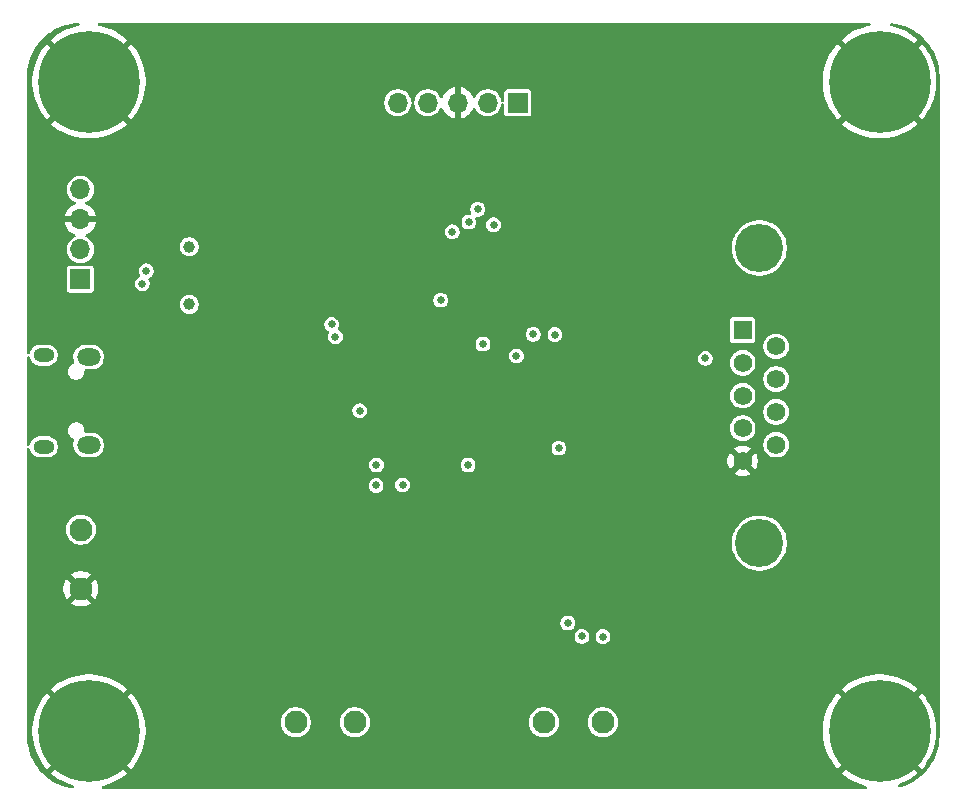
<source format=gbr>
%TF.GenerationSoftware,KiCad,Pcbnew,9.0.0*%
%TF.CreationDate,2025-05-02T19:21:31+02:00*%
%TF.ProjectId,PIC_GATE_LOCK_SYSTEM,5049435f-4741-4544-955f-4c4f434b5f53,rev?*%
%TF.SameCoordinates,Original*%
%TF.FileFunction,Copper,L2,Inr*%
%TF.FilePolarity,Positive*%
%FSLAX46Y46*%
G04 Gerber Fmt 4.6, Leading zero omitted, Abs format (unit mm)*
G04 Created by KiCad (PCBNEW 9.0.0) date 2025-05-02 19:21:31*
%MOMM*%
%LPD*%
G01*
G04 APERTURE LIST*
%TA.AperFunction,ComponentPad*%
%ADD10R,1.700000X1.700000*%
%TD*%
%TA.AperFunction,ComponentPad*%
%ADD11O,1.700000X1.700000*%
%TD*%
%TA.AperFunction,ComponentPad*%
%ADD12C,1.950000*%
%TD*%
%TA.AperFunction,ComponentPad*%
%ADD13R,1.575000X1.575000*%
%TD*%
%TA.AperFunction,ComponentPad*%
%ADD14C,1.575000*%
%TD*%
%TA.AperFunction,ComponentPad*%
%ADD15C,4.066000*%
%TD*%
%TA.AperFunction,ComponentPad*%
%ADD16C,0.900000*%
%TD*%
%TA.AperFunction,ComponentPad*%
%ADD17C,8.600000*%
%TD*%
%TA.AperFunction,HeatsinkPad*%
%ADD18O,1.800000X1.150000*%
%TD*%
%TA.AperFunction,HeatsinkPad*%
%ADD19O,2.000000X1.450000*%
%TD*%
%TA.AperFunction,ComponentPad*%
%ADD20C,1.007000*%
%TD*%
%TA.AperFunction,ViaPad*%
%ADD21C,0.650000*%
%TD*%
%TA.AperFunction,ViaPad*%
%ADD22C,0.700000*%
%TD*%
G04 APERTURE END LIST*
D10*
%TO.N,PIC_VDD*%
%TO.C,J2*%
X140650000Y-76800000D03*
D11*
%TO.N,MCLR*%
X138110000Y-76800000D03*
%TO.N,GND*%
X135570000Y-76800000D03*
%TO.N,ICSP_CLK*%
X133030000Y-76800000D03*
%TO.N,ICSP_DAT*%
X130490000Y-76800000D03*
%TD*%
D12*
%TO.N,Net-(M2-Pin_1)*%
%TO.C,M2*%
X121850000Y-129250000D03*
%TO.N,Net-(M2-Pin_2)*%
X126850000Y-129250000D03*
%TD*%
D13*
%TO.N,unconnected-(J3-Pad1)*%
%TO.C,J3*%
X159680000Y-96045000D03*
D14*
%TO.N,RXD*%
X159680000Y-98815000D03*
%TO.N,TXD*%
X159680000Y-101585000D03*
%TO.N,unconnected-(J3-Pad4)*%
X159680000Y-104355000D03*
%TO.N,GND*%
X159680000Y-107125000D03*
%TO.N,unconnected-(J3-Pad6)*%
X162520000Y-97430000D03*
%TO.N,unconnected-(J3-Pad7)*%
X162520000Y-100200000D03*
%TO.N,unconnected-(J3-Pad8)*%
X162520000Y-102970000D03*
%TO.N,unconnected-(J3-Pad9)*%
X162520000Y-105740000D03*
D15*
%TO.N,N/C*%
X161100000Y-114080000D03*
X161100000Y-89090000D03*
%TD*%
D12*
%TO.N,Net-(M1-Pin_1)*%
%TO.C,M1*%
X142850000Y-129250000D03*
%TO.N,Net-(M1-Pin_2)*%
X147850000Y-129250000D03*
%TD*%
D16*
%TO.N,GND*%
%TO.C,H2*%
X101115419Y-75010419D03*
X102060000Y-72730000D03*
X102060000Y-77290838D03*
X104340419Y-71785419D03*
D17*
X104340419Y-75010419D03*
D16*
X104340419Y-78235419D03*
X106620838Y-72730000D03*
X106620838Y-77290838D03*
X107565419Y-75010419D03*
%TD*%
D12*
%TO.N,+12V*%
%TO.C,12V1*%
X103650000Y-112930000D03*
%TO.N,GND*%
X103650000Y-117930000D03*
%TD*%
D16*
%TO.N,GND*%
%TO.C,H4*%
X168055000Y-129985000D03*
X168999581Y-127704581D03*
X168999581Y-132265419D03*
X171280000Y-126760000D03*
D17*
X171280000Y-129985000D03*
D16*
X171280000Y-133210000D03*
X173560419Y-127704581D03*
X173560419Y-132265419D03*
X174505000Y-129985000D03*
%TD*%
%TO.N,GND*%
%TO.C,H1*%
X168055000Y-75010419D03*
X168999581Y-72730000D03*
X168999581Y-77290838D03*
X171280000Y-71785419D03*
D17*
X171280000Y-75010419D03*
D16*
X171280000Y-78235419D03*
X173560419Y-72730000D03*
X173560419Y-77290838D03*
X174505000Y-75010419D03*
%TD*%
D10*
%TO.N,Net-(J4-Pin_1)*%
%TO.C,J4*%
X103620000Y-91750000D03*
D11*
%TO.N,Net-(J4-Pin_2)*%
X103620000Y-89210000D03*
%TO.N,GND*%
X103620000Y-86670000D03*
%TO.N,+5V*%
X103620000Y-84130000D03*
%TD*%
D18*
%TO.N,unconnected-(J1-Shield-Pad6)*%
%TO.C,J1*%
X100505000Y-98165000D03*
D19*
%TO.N,unconnected-(J1-Shield-Pad6)_2*%
X104305000Y-98315000D03*
%TO.N,unconnected-(J1-Shield-Pad6)_1*%
X104305000Y-105765000D03*
D18*
%TO.N,unconnected-(J1-Shield-Pad6)_3*%
X100505000Y-105915000D03*
%TD*%
D16*
%TO.N,GND*%
%TO.C,H3*%
X101115419Y-129985000D03*
X102060000Y-127704581D03*
X102060000Y-132265419D03*
X104340419Y-126760000D03*
D17*
X104340419Y-129985000D03*
D16*
X104340419Y-133210000D03*
X106620838Y-127704581D03*
X106620838Y-132265419D03*
X107565419Y-129985000D03*
%TD*%
D20*
%TO.N,Net-(C11-Pad1)*%
%TO.C,Y1*%
X112835000Y-93867500D03*
%TO.N,PIC_OSC1*%
X112835000Y-88987500D03*
%TD*%
D21*
%TO.N,GND*%
X135550000Y-79420000D03*
X107885000Y-86685000D03*
D22*
X115110000Y-98970000D03*
D21*
%TO.N,+5V*%
X127260000Y-102860000D03*
%TO.N,GND*%
X144060000Y-90370000D03*
X116950000Y-92640000D03*
X120840000Y-109190000D03*
X131190000Y-123750000D03*
X153345000Y-94235000D03*
X134960000Y-110530000D03*
X136250000Y-110490000D03*
X117130000Y-113570000D03*
X129980000Y-90650000D03*
X129920000Y-123880000D03*
X146190000Y-90420000D03*
X123520000Y-112460000D03*
X118415000Y-80775000D03*
X118780000Y-109450000D03*
X116695000Y-78125000D03*
X106570000Y-103350000D03*
X121775001Y-87954999D03*
X147390000Y-103010000D03*
X117280000Y-87120000D03*
X113875000Y-78115000D03*
X125720000Y-89290000D03*
%TO.N,+5V*%
X134130000Y-93500000D03*
X144130000Y-106030000D03*
%TO.N,PIC_RXD*%
X109190000Y-91020000D03*
X124885000Y-95550000D03*
%TO.N,PIC_TXD*%
X141950000Y-96390000D03*
X143790000Y-96420000D03*
X108860000Y-92100000D03*
X125210000Y-96600000D03*
%TO.N,Net-(M1-Pin_2)*%
X146080000Y-121970000D03*
X147860000Y-121990000D03*
%TO.N,RB0*%
X140530000Y-98230000D03*
X135100000Y-87720000D03*
%TO.N,RB1*%
X137700000Y-97220000D03*
X136510000Y-86890000D03*
%TO.N,RB3*%
X144880000Y-120840000D03*
X138590000Y-87130000D03*
X156520000Y-98430000D03*
X137260000Y-85800000D03*
%TO.N,EN1.2*%
X136440000Y-107460000D03*
X128680000Y-107460000D03*
%TO.N,RB2*%
X128650000Y-109190000D03*
X130890000Y-109150000D03*
%TD*%
%TA.AperFunction,Conductor*%
%TO.N,GND*%
G36*
X170473427Y-70060185D02*
G01*
X170519182Y-70112989D01*
X170529126Y-70182147D01*
X170500101Y-70245703D01*
X170441323Y-70283477D01*
X170427921Y-70286616D01*
X170240105Y-70319733D01*
X170240092Y-70319736D01*
X169835247Y-70428212D01*
X169441360Y-70571576D01*
X169441352Y-70571579D01*
X169061504Y-70748706D01*
X169061488Y-70748714D01*
X168698513Y-70958278D01*
X168698487Y-70958294D01*
X168355166Y-71198690D01*
X168065164Y-71442031D01*
X169946651Y-73323517D01*
X169859365Y-73390495D01*
X169660076Y-73589784D01*
X169593099Y-73677070D01*
X167711612Y-71795583D01*
X167468271Y-72085585D01*
X167227875Y-72428906D01*
X167227859Y-72428932D01*
X167018295Y-72791907D01*
X167018287Y-72791923D01*
X166841160Y-73171771D01*
X166841157Y-73171779D01*
X166697793Y-73565666D01*
X166589317Y-73970511D01*
X166589314Y-73970524D01*
X166516531Y-74383293D01*
X166480000Y-74800842D01*
X166480000Y-75219995D01*
X166516531Y-75637544D01*
X166589314Y-76050313D01*
X166589317Y-76050326D01*
X166697793Y-76455171D01*
X166841157Y-76849058D01*
X166841160Y-76849066D01*
X167018287Y-77228914D01*
X167018295Y-77228930D01*
X167227859Y-77591905D01*
X167227875Y-77591931D01*
X167468271Y-77935252D01*
X167711611Y-78225253D01*
X169593098Y-76343766D01*
X169660076Y-76431054D01*
X169859365Y-76630343D01*
X169946649Y-76697319D01*
X168065163Y-78578806D01*
X168065164Y-78578807D01*
X168355159Y-78822142D01*
X168698487Y-79062543D01*
X168698513Y-79062559D01*
X169061488Y-79272123D01*
X169061504Y-79272131D01*
X169441352Y-79449258D01*
X169441360Y-79449261D01*
X169835247Y-79592625D01*
X170240092Y-79701101D01*
X170240105Y-79701104D01*
X170652874Y-79773887D01*
X170752409Y-79782594D01*
X170487979Y-125250606D01*
X170240105Y-125294314D01*
X170240092Y-125294317D01*
X169835247Y-125402793D01*
X169441360Y-125546157D01*
X169441352Y-125546160D01*
X169061504Y-125723287D01*
X169061488Y-125723295D01*
X168698513Y-125932859D01*
X168698487Y-125932875D01*
X168355166Y-126173271D01*
X168065164Y-126416612D01*
X169946651Y-128298098D01*
X169859365Y-128365076D01*
X169660076Y-128564365D01*
X169593099Y-128651651D01*
X167711612Y-126770164D01*
X167468271Y-127060166D01*
X167227875Y-127403487D01*
X167227859Y-127403513D01*
X167018295Y-127766488D01*
X167018287Y-127766504D01*
X166841160Y-128146352D01*
X166841157Y-128146360D01*
X166697793Y-128540247D01*
X166589317Y-128945092D01*
X166589314Y-128945105D01*
X166516531Y-129357874D01*
X166480000Y-129775423D01*
X166480000Y-130194576D01*
X166516531Y-130612125D01*
X166589314Y-131024894D01*
X166589317Y-131024907D01*
X166697793Y-131429752D01*
X166841157Y-131823639D01*
X166841160Y-131823647D01*
X167018287Y-132203495D01*
X167018295Y-132203511D01*
X167227859Y-132566486D01*
X167227875Y-132566512D01*
X167468271Y-132909833D01*
X167711611Y-133199834D01*
X169593098Y-131318347D01*
X169660076Y-131405635D01*
X169859365Y-131604924D01*
X169946649Y-131671900D01*
X168065163Y-133553387D01*
X168065164Y-133553388D01*
X168355159Y-133796723D01*
X168698487Y-134037124D01*
X168698513Y-134037140D01*
X169061488Y-134246704D01*
X169061504Y-134246712D01*
X169441352Y-134423839D01*
X169441360Y-134423842D01*
X169835247Y-134567206D01*
X170090966Y-134635725D01*
X170150627Y-134672090D01*
X170181156Y-134734937D01*
X170172861Y-134804312D01*
X170128376Y-134858190D01*
X170061824Y-134879465D01*
X170058873Y-134879500D01*
X105561546Y-134879500D01*
X105494507Y-134859815D01*
X105448752Y-134807011D01*
X105438808Y-134737853D01*
X105467833Y-134674297D01*
X105526611Y-134636523D01*
X105529453Y-134635725D01*
X105785171Y-134567206D01*
X106179058Y-134423842D01*
X106179066Y-134423839D01*
X106558914Y-134246712D01*
X106558930Y-134246704D01*
X106921905Y-134037140D01*
X106921931Y-134037124D01*
X107265259Y-133796723D01*
X107555253Y-133553388D01*
X107555254Y-133553387D01*
X105673767Y-131671901D01*
X105761054Y-131604924D01*
X105960343Y-131405635D01*
X106027319Y-131318348D01*
X107908806Y-133199835D01*
X107908807Y-133199834D01*
X108152142Y-132909840D01*
X108392543Y-132566512D01*
X108392559Y-132566486D01*
X108602123Y-132203511D01*
X108602131Y-132203495D01*
X108779258Y-131823647D01*
X108779261Y-131823639D01*
X108922625Y-131429752D01*
X109031101Y-131024907D01*
X109031104Y-131024894D01*
X109103887Y-130612125D01*
X109140418Y-130194576D01*
X109140419Y-130194574D01*
X109140419Y-129775426D01*
X109140418Y-129775423D01*
X109103887Y-129357874D01*
X109103887Y-129357870D01*
X109070104Y-129166276D01*
X109067166Y-129149616D01*
X120574500Y-129149616D01*
X120574500Y-129350383D01*
X120605907Y-129548680D01*
X120667949Y-129739626D01*
X120721173Y-129844082D01*
X120759095Y-129918508D01*
X120877103Y-130080932D01*
X121019068Y-130222897D01*
X121181492Y-130340905D01*
X121258220Y-130380000D01*
X121360373Y-130432050D01*
X121360375Y-130432050D01*
X121360378Y-130432052D01*
X121551320Y-130494093D01*
X121749616Y-130525500D01*
X121749617Y-130525500D01*
X121950383Y-130525500D01*
X121950384Y-130525500D01*
X122148680Y-130494093D01*
X122339622Y-130432052D01*
X122518508Y-130340905D01*
X122680932Y-130222897D01*
X122822897Y-130080932D01*
X122940905Y-129918508D01*
X123032052Y-129739622D01*
X123094093Y-129548680D01*
X123125500Y-129350384D01*
X123125500Y-129149616D01*
X125574500Y-129149616D01*
X125574500Y-129350383D01*
X125605907Y-129548680D01*
X125667949Y-129739626D01*
X125721173Y-129844082D01*
X125759095Y-129918508D01*
X125877103Y-130080932D01*
X126019068Y-130222897D01*
X126181492Y-130340905D01*
X126258220Y-130380000D01*
X126360373Y-130432050D01*
X126360375Y-130432050D01*
X126360378Y-130432052D01*
X126551320Y-130494093D01*
X126749616Y-130525500D01*
X126749617Y-130525500D01*
X126950383Y-130525500D01*
X126950384Y-130525500D01*
X127148680Y-130494093D01*
X127339622Y-130432052D01*
X127518508Y-130340905D01*
X127680932Y-130222897D01*
X127822897Y-130080932D01*
X127940905Y-129918508D01*
X128032052Y-129739622D01*
X128094093Y-129548680D01*
X128125500Y-129350384D01*
X128125500Y-129149616D01*
X141574500Y-129149616D01*
X141574500Y-129350383D01*
X141605907Y-129548680D01*
X141667949Y-129739626D01*
X141721173Y-129844082D01*
X141759095Y-129918508D01*
X141877103Y-130080932D01*
X142019068Y-130222897D01*
X142181492Y-130340905D01*
X142258220Y-130380000D01*
X142360373Y-130432050D01*
X142360375Y-130432050D01*
X142360378Y-130432052D01*
X142551320Y-130494093D01*
X142749616Y-130525500D01*
X142749617Y-130525500D01*
X142950383Y-130525500D01*
X142950384Y-130525500D01*
X143148680Y-130494093D01*
X143339622Y-130432052D01*
X143518508Y-130340905D01*
X143680932Y-130222897D01*
X143822897Y-130080932D01*
X143940905Y-129918508D01*
X144032052Y-129739622D01*
X144094093Y-129548680D01*
X144125500Y-129350384D01*
X144125500Y-129149616D01*
X146574500Y-129149616D01*
X146574500Y-129350383D01*
X146605907Y-129548680D01*
X146667949Y-129739626D01*
X146721173Y-129844082D01*
X146759095Y-129918508D01*
X146877103Y-130080932D01*
X147019068Y-130222897D01*
X147181492Y-130340905D01*
X147258220Y-130380000D01*
X147360373Y-130432050D01*
X147360375Y-130432050D01*
X147360378Y-130432052D01*
X147551320Y-130494093D01*
X147749616Y-130525500D01*
X147749617Y-130525500D01*
X147950383Y-130525500D01*
X147950384Y-130525500D01*
X148148680Y-130494093D01*
X148339622Y-130432052D01*
X148518508Y-130340905D01*
X148680932Y-130222897D01*
X148822897Y-130080932D01*
X148940905Y-129918508D01*
X149032052Y-129739622D01*
X149094093Y-129548680D01*
X149125500Y-129350384D01*
X149125500Y-129149616D01*
X149094093Y-128951320D01*
X149032052Y-128760378D01*
X149032050Y-128760375D01*
X149032050Y-128760373D01*
X148940904Y-128581491D01*
X148822897Y-128419068D01*
X148680932Y-128277103D01*
X148518508Y-128159095D01*
X148493514Y-128146360D01*
X148339626Y-128067949D01*
X148148680Y-128005907D01*
X147950384Y-127974500D01*
X147749616Y-127974500D01*
X147650468Y-127990203D01*
X147551319Y-128005907D01*
X147360373Y-128067949D01*
X147181491Y-128159095D01*
X147088822Y-128226423D01*
X147019068Y-128277103D01*
X147019066Y-128277105D01*
X147019065Y-128277105D01*
X146877105Y-128419065D01*
X146877105Y-128419066D01*
X146877103Y-128419068D01*
X146826423Y-128488822D01*
X146759095Y-128581491D01*
X146667949Y-128760373D01*
X146605907Y-128951319D01*
X146574500Y-129149616D01*
X144125500Y-129149616D01*
X144094093Y-128951320D01*
X144032052Y-128760378D01*
X144032050Y-128760375D01*
X144032050Y-128760373D01*
X143940904Y-128581491D01*
X143822897Y-128419068D01*
X143680932Y-128277103D01*
X143518508Y-128159095D01*
X143493514Y-128146360D01*
X143339626Y-128067949D01*
X143148680Y-128005907D01*
X142950384Y-127974500D01*
X142749616Y-127974500D01*
X142650468Y-127990203D01*
X142551319Y-128005907D01*
X142360373Y-128067949D01*
X142181491Y-128159095D01*
X142088822Y-128226423D01*
X142019068Y-128277103D01*
X142019066Y-128277105D01*
X142019065Y-128277105D01*
X141877105Y-128419065D01*
X141877105Y-128419066D01*
X141877103Y-128419068D01*
X141826423Y-128488822D01*
X141759095Y-128581491D01*
X141667949Y-128760373D01*
X141605907Y-128951319D01*
X141574500Y-129149616D01*
X128125500Y-129149616D01*
X128094093Y-128951320D01*
X128032052Y-128760378D01*
X128032050Y-128760375D01*
X128032050Y-128760373D01*
X127940904Y-128581491D01*
X127822897Y-128419068D01*
X127680932Y-128277103D01*
X127518508Y-128159095D01*
X127493514Y-128146360D01*
X127339626Y-128067949D01*
X127148680Y-128005907D01*
X126950384Y-127974500D01*
X126749616Y-127974500D01*
X126650468Y-127990203D01*
X126551319Y-128005907D01*
X126360373Y-128067949D01*
X126181491Y-128159095D01*
X126088822Y-128226423D01*
X126019068Y-128277103D01*
X126019066Y-128277105D01*
X126019065Y-128277105D01*
X125877105Y-128419065D01*
X125877105Y-128419066D01*
X125877103Y-128419068D01*
X125826423Y-128488822D01*
X125759095Y-128581491D01*
X125667949Y-128760373D01*
X125605907Y-128951319D01*
X125574500Y-129149616D01*
X123125500Y-129149616D01*
X123094093Y-128951320D01*
X123032052Y-128760378D01*
X123032050Y-128760375D01*
X123032050Y-128760373D01*
X122940904Y-128581491D01*
X122822897Y-128419068D01*
X122680932Y-128277103D01*
X122518508Y-128159095D01*
X122493514Y-128146360D01*
X122339626Y-128067949D01*
X122148680Y-128005907D01*
X121950384Y-127974500D01*
X121749616Y-127974500D01*
X121650468Y-127990203D01*
X121551319Y-128005907D01*
X121360373Y-128067949D01*
X121181491Y-128159095D01*
X121088822Y-128226423D01*
X121019068Y-128277103D01*
X121019066Y-128277105D01*
X121019065Y-128277105D01*
X120877105Y-128419065D01*
X120877105Y-128419066D01*
X120877103Y-128419068D01*
X120826423Y-128488822D01*
X120759095Y-128581491D01*
X120667949Y-128760373D01*
X120605907Y-128951319D01*
X120574500Y-129149616D01*
X109067166Y-129149616D01*
X109031104Y-128945105D01*
X109031101Y-128945092D01*
X108922625Y-128540247D01*
X108779261Y-128146360D01*
X108779258Y-128146352D01*
X108602131Y-127766504D01*
X108602123Y-127766488D01*
X108392559Y-127403513D01*
X108392543Y-127403487D01*
X108152142Y-127060159D01*
X107908807Y-126770164D01*
X107908806Y-126770163D01*
X106027319Y-128651650D01*
X105960343Y-128564365D01*
X105761054Y-128365076D01*
X105673766Y-128298097D01*
X107555253Y-126416611D01*
X107265252Y-126173271D01*
X106921931Y-125932875D01*
X106921905Y-125932859D01*
X106558930Y-125723295D01*
X106558914Y-125723287D01*
X106179066Y-125546160D01*
X106179058Y-125546157D01*
X105785171Y-125402793D01*
X105380326Y-125294317D01*
X105380313Y-125294314D01*
X104967544Y-125221531D01*
X104549995Y-125185000D01*
X104130842Y-125185000D01*
X103713293Y-125221531D01*
X103300524Y-125294314D01*
X103300511Y-125294317D01*
X102895666Y-125402793D01*
X102501779Y-125546157D01*
X102501771Y-125546160D01*
X102121923Y-125723287D01*
X102121907Y-125723295D01*
X101758932Y-125932859D01*
X101758906Y-125932875D01*
X101415585Y-126173271D01*
X101125583Y-126416612D01*
X103007070Y-128298098D01*
X102919784Y-128365076D01*
X102720495Y-128564365D01*
X102653517Y-128651651D01*
X100772031Y-126770164D01*
X100528690Y-127060166D01*
X100288294Y-127403487D01*
X100288278Y-127403513D01*
X100078714Y-127766488D01*
X100078706Y-127766504D01*
X99901579Y-128146352D01*
X99901576Y-128146360D01*
X99758212Y-128540247D01*
X99649736Y-128945092D01*
X99649733Y-128945105D01*
X99576950Y-129357874D01*
X99540419Y-129775423D01*
X99540419Y-130194576D01*
X99576950Y-130612125D01*
X99649733Y-131024894D01*
X99649736Y-131024907D01*
X99758212Y-131429752D01*
X99901576Y-131823639D01*
X99901579Y-131823647D01*
X100078706Y-132203495D01*
X100078714Y-132203511D01*
X100288278Y-132566486D01*
X100288294Y-132566512D01*
X100528690Y-132909833D01*
X100772030Y-133199834D01*
X102653517Y-131318347D01*
X102720495Y-131405635D01*
X102919784Y-131604924D01*
X103007069Y-131671900D01*
X101125582Y-133553387D01*
X101125583Y-133553388D01*
X101415578Y-133796723D01*
X101758906Y-134037124D01*
X101758932Y-134037140D01*
X102121907Y-134246704D01*
X102121923Y-134246712D01*
X102501771Y-134423839D01*
X102501779Y-134423842D01*
X102895668Y-134567207D01*
X102951690Y-134582217D01*
X102974862Y-134596340D01*
X102999679Y-134607319D01*
X103004254Y-134614255D01*
X103011351Y-134618581D01*
X103023209Y-134642990D01*
X103038151Y-134665643D01*
X103038249Y-134673952D01*
X103041881Y-134681427D01*
X103038659Y-134708370D01*
X103038983Y-134735508D01*
X103034573Y-134742552D01*
X103033587Y-134750803D01*
X103016312Y-134771724D01*
X103001911Y-134794732D01*
X102994391Y-134798274D01*
X102989102Y-134804681D01*
X102963257Y-134812943D01*
X102938705Y-134824511D01*
X102926624Y-134824654D01*
X102922551Y-134825957D01*
X102903413Y-134824931D01*
X102804042Y-134811849D01*
X102793389Y-134809971D01*
X102420727Y-134727354D01*
X102410278Y-134724554D01*
X102046244Y-134609775D01*
X102036078Y-134606075D01*
X101683427Y-134460002D01*
X101673623Y-134455430D01*
X101335057Y-134279183D01*
X101325689Y-134273775D01*
X101003755Y-134068681D01*
X100994894Y-134062476D01*
X100692069Y-133830110D01*
X100683782Y-133823156D01*
X100402364Y-133565284D01*
X100394715Y-133557635D01*
X100136843Y-133276217D01*
X100129889Y-133267930D01*
X99897523Y-132965105D01*
X99891318Y-132956244D01*
X99861755Y-132909840D01*
X99686223Y-132634309D01*
X99680816Y-132624942D01*
X99504569Y-132286376D01*
X99499997Y-132276572D01*
X99469734Y-132203511D01*
X99353920Y-131923911D01*
X99350224Y-131913755D01*
X99235442Y-131549710D01*
X99232648Y-131539284D01*
X99150025Y-131166597D01*
X99148152Y-131155971D01*
X99130000Y-131018090D01*
X99130000Y-121908389D01*
X145454500Y-121908389D01*
X145454500Y-122031610D01*
X145478535Y-122152444D01*
X145478538Y-122152454D01*
X145525687Y-122266283D01*
X145525692Y-122266292D01*
X145594141Y-122368732D01*
X145594144Y-122368736D01*
X145681263Y-122455855D01*
X145681267Y-122455858D01*
X145783707Y-122524307D01*
X145783713Y-122524310D01*
X145783714Y-122524311D01*
X145897548Y-122571463D01*
X145998088Y-122591461D01*
X146018389Y-122595499D01*
X146018393Y-122595500D01*
X146018394Y-122595500D01*
X146141607Y-122595500D01*
X146141608Y-122595499D01*
X146262452Y-122571463D01*
X146376286Y-122524311D01*
X146478733Y-122455858D01*
X146565858Y-122368733D01*
X146634311Y-122266286D01*
X146681463Y-122152452D01*
X146705500Y-122031606D01*
X146705500Y-121928389D01*
X147234500Y-121928389D01*
X147234500Y-122051610D01*
X147258535Y-122172444D01*
X147258538Y-122172454D01*
X147305687Y-122286283D01*
X147305692Y-122286292D01*
X147374141Y-122388732D01*
X147374144Y-122388736D01*
X147461263Y-122475855D01*
X147461267Y-122475858D01*
X147563707Y-122544307D01*
X147563713Y-122544310D01*
X147563714Y-122544311D01*
X147677548Y-122591463D01*
X147798389Y-122615499D01*
X147798393Y-122615500D01*
X147798394Y-122615500D01*
X147921607Y-122615500D01*
X147921608Y-122615499D01*
X148042452Y-122591463D01*
X148156286Y-122544311D01*
X148258733Y-122475858D01*
X148345858Y-122388733D01*
X148414311Y-122286286D01*
X148461463Y-122172452D01*
X148485500Y-122051606D01*
X148485500Y-121928394D01*
X148461463Y-121807548D01*
X148414311Y-121693714D01*
X148414310Y-121693713D01*
X148414307Y-121693707D01*
X148345858Y-121591267D01*
X148345855Y-121591263D01*
X148258736Y-121504144D01*
X148258732Y-121504141D01*
X148156292Y-121435692D01*
X148156283Y-121435687D01*
X148056394Y-121394312D01*
X148042452Y-121388537D01*
X148042448Y-121388536D01*
X148042444Y-121388535D01*
X147921610Y-121364500D01*
X147921606Y-121364500D01*
X147798394Y-121364500D01*
X147798389Y-121364500D01*
X147677555Y-121388535D01*
X147677545Y-121388538D01*
X147563716Y-121435687D01*
X147563707Y-121435692D01*
X147461267Y-121504141D01*
X147461263Y-121504144D01*
X147374144Y-121591263D01*
X147374141Y-121591267D01*
X147305692Y-121693707D01*
X147305687Y-121693716D01*
X147258538Y-121807545D01*
X147258535Y-121807555D01*
X147234500Y-121928389D01*
X146705500Y-121928389D01*
X146705500Y-121908394D01*
X146681463Y-121787548D01*
X146634311Y-121673714D01*
X146634310Y-121673713D01*
X146634307Y-121673707D01*
X146565858Y-121571267D01*
X146565855Y-121571263D01*
X146478736Y-121484144D01*
X146478732Y-121484141D01*
X146376292Y-121415692D01*
X146376283Y-121415687D01*
X146262454Y-121368538D01*
X146262455Y-121368538D01*
X146262452Y-121368537D01*
X146262448Y-121368536D01*
X146262444Y-121368535D01*
X146141610Y-121344500D01*
X146141606Y-121344500D01*
X146018394Y-121344500D01*
X146018389Y-121344500D01*
X145897555Y-121368535D01*
X145897545Y-121368538D01*
X145783716Y-121415687D01*
X145783707Y-121415692D01*
X145681267Y-121484141D01*
X145681263Y-121484144D01*
X145594144Y-121571263D01*
X145594141Y-121571267D01*
X145525692Y-121673707D01*
X145525687Y-121673716D01*
X145478538Y-121787545D01*
X145478535Y-121787555D01*
X145454500Y-121908389D01*
X99130000Y-121908389D01*
X99130000Y-120778389D01*
X144254500Y-120778389D01*
X144254500Y-120901610D01*
X144278535Y-121022444D01*
X144278538Y-121022454D01*
X144325687Y-121136283D01*
X144325692Y-121136292D01*
X144394141Y-121238732D01*
X144394144Y-121238736D01*
X144481263Y-121325855D01*
X144481267Y-121325858D01*
X144583707Y-121394307D01*
X144583713Y-121394310D01*
X144583714Y-121394311D01*
X144697548Y-121441463D01*
X144818389Y-121465499D01*
X144818393Y-121465500D01*
X144818394Y-121465500D01*
X144941607Y-121465500D01*
X144941608Y-121465499D01*
X145062452Y-121441463D01*
X145176286Y-121394311D01*
X145278733Y-121325858D01*
X145365858Y-121238733D01*
X145434311Y-121136286D01*
X145481463Y-121022452D01*
X145505500Y-120901606D01*
X145505500Y-120778394D01*
X145481463Y-120657548D01*
X145434311Y-120543714D01*
X145434310Y-120543713D01*
X145434307Y-120543707D01*
X145365858Y-120441267D01*
X145365855Y-120441263D01*
X145278736Y-120354144D01*
X145278732Y-120354141D01*
X145176292Y-120285692D01*
X145176283Y-120285687D01*
X145062454Y-120238538D01*
X145062455Y-120238538D01*
X145062452Y-120238537D01*
X145062448Y-120238536D01*
X145062444Y-120238535D01*
X144941610Y-120214500D01*
X144941606Y-120214500D01*
X144818394Y-120214500D01*
X144818389Y-120214500D01*
X144697555Y-120238535D01*
X144697545Y-120238538D01*
X144583716Y-120285687D01*
X144583707Y-120285692D01*
X144481267Y-120354141D01*
X144481263Y-120354144D01*
X144394144Y-120441263D01*
X144394141Y-120441267D01*
X144325692Y-120543707D01*
X144325687Y-120543716D01*
X144278538Y-120657545D01*
X144278535Y-120657555D01*
X144254500Y-120778389D01*
X99130000Y-120778389D01*
X99130000Y-117813909D01*
X102175000Y-117813909D01*
X102175000Y-118046090D01*
X102211318Y-118275393D01*
X102283065Y-118496205D01*
X102388465Y-118703064D01*
X102445238Y-118781207D01*
X103048958Y-118177487D01*
X103073978Y-118237890D01*
X103145112Y-118344351D01*
X103235649Y-118434888D01*
X103342110Y-118506022D01*
X103402510Y-118531041D01*
X102798791Y-119134759D01*
X102798791Y-119134760D01*
X102876935Y-119191534D01*
X103083794Y-119296934D01*
X103304606Y-119368681D01*
X103533910Y-119405000D01*
X103766090Y-119405000D01*
X103995393Y-119368681D01*
X104216205Y-119296934D01*
X104423071Y-119191530D01*
X104501207Y-119134762D01*
X104501208Y-119134760D01*
X103897488Y-118531041D01*
X103957890Y-118506022D01*
X104064351Y-118434888D01*
X104154888Y-118344351D01*
X104226022Y-118237890D01*
X104251041Y-118177488D01*
X104854760Y-118781208D01*
X104854762Y-118781207D01*
X104911530Y-118703071D01*
X105016934Y-118496205D01*
X105088681Y-118275393D01*
X105125000Y-118046090D01*
X105125000Y-117813909D01*
X105088681Y-117584606D01*
X105016934Y-117363794D01*
X104911534Y-117156935D01*
X104854760Y-117078791D01*
X104854759Y-117078791D01*
X104251041Y-117682510D01*
X104226022Y-117622110D01*
X104154888Y-117515649D01*
X104064351Y-117425112D01*
X103957890Y-117353978D01*
X103897487Y-117328957D01*
X104501207Y-116725238D01*
X104423064Y-116668465D01*
X104216205Y-116563065D01*
X103995393Y-116491318D01*
X103766090Y-116455000D01*
X103533910Y-116455000D01*
X103304606Y-116491318D01*
X103083794Y-116563065D01*
X102876925Y-116668470D01*
X102798791Y-116725237D01*
X102798791Y-116725238D01*
X103402511Y-117328958D01*
X103342110Y-117353978D01*
X103235649Y-117425112D01*
X103145112Y-117515649D01*
X103073978Y-117622110D01*
X103048958Y-117682511D01*
X102445238Y-117078791D01*
X102445237Y-117078791D01*
X102388470Y-117156925D01*
X102283065Y-117363794D01*
X102211318Y-117584606D01*
X102175000Y-117813909D01*
X99130000Y-117813909D01*
X99130000Y-112829616D01*
X102374500Y-112829616D01*
X102374500Y-113030383D01*
X102405907Y-113228680D01*
X102467949Y-113419626D01*
X102559095Y-113598508D01*
X102677103Y-113760932D01*
X102819068Y-113902897D01*
X102981492Y-114020905D01*
X103066007Y-114063967D01*
X103160373Y-114112050D01*
X103160375Y-114112050D01*
X103160378Y-114112052D01*
X103351320Y-114174093D01*
X103549616Y-114205500D01*
X103549617Y-114205500D01*
X103750383Y-114205500D01*
X103750384Y-114205500D01*
X103948680Y-114174093D01*
X104139622Y-114112052D01*
X104318508Y-114020905D01*
X104447674Y-113927060D01*
X158766500Y-113927060D01*
X158766500Y-114232939D01*
X158766501Y-114232955D01*
X158806425Y-114536209D01*
X158806426Y-114536214D01*
X158806427Y-114536220D01*
X158806428Y-114536222D01*
X158885596Y-114831685D01*
X159002654Y-115114288D01*
X159002658Y-115114298D01*
X159155601Y-115379204D01*
X159341815Y-115621883D01*
X159341821Y-115621890D01*
X159558109Y-115838178D01*
X159558116Y-115838184D01*
X159800795Y-116024398D01*
X160065701Y-116177341D01*
X160065702Y-116177341D01*
X160065705Y-116177343D01*
X160348312Y-116294403D01*
X160643780Y-116373573D01*
X160947054Y-116413500D01*
X160947061Y-116413500D01*
X161252939Y-116413500D01*
X161252946Y-116413500D01*
X161556220Y-116373573D01*
X161851688Y-116294403D01*
X162134295Y-116177343D01*
X162399205Y-116024398D01*
X162641885Y-115838183D01*
X162858183Y-115621885D01*
X163044398Y-115379205D01*
X163197343Y-115114295D01*
X163314403Y-114831688D01*
X163393573Y-114536220D01*
X163433500Y-114232946D01*
X163433500Y-113927054D01*
X163393573Y-113623780D01*
X163314403Y-113328312D01*
X163197343Y-113045705D01*
X163188497Y-113030384D01*
X163044398Y-112780795D01*
X162858184Y-112538116D01*
X162858178Y-112538109D01*
X162641890Y-112321821D01*
X162641883Y-112321815D01*
X162399204Y-112135601D01*
X162134298Y-111982658D01*
X162134288Y-111982654D01*
X162051521Y-111948370D01*
X161851688Y-111865597D01*
X161851686Y-111865596D01*
X161851685Y-111865596D01*
X161752781Y-111839095D01*
X161556220Y-111786427D01*
X161556214Y-111786426D01*
X161556209Y-111786425D01*
X161252955Y-111746501D01*
X161252952Y-111746500D01*
X161252946Y-111746500D01*
X160947054Y-111746500D01*
X160947048Y-111746500D01*
X160947044Y-111746501D01*
X160643790Y-111786425D01*
X160643783Y-111786426D01*
X160643780Y-111786427D01*
X160555998Y-111809947D01*
X160348314Y-111865596D01*
X160065711Y-111982654D01*
X160065701Y-111982658D01*
X159800795Y-112135601D01*
X159558116Y-112321815D01*
X159558109Y-112321821D01*
X159341821Y-112538109D01*
X159341815Y-112538116D01*
X159155601Y-112780795D01*
X159002658Y-113045701D01*
X159002654Y-113045711D01*
X158885596Y-113328314D01*
X158806428Y-113623777D01*
X158806425Y-113623790D01*
X158766501Y-113927044D01*
X158766500Y-113927060D01*
X104447674Y-113927060D01*
X104480932Y-113902897D01*
X104622897Y-113760932D01*
X104740905Y-113598508D01*
X104832052Y-113419622D01*
X104894093Y-113228680D01*
X104925500Y-113030384D01*
X104925500Y-112829616D01*
X104894093Y-112631320D01*
X104832052Y-112440378D01*
X104832050Y-112440375D01*
X104832050Y-112440373D01*
X104740904Y-112261491D01*
X104622897Y-112099068D01*
X104480932Y-111957103D01*
X104318508Y-111839095D01*
X104139626Y-111747949D01*
X103948680Y-111685907D01*
X103750384Y-111654500D01*
X103549616Y-111654500D01*
X103450468Y-111670203D01*
X103351319Y-111685907D01*
X103160373Y-111747949D01*
X102981491Y-111839095D01*
X102945015Y-111865597D01*
X102819068Y-111957103D01*
X102819066Y-111957105D01*
X102819065Y-111957105D01*
X102677105Y-112099065D01*
X102677105Y-112099066D01*
X102677103Y-112099068D01*
X102626423Y-112168822D01*
X102559095Y-112261491D01*
X102467949Y-112440373D01*
X102405907Y-112631319D01*
X102374500Y-112829616D01*
X99130000Y-112829616D01*
X99130000Y-109128389D01*
X128024500Y-109128389D01*
X128024500Y-109251610D01*
X128048535Y-109372444D01*
X128048538Y-109372454D01*
X128095687Y-109486283D01*
X128095692Y-109486292D01*
X128164141Y-109588732D01*
X128164144Y-109588736D01*
X128251263Y-109675855D01*
X128251267Y-109675858D01*
X128353707Y-109744307D01*
X128353713Y-109744310D01*
X128353714Y-109744311D01*
X128467548Y-109791463D01*
X128588389Y-109815499D01*
X128588393Y-109815500D01*
X128588394Y-109815500D01*
X128711607Y-109815500D01*
X128711608Y-109815499D01*
X128832452Y-109791463D01*
X128946286Y-109744311D01*
X129048733Y-109675858D01*
X129135858Y-109588733D01*
X129204311Y-109486286D01*
X129251463Y-109372452D01*
X129275500Y-109251606D01*
X129275500Y-109128394D01*
X129267543Y-109088389D01*
X130264500Y-109088389D01*
X130264500Y-109211610D01*
X130288535Y-109332444D01*
X130288538Y-109332454D01*
X130335687Y-109446283D01*
X130335692Y-109446292D01*
X130404141Y-109548732D01*
X130404144Y-109548736D01*
X130491263Y-109635855D01*
X130491267Y-109635858D01*
X130593707Y-109704307D01*
X130593713Y-109704310D01*
X130593714Y-109704311D01*
X130707548Y-109751463D01*
X130828389Y-109775499D01*
X130828393Y-109775500D01*
X130828394Y-109775500D01*
X130951607Y-109775500D01*
X130951608Y-109775499D01*
X131072452Y-109751463D01*
X131186286Y-109704311D01*
X131288733Y-109635858D01*
X131375858Y-109548733D01*
X131444311Y-109446286D01*
X131491463Y-109332452D01*
X131515500Y-109211606D01*
X131515500Y-109088394D01*
X131491463Y-108967548D01*
X131444311Y-108853714D01*
X131444310Y-108853713D01*
X131444307Y-108853707D01*
X131375858Y-108751267D01*
X131375855Y-108751263D01*
X131288736Y-108664144D01*
X131288732Y-108664141D01*
X131186292Y-108595692D01*
X131186283Y-108595687D01*
X131072454Y-108548538D01*
X131072455Y-108548538D01*
X131072452Y-108548537D01*
X131072448Y-108548536D01*
X131072444Y-108548535D01*
X130951610Y-108524500D01*
X130951606Y-108524500D01*
X130828394Y-108524500D01*
X130828389Y-108524500D01*
X130707555Y-108548535D01*
X130707545Y-108548538D01*
X130593716Y-108595687D01*
X130593707Y-108595692D01*
X130491267Y-108664141D01*
X130491263Y-108664144D01*
X130404144Y-108751263D01*
X130404141Y-108751267D01*
X130335692Y-108853707D01*
X130335687Y-108853716D01*
X130288538Y-108967545D01*
X130288535Y-108967555D01*
X130264500Y-109088389D01*
X129267543Y-109088389D01*
X129251463Y-109007548D01*
X129204311Y-108893714D01*
X129204310Y-108893713D01*
X129204307Y-108893707D01*
X129135858Y-108791267D01*
X129135855Y-108791263D01*
X129048736Y-108704144D01*
X129048732Y-108704141D01*
X128946292Y-108635692D01*
X128946283Y-108635687D01*
X128853477Y-108597246D01*
X128832452Y-108588537D01*
X128832448Y-108588536D01*
X128832444Y-108588535D01*
X128711610Y-108564500D01*
X128711606Y-108564500D01*
X128588394Y-108564500D01*
X128588389Y-108564500D01*
X128467555Y-108588535D01*
X128467545Y-108588538D01*
X128353716Y-108635687D01*
X128353707Y-108635692D01*
X128251267Y-108704141D01*
X128251263Y-108704144D01*
X128164144Y-108791263D01*
X128164141Y-108791267D01*
X128095692Y-108893707D01*
X128095687Y-108893716D01*
X128048538Y-109007545D01*
X128048535Y-109007555D01*
X128024500Y-109128389D01*
X99130000Y-109128389D01*
X99130000Y-107398389D01*
X128054500Y-107398389D01*
X128054500Y-107521610D01*
X128078535Y-107642444D01*
X128078538Y-107642454D01*
X128125687Y-107756283D01*
X128125692Y-107756292D01*
X128194141Y-107858732D01*
X128194144Y-107858736D01*
X128281263Y-107945855D01*
X128281267Y-107945858D01*
X128383707Y-108014307D01*
X128383713Y-108014310D01*
X128383714Y-108014311D01*
X128497548Y-108061463D01*
X128618389Y-108085499D01*
X128618393Y-108085500D01*
X128618394Y-108085500D01*
X128741607Y-108085500D01*
X128741608Y-108085499D01*
X128862452Y-108061463D01*
X128976286Y-108014311D01*
X129078733Y-107945858D01*
X129165858Y-107858733D01*
X129234311Y-107756286D01*
X129281463Y-107642452D01*
X129305500Y-107521606D01*
X129305500Y-107398394D01*
X129305499Y-107398389D01*
X135814500Y-107398389D01*
X135814500Y-107521610D01*
X135838535Y-107642444D01*
X135838538Y-107642454D01*
X135885687Y-107756283D01*
X135885692Y-107756292D01*
X135954141Y-107858732D01*
X135954144Y-107858736D01*
X136041263Y-107945855D01*
X136041267Y-107945858D01*
X136143707Y-108014307D01*
X136143713Y-108014310D01*
X136143714Y-108014311D01*
X136257548Y-108061463D01*
X136378389Y-108085499D01*
X136378393Y-108085500D01*
X136378394Y-108085500D01*
X136501607Y-108085500D01*
X136501608Y-108085499D01*
X136622452Y-108061463D01*
X136736286Y-108014311D01*
X136838733Y-107945858D01*
X136925858Y-107858733D01*
X136994311Y-107756286D01*
X137041463Y-107642452D01*
X137065500Y-107521606D01*
X137065500Y-107398394D01*
X137041463Y-107277548D01*
X136994311Y-107163714D01*
X136925858Y-107061267D01*
X136925856Y-107061264D01*
X136888264Y-107023672D01*
X158392500Y-107023672D01*
X158392500Y-107226327D01*
X158424203Y-107426491D01*
X158486825Y-107619225D01*
X158486827Y-107619228D01*
X158578831Y-107799797D01*
X158609473Y-107841971D01*
X158609474Y-107841972D01*
X159176624Y-107274821D01*
X159190778Y-107327642D01*
X159259896Y-107447357D01*
X159357643Y-107545104D01*
X159477358Y-107614222D01*
X159530178Y-107628375D01*
X158963026Y-108195525D01*
X159005202Y-108226168D01*
X159185771Y-108318172D01*
X159185774Y-108318174D01*
X159378508Y-108380796D01*
X159578673Y-108412500D01*
X159781327Y-108412500D01*
X159981491Y-108380796D01*
X160174225Y-108318174D01*
X160174228Y-108318172D01*
X160354797Y-108226168D01*
X160396971Y-108195526D01*
X160396971Y-108195525D01*
X159829821Y-107628375D01*
X159882642Y-107614222D01*
X160002357Y-107545104D01*
X160100104Y-107447357D01*
X160169222Y-107327642D01*
X160183375Y-107274821D01*
X160750525Y-107841971D01*
X160750526Y-107841971D01*
X160781168Y-107799797D01*
X160873172Y-107619228D01*
X160873174Y-107619225D01*
X160935796Y-107426491D01*
X160967500Y-107226327D01*
X160967500Y-107023672D01*
X160935796Y-106823508D01*
X160873174Y-106630774D01*
X160873172Y-106630771D01*
X160781168Y-106450202D01*
X160750525Y-106408027D01*
X160750525Y-106408026D01*
X160183375Y-106975177D01*
X160169222Y-106922358D01*
X160100104Y-106802643D01*
X160002357Y-106704896D01*
X159882642Y-106635778D01*
X159829822Y-106621624D01*
X160396972Y-106054474D01*
X160396971Y-106054473D01*
X160354797Y-106023831D01*
X160174228Y-105931827D01*
X160174225Y-105931825D01*
X159981491Y-105869203D01*
X159781327Y-105837500D01*
X159578673Y-105837500D01*
X159378508Y-105869203D01*
X159185774Y-105931825D01*
X159185771Y-105931826D01*
X159005204Y-106023830D01*
X158963027Y-106054473D01*
X159530178Y-106621624D01*
X159477358Y-106635778D01*
X159357643Y-106704896D01*
X159259896Y-106802643D01*
X159190778Y-106922358D01*
X159176624Y-106975178D01*
X158609473Y-106408027D01*
X158578830Y-106450204D01*
X158486826Y-106630771D01*
X158486825Y-106630774D01*
X158424203Y-106823508D01*
X158392500Y-107023672D01*
X136888264Y-107023672D01*
X136838736Y-106974144D01*
X136838732Y-106974141D01*
X136736292Y-106905692D01*
X136736283Y-106905687D01*
X136622454Y-106858538D01*
X136622455Y-106858538D01*
X136622452Y-106858537D01*
X136622448Y-106858536D01*
X136622444Y-106858535D01*
X136501610Y-106834500D01*
X136501606Y-106834500D01*
X136378394Y-106834500D01*
X136378389Y-106834500D01*
X136257555Y-106858535D01*
X136257545Y-106858538D01*
X136143716Y-106905687D01*
X136143707Y-106905692D01*
X136041267Y-106974141D01*
X136041263Y-106974144D01*
X135954144Y-107061263D01*
X135954141Y-107061267D01*
X135885692Y-107163707D01*
X135885687Y-107163716D01*
X135838538Y-107277545D01*
X135838535Y-107277555D01*
X135814500Y-107398389D01*
X129305499Y-107398389D01*
X129281463Y-107277548D01*
X129234311Y-107163714D01*
X129234310Y-107163713D01*
X129234307Y-107163707D01*
X129165858Y-107061267D01*
X129165855Y-107061263D01*
X129078736Y-106974144D01*
X129078732Y-106974141D01*
X128976292Y-106905692D01*
X128976283Y-106905687D01*
X128862454Y-106858538D01*
X128862455Y-106858538D01*
X128862452Y-106858537D01*
X128862448Y-106858536D01*
X128862444Y-106858535D01*
X128741610Y-106834500D01*
X128741606Y-106834500D01*
X128618394Y-106834500D01*
X128618389Y-106834500D01*
X128497555Y-106858535D01*
X128497545Y-106858538D01*
X128383716Y-106905687D01*
X128383707Y-106905692D01*
X128281267Y-106974141D01*
X128281263Y-106974144D01*
X128194144Y-107061263D01*
X128194141Y-107061267D01*
X128125692Y-107163707D01*
X128125687Y-107163716D01*
X128078538Y-107277545D01*
X128078535Y-107277555D01*
X128054500Y-107398389D01*
X99130000Y-107398389D01*
X99130000Y-106041224D01*
X99152989Y-106021304D01*
X99222147Y-106011360D01*
X99285703Y-106040385D01*
X99323477Y-106099163D01*
X99326117Y-106109907D01*
X99338143Y-106170366D01*
X99338146Y-106170378D01*
X99404138Y-106329698D01*
X99404145Y-106329711D01*
X99499954Y-106473098D01*
X99499957Y-106473102D01*
X99621897Y-106595042D01*
X99621901Y-106595045D01*
X99765288Y-106690854D01*
X99765301Y-106690861D01*
X99903941Y-106748287D01*
X99924626Y-106756855D01*
X100093766Y-106790499D01*
X100093769Y-106790500D01*
X100093771Y-106790500D01*
X100916231Y-106790500D01*
X100916232Y-106790499D01*
X101085374Y-106756855D01*
X101244705Y-106690858D01*
X101388099Y-106595045D01*
X101510045Y-106473099D01*
X101605858Y-106329705D01*
X101607276Y-106326283D01*
X101671853Y-106170378D01*
X101671855Y-106170374D01*
X101705500Y-106001229D01*
X101705500Y-105828771D01*
X101705500Y-105828768D01*
X101705499Y-105828766D01*
X101686591Y-105733709D01*
X101671855Y-105659626D01*
X101624020Y-105544141D01*
X101605861Y-105500301D01*
X101605854Y-105500288D01*
X101510045Y-105356901D01*
X101510042Y-105356897D01*
X101388102Y-105234957D01*
X101388098Y-105234954D01*
X101244711Y-105139145D01*
X101244698Y-105139138D01*
X101085378Y-105073146D01*
X101085366Y-105073143D01*
X100916232Y-105039500D01*
X100916229Y-105039500D01*
X100093771Y-105039500D01*
X100093768Y-105039500D01*
X99924633Y-105073143D01*
X99924621Y-105073146D01*
X99765301Y-105139138D01*
X99765288Y-105139145D01*
X99621901Y-105234954D01*
X99621897Y-105234957D01*
X99499957Y-105356897D01*
X99499954Y-105356901D01*
X99404145Y-105500288D01*
X99404138Y-105500301D01*
X99338146Y-105659621D01*
X99338143Y-105659633D01*
X99326117Y-105720092D01*
X99293732Y-105782003D01*
X99233016Y-105816577D01*
X99163247Y-105812838D01*
X99130000Y-105788863D01*
X99130000Y-104608995D01*
X102554499Y-104608995D01*
X102581418Y-104744322D01*
X102581421Y-104744332D01*
X102634221Y-104871804D01*
X102634228Y-104871817D01*
X102710885Y-104986541D01*
X102710888Y-104986545D01*
X102808454Y-105084111D01*
X102808458Y-105084114D01*
X102923182Y-105160771D01*
X102923195Y-105160778D01*
X103019536Y-105200683D01*
X103073940Y-105244523D01*
X103096005Y-105310817D01*
X103086645Y-105362696D01*
X103043910Y-105465868D01*
X103043907Y-105465880D01*
X103004500Y-105663992D01*
X103004500Y-105866007D01*
X103043907Y-106064119D01*
X103043909Y-106064127D01*
X103121212Y-106250752D01*
X103121217Y-106250762D01*
X103233441Y-106418718D01*
X103376281Y-106561558D01*
X103544237Y-106673782D01*
X103544241Y-106673784D01*
X103544244Y-106673786D01*
X103730873Y-106751091D01*
X103928992Y-106790499D01*
X103928996Y-106790500D01*
X103928997Y-106790500D01*
X104681004Y-106790500D01*
X104681005Y-106790499D01*
X104879127Y-106751091D01*
X105065756Y-106673786D01*
X105233718Y-106561558D01*
X105376558Y-106418718D01*
X105488786Y-106250756D01*
X105566091Y-106064127D01*
X105585134Y-105968389D01*
X143504500Y-105968389D01*
X143504500Y-106091610D01*
X143528535Y-106212444D01*
X143528538Y-106212454D01*
X143575687Y-106326283D01*
X143575692Y-106326292D01*
X143644141Y-106428732D01*
X143644144Y-106428736D01*
X143731263Y-106515855D01*
X143731267Y-106515858D01*
X143833707Y-106584307D01*
X143833713Y-106584310D01*
X143833714Y-106584311D01*
X143947548Y-106631463D01*
X144068389Y-106655499D01*
X144068393Y-106655500D01*
X144068394Y-106655500D01*
X144191607Y-106655500D01*
X144191608Y-106655499D01*
X144312452Y-106631463D01*
X144426286Y-106584311D01*
X144528733Y-106515858D01*
X144615858Y-106428733D01*
X144684311Y-106326286D01*
X144731463Y-106212452D01*
X144755500Y-106091606D01*
X144755500Y-105968394D01*
X144731463Y-105847548D01*
X144684311Y-105733714D01*
X144684308Y-105733709D01*
X144674073Y-105718391D01*
X144674072Y-105718390D01*
X144631293Y-105654367D01*
X161432000Y-105654367D01*
X161432000Y-105825632D01*
X161458789Y-105994770D01*
X161458790Y-105994774D01*
X161511711Y-106157647D01*
X161589459Y-106310236D01*
X161690120Y-106448784D01*
X161811216Y-106569880D01*
X161949764Y-106670541D01*
X162102353Y-106748289D01*
X162265226Y-106801210D01*
X162328656Y-106811256D01*
X162434368Y-106828000D01*
X162434373Y-106828000D01*
X162605632Y-106828000D01*
X162699597Y-106813116D01*
X162774774Y-106801210D01*
X162937647Y-106748289D01*
X163090236Y-106670541D01*
X163228784Y-106569880D01*
X163349880Y-106448784D01*
X163450541Y-106310236D01*
X163528289Y-106157647D01*
X163581210Y-105994774D01*
X163593116Y-105919597D01*
X163608000Y-105825632D01*
X163608000Y-105654367D01*
X163590140Y-105541608D01*
X163581210Y-105485226D01*
X163528289Y-105322353D01*
X163450541Y-105169764D01*
X163349880Y-105031216D01*
X163228784Y-104910120D01*
X163090236Y-104809459D01*
X162962409Y-104744328D01*
X162937649Y-104731712D01*
X162937648Y-104731711D01*
X162937647Y-104731711D01*
X162774774Y-104678790D01*
X162774772Y-104678789D01*
X162774770Y-104678789D01*
X162605632Y-104652000D01*
X162605627Y-104652000D01*
X162434373Y-104652000D01*
X162434368Y-104652000D01*
X162265229Y-104678789D01*
X162102350Y-104731712D01*
X161949763Y-104809459D01*
X161885414Y-104856212D01*
X161811216Y-104910120D01*
X161811214Y-104910122D01*
X161811213Y-104910122D01*
X161690122Y-105031213D01*
X161690122Y-105031214D01*
X161690120Y-105031216D01*
X161666458Y-105063784D01*
X161589459Y-105169763D01*
X161511712Y-105322350D01*
X161458789Y-105485229D01*
X161432000Y-105654367D01*
X144631293Y-105654367D01*
X144615858Y-105631267D01*
X144615855Y-105631263D01*
X144528736Y-105544144D01*
X144528732Y-105544141D01*
X144426292Y-105475692D01*
X144426283Y-105475687D01*
X144312454Y-105428538D01*
X144312455Y-105428538D01*
X144312452Y-105428537D01*
X144312448Y-105428536D01*
X144312444Y-105428535D01*
X144191610Y-105404500D01*
X144191606Y-105404500D01*
X144068394Y-105404500D01*
X144068389Y-105404500D01*
X143947555Y-105428535D01*
X143947545Y-105428538D01*
X143833716Y-105475687D01*
X143833707Y-105475692D01*
X143731267Y-105544141D01*
X143731263Y-105544144D01*
X143644144Y-105631263D01*
X143644141Y-105631267D01*
X143575692Y-105733707D01*
X143575687Y-105733716D01*
X143528538Y-105847545D01*
X143528535Y-105847555D01*
X143504500Y-105968389D01*
X105585134Y-105968389D01*
X105605500Y-105866003D01*
X105605500Y-105663997D01*
X105566091Y-105465873D01*
X105488786Y-105279244D01*
X105488784Y-105279241D01*
X105488782Y-105279237D01*
X105376558Y-105111281D01*
X105233718Y-104968441D01*
X105065762Y-104856217D01*
X105065752Y-104856212D01*
X104879127Y-104778909D01*
X104879119Y-104778907D01*
X104681007Y-104739500D01*
X104681003Y-104739500D01*
X104079459Y-104739500D01*
X104012420Y-104719815D01*
X103966665Y-104667011D01*
X103958020Y-104615085D01*
X103955500Y-104615085D01*
X103955500Y-104471004D01*
X103928581Y-104335677D01*
X103928580Y-104335676D01*
X103928580Y-104335672D01*
X103901115Y-104269367D01*
X158592000Y-104269367D01*
X158592000Y-104440632D01*
X158618789Y-104609770D01*
X158618790Y-104609774D01*
X158658410Y-104731712D01*
X158671712Y-104772649D01*
X158714291Y-104856214D01*
X158749459Y-104925236D01*
X158850120Y-105063784D01*
X158971216Y-105184880D01*
X159109764Y-105285541D01*
X159262353Y-105363289D01*
X159425226Y-105416210D01*
X159488656Y-105426256D01*
X159594368Y-105443000D01*
X159594373Y-105443000D01*
X159765632Y-105443000D01*
X159859597Y-105428116D01*
X159934774Y-105416210D01*
X160097647Y-105363289D01*
X160250236Y-105285541D01*
X160388784Y-105184880D01*
X160509880Y-105063784D01*
X160610541Y-104925236D01*
X160688289Y-104772647D01*
X160741210Y-104609774D01*
X160753116Y-104534597D01*
X160768000Y-104440632D01*
X160768000Y-104269367D01*
X160741210Y-104100229D01*
X160741210Y-104100226D01*
X160688289Y-103937353D01*
X160610541Y-103784764D01*
X160509880Y-103646216D01*
X160388784Y-103525120D01*
X160250236Y-103424459D01*
X160097647Y-103346711D01*
X159934774Y-103293790D01*
X159934772Y-103293789D01*
X159934770Y-103293789D01*
X159765632Y-103267000D01*
X159765627Y-103267000D01*
X159594373Y-103267000D01*
X159594368Y-103267000D01*
X159425229Y-103293789D01*
X159425226Y-103293790D01*
X159264988Y-103345855D01*
X159262350Y-103346712D01*
X159109763Y-103424459D01*
X159058835Y-103461461D01*
X158971216Y-103525120D01*
X158971214Y-103525122D01*
X158971213Y-103525122D01*
X158850122Y-103646213D01*
X158850122Y-103646214D01*
X158850120Y-103646216D01*
X158826458Y-103678784D01*
X158749459Y-103784763D01*
X158671712Y-103937350D01*
X158618789Y-104100229D01*
X158592000Y-104269367D01*
X103901115Y-104269367D01*
X103887180Y-104235725D01*
X103875776Y-104208191D01*
X103875771Y-104208182D01*
X103799114Y-104093458D01*
X103799111Y-104093454D01*
X103701545Y-103995888D01*
X103701541Y-103995885D01*
X103586817Y-103919228D01*
X103586804Y-103919221D01*
X103459332Y-103866421D01*
X103459322Y-103866418D01*
X103323995Y-103839500D01*
X103323993Y-103839500D01*
X103186007Y-103839500D01*
X103186005Y-103839500D01*
X103050677Y-103866418D01*
X103050667Y-103866421D01*
X102923195Y-103919221D01*
X102923182Y-103919228D01*
X102808458Y-103995885D01*
X102808454Y-103995888D01*
X102710888Y-104093454D01*
X102710885Y-104093458D01*
X102634228Y-104208182D01*
X102634221Y-104208195D01*
X102581421Y-104335667D01*
X102581418Y-104335677D01*
X102554500Y-104471004D01*
X102554500Y-104471007D01*
X102554500Y-104608993D01*
X102554500Y-104608995D01*
X102554499Y-104608995D01*
X99130000Y-104608995D01*
X99130000Y-102798389D01*
X126634500Y-102798389D01*
X126634500Y-102921610D01*
X126658535Y-103042444D01*
X126658538Y-103042454D01*
X126705687Y-103156283D01*
X126705692Y-103156292D01*
X126774141Y-103258732D01*
X126774144Y-103258736D01*
X126861263Y-103345855D01*
X126861267Y-103345858D01*
X126963707Y-103414307D01*
X126963713Y-103414310D01*
X126963714Y-103414311D01*
X127077548Y-103461463D01*
X127198389Y-103485499D01*
X127198393Y-103485500D01*
X127198394Y-103485500D01*
X127321607Y-103485500D01*
X127321608Y-103485499D01*
X127442452Y-103461463D01*
X127556286Y-103414311D01*
X127658733Y-103345858D01*
X127745858Y-103258733D01*
X127814311Y-103156286D01*
X127861463Y-103042452D01*
X127885500Y-102921606D01*
X127885500Y-102884367D01*
X161432000Y-102884367D01*
X161432000Y-103055632D01*
X161458789Y-103224770D01*
X161458790Y-103224774D01*
X161511711Y-103387647D01*
X161589459Y-103540236D01*
X161690120Y-103678784D01*
X161811216Y-103799880D01*
X161949764Y-103900541D01*
X162102353Y-103978289D01*
X162265226Y-104031210D01*
X162328656Y-104041256D01*
X162434368Y-104058000D01*
X162434373Y-104058000D01*
X162605632Y-104058000D01*
X162699597Y-104043116D01*
X162774774Y-104031210D01*
X162937647Y-103978289D01*
X163090236Y-103900541D01*
X163228784Y-103799880D01*
X163349880Y-103678784D01*
X163450541Y-103540236D01*
X163528289Y-103387647D01*
X163581210Y-103224774D01*
X163593116Y-103149597D01*
X163608000Y-103055632D01*
X163608000Y-102884367D01*
X163581210Y-102715229D01*
X163581210Y-102715226D01*
X163528289Y-102552353D01*
X163450541Y-102399764D01*
X163349880Y-102261216D01*
X163228784Y-102140120D01*
X163090236Y-102039459D01*
X162937647Y-101961711D01*
X162774774Y-101908790D01*
X162774772Y-101908789D01*
X162774770Y-101908789D01*
X162605632Y-101882000D01*
X162605627Y-101882000D01*
X162434373Y-101882000D01*
X162434368Y-101882000D01*
X162265229Y-101908789D01*
X162102350Y-101961712D01*
X161949763Y-102039459D01*
X161870717Y-102096889D01*
X161811216Y-102140120D01*
X161811214Y-102140122D01*
X161811213Y-102140122D01*
X161690122Y-102261213D01*
X161690122Y-102261214D01*
X161690120Y-102261216D01*
X161657806Y-102305692D01*
X161589459Y-102399763D01*
X161511712Y-102552350D01*
X161458789Y-102715229D01*
X161432000Y-102884367D01*
X127885500Y-102884367D01*
X127885500Y-102798394D01*
X127861463Y-102677548D01*
X127814311Y-102563714D01*
X127814310Y-102563713D01*
X127814307Y-102563707D01*
X127745858Y-102461267D01*
X127745855Y-102461263D01*
X127658736Y-102374144D01*
X127658732Y-102374141D01*
X127556292Y-102305692D01*
X127556283Y-102305687D01*
X127463477Y-102267246D01*
X127442452Y-102258537D01*
X127442448Y-102258536D01*
X127442444Y-102258535D01*
X127321610Y-102234500D01*
X127321606Y-102234500D01*
X127198394Y-102234500D01*
X127198389Y-102234500D01*
X127077555Y-102258535D01*
X127077545Y-102258538D01*
X126963716Y-102305687D01*
X126963707Y-102305692D01*
X126861267Y-102374141D01*
X126861263Y-102374144D01*
X126774144Y-102461263D01*
X126774141Y-102461267D01*
X126705692Y-102563707D01*
X126705687Y-102563716D01*
X126658538Y-102677545D01*
X126658535Y-102677555D01*
X126634500Y-102798389D01*
X99130000Y-102798389D01*
X99130000Y-101499367D01*
X158592000Y-101499367D01*
X158592000Y-101670632D01*
X158618789Y-101839770D01*
X158618790Y-101839774D01*
X158671711Y-102002647D01*
X158749459Y-102155236D01*
X158850120Y-102293784D01*
X158971216Y-102414880D01*
X159109764Y-102515541D01*
X159262353Y-102593289D01*
X159425226Y-102646210D01*
X159488656Y-102656256D01*
X159594368Y-102673000D01*
X159594373Y-102673000D01*
X159765632Y-102673000D01*
X159859597Y-102658116D01*
X159934774Y-102646210D01*
X160097647Y-102593289D01*
X160250236Y-102515541D01*
X160388784Y-102414880D01*
X160509880Y-102293784D01*
X160610541Y-102155236D01*
X160688289Y-102002647D01*
X160741210Y-101839774D01*
X160753116Y-101764597D01*
X160768000Y-101670632D01*
X160768000Y-101499367D01*
X160741210Y-101330229D01*
X160741210Y-101330226D01*
X160688289Y-101167353D01*
X160610541Y-101014764D01*
X160509880Y-100876216D01*
X160388784Y-100755120D01*
X160250236Y-100654459D01*
X160097647Y-100576711D01*
X159934774Y-100523790D01*
X159934772Y-100523789D01*
X159934770Y-100523789D01*
X159765632Y-100497000D01*
X159765627Y-100497000D01*
X159594373Y-100497000D01*
X159594368Y-100497000D01*
X159425229Y-100523789D01*
X159262350Y-100576712D01*
X159109763Y-100654459D01*
X159030717Y-100711889D01*
X158971216Y-100755120D01*
X158971214Y-100755122D01*
X158971213Y-100755122D01*
X158850122Y-100876213D01*
X158850122Y-100876214D01*
X158850120Y-100876216D01*
X158826458Y-100908784D01*
X158749459Y-101014763D01*
X158671712Y-101167350D01*
X158618789Y-101330229D01*
X158592000Y-101499367D01*
X99130000Y-101499367D01*
X99130000Y-99608995D01*
X102554499Y-99608995D01*
X102581418Y-99744322D01*
X102581421Y-99744332D01*
X102634221Y-99871804D01*
X102634228Y-99871817D01*
X102710885Y-99986541D01*
X102710888Y-99986545D01*
X102808454Y-100084111D01*
X102808458Y-100084114D01*
X102923182Y-100160771D01*
X102923195Y-100160778D01*
X103050667Y-100213578D01*
X103050672Y-100213580D01*
X103050676Y-100213580D01*
X103050677Y-100213581D01*
X103186004Y-100240500D01*
X103186007Y-100240500D01*
X103323995Y-100240500D01*
X103415041Y-100222389D01*
X103459328Y-100213580D01*
X103586811Y-100160775D01*
X103656265Y-100114367D01*
X161432000Y-100114367D01*
X161432000Y-100285632D01*
X161458789Y-100454770D01*
X161458790Y-100454774D01*
X161511711Y-100617647D01*
X161589459Y-100770236D01*
X161690120Y-100908784D01*
X161811216Y-101029880D01*
X161949764Y-101130541D01*
X162102353Y-101208289D01*
X162265226Y-101261210D01*
X162328656Y-101271256D01*
X162434368Y-101288000D01*
X162434373Y-101288000D01*
X162605632Y-101288000D01*
X162699597Y-101273116D01*
X162774774Y-101261210D01*
X162937647Y-101208289D01*
X163090236Y-101130541D01*
X163228784Y-101029880D01*
X163349880Y-100908784D01*
X163450541Y-100770236D01*
X163528289Y-100617647D01*
X163581210Y-100454774D01*
X163593116Y-100379597D01*
X163608000Y-100285632D01*
X163608000Y-100114367D01*
X163587754Y-99986542D01*
X163581210Y-99945226D01*
X163528289Y-99782353D01*
X163450541Y-99629764D01*
X163349880Y-99491216D01*
X163228784Y-99370120D01*
X163090236Y-99269459D01*
X162937647Y-99191711D01*
X162774774Y-99138790D01*
X162774772Y-99138789D01*
X162774770Y-99138789D01*
X162605632Y-99112000D01*
X162605627Y-99112000D01*
X162434373Y-99112000D01*
X162434368Y-99112000D01*
X162265229Y-99138789D01*
X162102350Y-99191712D01*
X161949763Y-99269459D01*
X161870717Y-99326889D01*
X161811216Y-99370120D01*
X161811214Y-99370122D01*
X161811213Y-99370122D01*
X161690122Y-99491213D01*
X161690122Y-99491214D01*
X161690120Y-99491216D01*
X161666458Y-99523784D01*
X161589459Y-99629763D01*
X161511712Y-99782350D01*
X161458789Y-99945229D01*
X161432000Y-100114367D01*
X103656265Y-100114367D01*
X103701542Y-100084114D01*
X103701545Y-100084111D01*
X103763837Y-100021820D01*
X103799111Y-99986545D01*
X103799114Y-99986542D01*
X103875775Y-99871811D01*
X103928580Y-99744328D01*
X103948362Y-99644877D01*
X103955500Y-99608995D01*
X103955500Y-99464915D01*
X103958290Y-99464915D01*
X103969058Y-99408041D01*
X104017108Y-99357317D01*
X104079459Y-99340500D01*
X104681004Y-99340500D01*
X104681005Y-99340499D01*
X104879127Y-99301091D01*
X105065756Y-99223786D01*
X105233718Y-99111558D01*
X105376558Y-98968718D01*
X105488786Y-98800756D01*
X105566091Y-98614127D01*
X105605500Y-98416003D01*
X105605500Y-98213997D01*
X105600029Y-98186492D01*
X105600029Y-98186489D01*
X105596429Y-98168389D01*
X139904500Y-98168389D01*
X139904500Y-98291610D01*
X139928535Y-98412444D01*
X139928537Y-98412452D01*
X139931820Y-98420378D01*
X139975687Y-98526283D01*
X139975692Y-98526292D01*
X140044141Y-98628732D01*
X140044144Y-98628736D01*
X140131263Y-98715855D01*
X140131267Y-98715858D01*
X140233707Y-98784307D01*
X140233713Y-98784310D01*
X140233714Y-98784311D01*
X140347548Y-98831463D01*
X140468389Y-98855499D01*
X140468393Y-98855500D01*
X140468394Y-98855500D01*
X140591607Y-98855500D01*
X140591608Y-98855499D01*
X140712452Y-98831463D01*
X140826286Y-98784311D01*
X140928733Y-98715858D01*
X141015858Y-98628733D01*
X141084311Y-98526286D01*
X141131463Y-98412452D01*
X141140227Y-98368389D01*
X155894500Y-98368389D01*
X155894500Y-98491610D01*
X155918535Y-98612444D01*
X155918537Y-98612452D01*
X155925280Y-98628732D01*
X155965687Y-98726283D01*
X155965692Y-98726292D01*
X156034141Y-98828732D01*
X156034144Y-98828736D01*
X156121263Y-98915855D01*
X156121267Y-98915858D01*
X156223707Y-98984307D01*
X156223713Y-98984310D01*
X156223714Y-98984311D01*
X156337548Y-99031463D01*
X156458389Y-99055499D01*
X156458393Y-99055500D01*
X156458394Y-99055500D01*
X156581607Y-99055500D01*
X156581608Y-99055499D01*
X156702452Y-99031463D01*
X156816286Y-98984311D01*
X156918733Y-98915858D01*
X157005858Y-98828733D01*
X157072252Y-98729367D01*
X158592000Y-98729367D01*
X158592000Y-98900632D01*
X158612722Y-99031463D01*
X158618790Y-99069774D01*
X158671711Y-99232647D01*
X158749459Y-99385236D01*
X158850120Y-99523784D01*
X158971216Y-99644880D01*
X159109764Y-99745541D01*
X159262353Y-99823289D01*
X159425226Y-99876210D01*
X159488656Y-99886256D01*
X159594368Y-99903000D01*
X159594373Y-99903000D01*
X159765632Y-99903000D01*
X159859597Y-99888116D01*
X159934774Y-99876210D01*
X160097647Y-99823289D01*
X160250236Y-99745541D01*
X160388784Y-99644880D01*
X160509880Y-99523784D01*
X160610541Y-99385236D01*
X160688289Y-99232647D01*
X160741210Y-99069774D01*
X160761628Y-98940861D01*
X160768000Y-98900632D01*
X160768000Y-98729367D01*
X160741210Y-98560229D01*
X160741210Y-98560226D01*
X160688289Y-98397353D01*
X160610541Y-98244764D01*
X160509880Y-98106216D01*
X160388784Y-97985120D01*
X160250236Y-97884459D01*
X160141876Y-97829247D01*
X160097649Y-97806712D01*
X160097648Y-97806711D01*
X160097647Y-97806711D01*
X159934774Y-97753790D01*
X159934772Y-97753789D01*
X159934770Y-97753789D01*
X159765632Y-97727000D01*
X159765627Y-97727000D01*
X159594373Y-97727000D01*
X159594368Y-97727000D01*
X159425229Y-97753789D01*
X159262350Y-97806712D01*
X159109763Y-97884459D01*
X159030717Y-97941889D01*
X158971216Y-97985120D01*
X158971214Y-97985122D01*
X158971213Y-97985122D01*
X158850122Y-98106213D01*
X158850122Y-98106214D01*
X158850120Y-98106216D01*
X158830147Y-98133707D01*
X158749459Y-98244763D01*
X158671712Y-98397350D01*
X158618789Y-98560229D01*
X158592000Y-98729367D01*
X157072252Y-98729367D01*
X157074311Y-98726286D01*
X157078032Y-98717303D01*
X157094706Y-98677049D01*
X157094706Y-98677048D01*
X157121463Y-98612452D01*
X157145500Y-98491606D01*
X157145500Y-98368394D01*
X157121463Y-98247548D01*
X157076412Y-98138786D01*
X157074312Y-98133716D01*
X157074307Y-98133707D01*
X157005858Y-98031267D01*
X157005855Y-98031263D01*
X156918736Y-97944144D01*
X156918732Y-97944141D01*
X156816292Y-97875692D01*
X156816283Y-97875687D01*
X156723477Y-97837246D01*
X156702452Y-97828537D01*
X156702448Y-97828536D01*
X156702444Y-97828535D01*
X156581610Y-97804500D01*
X156581606Y-97804500D01*
X156458394Y-97804500D01*
X156458389Y-97804500D01*
X156337555Y-97828535D01*
X156337545Y-97828538D01*
X156223716Y-97875687D01*
X156223707Y-97875692D01*
X156121267Y-97944141D01*
X156121263Y-97944144D01*
X156034144Y-98031263D01*
X156034141Y-98031267D01*
X155965692Y-98133707D01*
X155965687Y-98133716D01*
X155918538Y-98247545D01*
X155918535Y-98247555D01*
X155894500Y-98368389D01*
X141140227Y-98368389D01*
X141155500Y-98291606D01*
X141155500Y-98168394D01*
X141131463Y-98047548D01*
X141088631Y-97944144D01*
X141084312Y-97933716D01*
X141084307Y-97933707D01*
X141015858Y-97831267D01*
X141015855Y-97831263D01*
X140928736Y-97744144D01*
X140928732Y-97744141D01*
X140826292Y-97675692D01*
X140826283Y-97675687D01*
X140712454Y-97628538D01*
X140712455Y-97628538D01*
X140712452Y-97628537D01*
X140712448Y-97628536D01*
X140712444Y-97628535D01*
X140591610Y-97604500D01*
X140591606Y-97604500D01*
X140468394Y-97604500D01*
X140468389Y-97604500D01*
X140347555Y-97628535D01*
X140347545Y-97628538D01*
X140233716Y-97675687D01*
X140233707Y-97675692D01*
X140131267Y-97744141D01*
X140131263Y-97744144D01*
X140044144Y-97831263D01*
X140044141Y-97831267D01*
X139975692Y-97933707D01*
X139975687Y-97933716D01*
X139928538Y-98047545D01*
X139928535Y-98047555D01*
X139904500Y-98168389D01*
X105596429Y-98168389D01*
X105578601Y-98078766D01*
X105566091Y-98015873D01*
X105488786Y-97829244D01*
X105488784Y-97829241D01*
X105488782Y-97829237D01*
X105376558Y-97661281D01*
X105233718Y-97518441D01*
X105065762Y-97406217D01*
X105065752Y-97406212D01*
X104879127Y-97328909D01*
X104879119Y-97328907D01*
X104681007Y-97289500D01*
X104681003Y-97289500D01*
X103928997Y-97289500D01*
X103928992Y-97289500D01*
X103730880Y-97328907D01*
X103730872Y-97328909D01*
X103544247Y-97406212D01*
X103544237Y-97406217D01*
X103376281Y-97518441D01*
X103233441Y-97661281D01*
X103121217Y-97829237D01*
X103121212Y-97829247D01*
X103043909Y-98015872D01*
X103043907Y-98015880D01*
X103004500Y-98213992D01*
X103004500Y-98416007D01*
X103043907Y-98614119D01*
X103043910Y-98614131D01*
X103086645Y-98717303D01*
X103094114Y-98786772D01*
X103062838Y-98849251D01*
X103019537Y-98879316D01*
X102923192Y-98919223D01*
X102923182Y-98919228D01*
X102808458Y-98995885D01*
X102808454Y-98995888D01*
X102710888Y-99093454D01*
X102710885Y-99093458D01*
X102634228Y-99208182D01*
X102634221Y-99208195D01*
X102581421Y-99335667D01*
X102581418Y-99335677D01*
X102554500Y-99471004D01*
X102554500Y-99471007D01*
X102554500Y-99608993D01*
X102554500Y-99608995D01*
X102554499Y-99608995D01*
X99130000Y-99608995D01*
X99130000Y-98291224D01*
X99152989Y-98271304D01*
X99222147Y-98261360D01*
X99285703Y-98290385D01*
X99323477Y-98349163D01*
X99326117Y-98359907D01*
X99338143Y-98420366D01*
X99338146Y-98420378D01*
X99404138Y-98579698D01*
X99404145Y-98579711D01*
X99499954Y-98723098D01*
X99499957Y-98723102D01*
X99621897Y-98845042D01*
X99621901Y-98845045D01*
X99765288Y-98940854D01*
X99765301Y-98940861D01*
X99870202Y-98984312D01*
X99924626Y-99006855D01*
X100048329Y-99031461D01*
X100093766Y-99040499D01*
X100093769Y-99040500D01*
X100093771Y-99040500D01*
X100916231Y-99040500D01*
X100916232Y-99040499D01*
X101085374Y-99006855D01*
X101244705Y-98940858D01*
X101388099Y-98845045D01*
X101510045Y-98723099D01*
X101605858Y-98579705D01*
X101613927Y-98560226D01*
X101671853Y-98420378D01*
X101671855Y-98420374D01*
X101705500Y-98251229D01*
X101705500Y-98078771D01*
X101705500Y-98078768D01*
X101705499Y-98078766D01*
X101692989Y-98015873D01*
X101671855Y-97909626D01*
X101671853Y-97909621D01*
X101605861Y-97750301D01*
X101605854Y-97750288D01*
X101510045Y-97606901D01*
X101510042Y-97606897D01*
X101388102Y-97484957D01*
X101388098Y-97484954D01*
X101244711Y-97389145D01*
X101244698Y-97389138D01*
X101085378Y-97323146D01*
X101085366Y-97323143D01*
X100916232Y-97289500D01*
X100916229Y-97289500D01*
X100093771Y-97289500D01*
X100093768Y-97289500D01*
X99924633Y-97323143D01*
X99924621Y-97323146D01*
X99765301Y-97389138D01*
X99765288Y-97389145D01*
X99621901Y-97484954D01*
X99621897Y-97484957D01*
X99499957Y-97606897D01*
X99499954Y-97606901D01*
X99404145Y-97750288D01*
X99404138Y-97750301D01*
X99338146Y-97909621D01*
X99338143Y-97909633D01*
X99326117Y-97970092D01*
X99293732Y-98032003D01*
X99233016Y-98066577D01*
X99163247Y-98062838D01*
X99130000Y-98038863D01*
X99130000Y-95488389D01*
X124259500Y-95488389D01*
X124259500Y-95611610D01*
X124283535Y-95732444D01*
X124283538Y-95732454D01*
X124330687Y-95846283D01*
X124330692Y-95846292D01*
X124399141Y-95948732D01*
X124399144Y-95948736D01*
X124486263Y-96035855D01*
X124486267Y-96035858D01*
X124588707Y-96104307D01*
X124588709Y-96104308D01*
X124588714Y-96104311D01*
X124605789Y-96111383D01*
X124605932Y-96111443D01*
X124660335Y-96155285D01*
X124682399Y-96221579D01*
X124665119Y-96289279D01*
X124661584Y-96294890D01*
X124655691Y-96303709D01*
X124655687Y-96303716D01*
X124608538Y-96417545D01*
X124608535Y-96417555D01*
X124584500Y-96538389D01*
X124584500Y-96661610D01*
X124608535Y-96782444D01*
X124608538Y-96782454D01*
X124655687Y-96896283D01*
X124655692Y-96896292D01*
X124724141Y-96998732D01*
X124724144Y-96998736D01*
X124811263Y-97085855D01*
X124811267Y-97085858D01*
X124913707Y-97154307D01*
X124913713Y-97154310D01*
X124913714Y-97154311D01*
X125027548Y-97201463D01*
X125148389Y-97225499D01*
X125148393Y-97225500D01*
X125148394Y-97225500D01*
X125271607Y-97225500D01*
X125271608Y-97225499D01*
X125392452Y-97201463D01*
X125496441Y-97158389D01*
X137074500Y-97158389D01*
X137074500Y-97281610D01*
X137095890Y-97389145D01*
X137098537Y-97402452D01*
X137100095Y-97406214D01*
X137145687Y-97516283D01*
X137145692Y-97516292D01*
X137214141Y-97618732D01*
X137214144Y-97618736D01*
X137301263Y-97705855D01*
X137301267Y-97705858D01*
X137403707Y-97774307D01*
X137403713Y-97774310D01*
X137403714Y-97774311D01*
X137517548Y-97821463D01*
X137638389Y-97845499D01*
X137638393Y-97845500D01*
X137638394Y-97845500D01*
X137761607Y-97845500D01*
X137761608Y-97845499D01*
X137882452Y-97821463D01*
X137996286Y-97774311D01*
X138098733Y-97705858D01*
X138185858Y-97618733D01*
X138254311Y-97516286D01*
X138301463Y-97402452D01*
X138313015Y-97344373D01*
X138313016Y-97344367D01*
X161432000Y-97344367D01*
X161432000Y-97515632D01*
X161458789Y-97684770D01*
X161458790Y-97684774D01*
X161511711Y-97847647D01*
X161589459Y-98000236D01*
X161690120Y-98138784D01*
X161811216Y-98259880D01*
X161949764Y-98360541D01*
X162102353Y-98438289D01*
X162265226Y-98491210D01*
X162328656Y-98501256D01*
X162434368Y-98518000D01*
X162434373Y-98518000D01*
X162605632Y-98518000D01*
X162699597Y-98503116D01*
X162774774Y-98491210D01*
X162937647Y-98438289D01*
X163090236Y-98360541D01*
X163228784Y-98259880D01*
X163349880Y-98138784D01*
X163450541Y-98000236D01*
X163528289Y-97847647D01*
X163581210Y-97684774D01*
X163593924Y-97604500D01*
X163608000Y-97515632D01*
X163608000Y-97344367D01*
X163590140Y-97231608D01*
X163581210Y-97175226D01*
X163528289Y-97012353D01*
X163450541Y-96859764D01*
X163349880Y-96721216D01*
X163228784Y-96600120D01*
X163090236Y-96499459D01*
X162937647Y-96421711D01*
X162774774Y-96368790D01*
X162774772Y-96368789D01*
X162774770Y-96368789D01*
X162605632Y-96342000D01*
X162605627Y-96342000D01*
X162434373Y-96342000D01*
X162434368Y-96342000D01*
X162265229Y-96368789D01*
X162102350Y-96421712D01*
X161949763Y-96499459D01*
X161870717Y-96556889D01*
X161811216Y-96600120D01*
X161811214Y-96600122D01*
X161811213Y-96600122D01*
X161690122Y-96721213D01*
X161690122Y-96721214D01*
X161690120Y-96721216D01*
X161646889Y-96780717D01*
X161589459Y-96859763D01*
X161511712Y-97012350D01*
X161458789Y-97175229D01*
X161432000Y-97344367D01*
X138313016Y-97344367D01*
X138318792Y-97315333D01*
X138318796Y-97315312D01*
X138325500Y-97281605D01*
X138325500Y-97158393D01*
X138325499Y-97158389D01*
X138311072Y-97085858D01*
X138301463Y-97037548D01*
X138254311Y-96923714D01*
X138254310Y-96923713D01*
X138254307Y-96923707D01*
X138185858Y-96821267D01*
X138185855Y-96821263D01*
X138098736Y-96734144D01*
X138098732Y-96734141D01*
X137996292Y-96665692D01*
X137996283Y-96665687D01*
X137882454Y-96618538D01*
X137882455Y-96618538D01*
X137882452Y-96618537D01*
X137882448Y-96618536D01*
X137882444Y-96618535D01*
X137761610Y-96594500D01*
X137761606Y-96594500D01*
X137638394Y-96594500D01*
X137638389Y-96594500D01*
X137517555Y-96618535D01*
X137517545Y-96618538D01*
X137403716Y-96665687D01*
X137403707Y-96665692D01*
X137301267Y-96734141D01*
X137301263Y-96734144D01*
X137214144Y-96821263D01*
X137214141Y-96821267D01*
X137145692Y-96923707D01*
X137145687Y-96923716D01*
X137098538Y-97037545D01*
X137098535Y-97037555D01*
X137074500Y-97158389D01*
X125496441Y-97158389D01*
X125506286Y-97154311D01*
X125608733Y-97085858D01*
X125609886Y-97084705D01*
X125629971Y-97064621D01*
X125695855Y-96998736D01*
X125695858Y-96998733D01*
X125764311Y-96896286D01*
X125811463Y-96782452D01*
X125835500Y-96661606D01*
X125835500Y-96538394D01*
X125811463Y-96417548D01*
X125774534Y-96328394D01*
X125774532Y-96328389D01*
X141324500Y-96328389D01*
X141324500Y-96451610D01*
X141348535Y-96572444D01*
X141348538Y-96572454D01*
X141395687Y-96686283D01*
X141395692Y-96686292D01*
X141464141Y-96788732D01*
X141464144Y-96788736D01*
X141551263Y-96875855D01*
X141551267Y-96875858D01*
X141653707Y-96944307D01*
X141653713Y-96944310D01*
X141653714Y-96944311D01*
X141767548Y-96991463D01*
X141888389Y-97015499D01*
X141888393Y-97015500D01*
X141888394Y-97015500D01*
X142011607Y-97015500D01*
X142011608Y-97015499D01*
X142132452Y-96991463D01*
X142246286Y-96944311D01*
X142348733Y-96875858D01*
X142435858Y-96788733D01*
X142504311Y-96686286D01*
X142551463Y-96572452D01*
X142575500Y-96451606D01*
X142575500Y-96358389D01*
X143164500Y-96358389D01*
X143164500Y-96481610D01*
X143188535Y-96602444D01*
X143188538Y-96602454D01*
X143235687Y-96716283D01*
X143235692Y-96716292D01*
X143304141Y-96818732D01*
X143304144Y-96818736D01*
X143391263Y-96905855D01*
X143391267Y-96905858D01*
X143493707Y-96974307D01*
X143493713Y-96974310D01*
X143493714Y-96974311D01*
X143607548Y-97021463D01*
X143688451Y-97037555D01*
X143728389Y-97045499D01*
X143728393Y-97045500D01*
X143728394Y-97045500D01*
X143851607Y-97045500D01*
X143851608Y-97045499D01*
X143972452Y-97021463D01*
X144086286Y-96974311D01*
X144188733Y-96905858D01*
X144275858Y-96818733D01*
X144344311Y-96716286D01*
X144391463Y-96602452D01*
X144415500Y-96481606D01*
X144415500Y-96358394D01*
X144391463Y-96237548D01*
X144344311Y-96123714D01*
X144344310Y-96123713D01*
X144344307Y-96123707D01*
X144275858Y-96021267D01*
X144275855Y-96021263D01*
X144188736Y-95934144D01*
X144188732Y-95934141D01*
X144086292Y-95865692D01*
X144086283Y-95865687D01*
X143972454Y-95818538D01*
X143972455Y-95818538D01*
X143972452Y-95818537D01*
X143972448Y-95818536D01*
X143972444Y-95818535D01*
X143851610Y-95794500D01*
X143851606Y-95794500D01*
X143728394Y-95794500D01*
X143728389Y-95794500D01*
X143607555Y-95818535D01*
X143607545Y-95818538D01*
X143493716Y-95865687D01*
X143493707Y-95865692D01*
X143391267Y-95934141D01*
X143391263Y-95934144D01*
X143304144Y-96021263D01*
X143304141Y-96021267D01*
X143235692Y-96123707D01*
X143235687Y-96123716D01*
X143188538Y-96237545D01*
X143188535Y-96237555D01*
X143164500Y-96358389D01*
X142575500Y-96358389D01*
X142575500Y-96328394D01*
X142551463Y-96207548D01*
X142511655Y-96111443D01*
X142504312Y-96093716D01*
X142504307Y-96093707D01*
X142435858Y-95991267D01*
X142435855Y-95991263D01*
X142348736Y-95904144D01*
X142348732Y-95904141D01*
X142246292Y-95835692D01*
X142246283Y-95835687D01*
X142132454Y-95788538D01*
X142132455Y-95788538D01*
X142132452Y-95788537D01*
X142132448Y-95788536D01*
X142132444Y-95788535D01*
X142011610Y-95764500D01*
X142011606Y-95764500D01*
X141888394Y-95764500D01*
X141888389Y-95764500D01*
X141767555Y-95788535D01*
X141767545Y-95788538D01*
X141653716Y-95835687D01*
X141653707Y-95835692D01*
X141551267Y-95904141D01*
X141551263Y-95904144D01*
X141464144Y-95991263D01*
X141464141Y-95991267D01*
X141395692Y-96093707D01*
X141395687Y-96093716D01*
X141348538Y-96207545D01*
X141348535Y-96207555D01*
X141324500Y-96328389D01*
X125774532Y-96328389D01*
X125764314Y-96303720D01*
X125764307Y-96303707D01*
X125695858Y-96201267D01*
X125695855Y-96201263D01*
X125608736Y-96114144D01*
X125608732Y-96114141D01*
X125506292Y-96045692D01*
X125506283Y-96045687D01*
X125489065Y-96038555D01*
X125434663Y-95994712D01*
X125412600Y-95928417D01*
X125429881Y-95860718D01*
X125433421Y-95855101D01*
X125439308Y-95846290D01*
X125439311Y-95846286D01*
X125486463Y-95732452D01*
X125510500Y-95611606D01*
X125510500Y-95488394D01*
X125486463Y-95367548D01*
X125439311Y-95253714D01*
X125439309Y-95253711D01*
X125439307Y-95253707D01*
X125411861Y-95212631D01*
X158592000Y-95212631D01*
X158592000Y-96877356D01*
X158592002Y-96877382D01*
X158594913Y-96902487D01*
X158594915Y-96902491D01*
X158640293Y-97005264D01*
X158640294Y-97005265D01*
X158719735Y-97084706D01*
X158822509Y-97130085D01*
X158847635Y-97133000D01*
X160512364Y-97132999D01*
X160512379Y-97132997D01*
X160512382Y-97132997D01*
X160537487Y-97130086D01*
X160537488Y-97130085D01*
X160537491Y-97130085D01*
X160640265Y-97084706D01*
X160719706Y-97005265D01*
X160765085Y-96902491D01*
X160768000Y-96877365D01*
X160767999Y-95212636D01*
X160767997Y-95212617D01*
X160765086Y-95187512D01*
X160765085Y-95187510D01*
X160765085Y-95187509D01*
X160719706Y-95084735D01*
X160640265Y-95005294D01*
X160640263Y-95005293D01*
X160537492Y-94959915D01*
X160512365Y-94957000D01*
X158847643Y-94957000D01*
X158847617Y-94957002D01*
X158822512Y-94959913D01*
X158822508Y-94959915D01*
X158719735Y-95005293D01*
X158640294Y-95084734D01*
X158594915Y-95187506D01*
X158594915Y-95187508D01*
X158592000Y-95212631D01*
X125411861Y-95212631D01*
X125370858Y-95151267D01*
X125370855Y-95151263D01*
X125283736Y-95064144D01*
X125283732Y-95064141D01*
X125181292Y-94995692D01*
X125181283Y-94995687D01*
X125067454Y-94948538D01*
X125067455Y-94948538D01*
X125067452Y-94948537D01*
X125067448Y-94948536D01*
X125067444Y-94948535D01*
X124946610Y-94924500D01*
X124946606Y-94924500D01*
X124823394Y-94924500D01*
X124823389Y-94924500D01*
X124702555Y-94948535D01*
X124702545Y-94948538D01*
X124588716Y-94995687D01*
X124588707Y-94995692D01*
X124486267Y-95064141D01*
X124486263Y-95064144D01*
X124399144Y-95151263D01*
X124399141Y-95151267D01*
X124330692Y-95253707D01*
X124330687Y-95253716D01*
X124283538Y-95367545D01*
X124283535Y-95367555D01*
X124259500Y-95488389D01*
X99130000Y-95488389D01*
X99130000Y-93788308D01*
X112031000Y-93788308D01*
X112031000Y-93946691D01*
X112061895Y-94102010D01*
X112061897Y-94102018D01*
X112122504Y-94248335D01*
X112122506Y-94248339D01*
X112210489Y-94380015D01*
X112210495Y-94380023D01*
X112322476Y-94492004D01*
X112322480Y-94492007D01*
X112454163Y-94579995D01*
X112600482Y-94640603D01*
X112755808Y-94671499D01*
X112755812Y-94671500D01*
X112755813Y-94671500D01*
X112914188Y-94671500D01*
X112914189Y-94671499D01*
X113069518Y-94640603D01*
X113215837Y-94579995D01*
X113347520Y-94492007D01*
X113459507Y-94380020D01*
X113547495Y-94248337D01*
X113608103Y-94102018D01*
X113639000Y-93946687D01*
X113639000Y-93788313D01*
X113608103Y-93632982D01*
X113547495Y-93486663D01*
X113515239Y-93438389D01*
X133504500Y-93438389D01*
X133504500Y-93561610D01*
X133528535Y-93682444D01*
X133528538Y-93682454D01*
X133575687Y-93796283D01*
X133575692Y-93796292D01*
X133644141Y-93898732D01*
X133644144Y-93898736D01*
X133731263Y-93985855D01*
X133731267Y-93985858D01*
X133833707Y-94054307D01*
X133833713Y-94054310D01*
X133833714Y-94054311D01*
X133947548Y-94101463D01*
X134068389Y-94125499D01*
X134068393Y-94125500D01*
X134068394Y-94125500D01*
X134191607Y-94125500D01*
X134191608Y-94125499D01*
X134312452Y-94101463D01*
X134426286Y-94054311D01*
X134528733Y-93985858D01*
X134615858Y-93898733D01*
X134684311Y-93796286D01*
X134731463Y-93682452D01*
X134755500Y-93561606D01*
X134755500Y-93438394D01*
X134731463Y-93317548D01*
X134684311Y-93203714D01*
X134684310Y-93203713D01*
X134684307Y-93203707D01*
X134615858Y-93101267D01*
X134615855Y-93101263D01*
X134528736Y-93014144D01*
X134528732Y-93014141D01*
X134426292Y-92945692D01*
X134426283Y-92945687D01*
X134317191Y-92900500D01*
X134312452Y-92898537D01*
X134312448Y-92898536D01*
X134312444Y-92898535D01*
X134191610Y-92874500D01*
X134191606Y-92874500D01*
X134068394Y-92874500D01*
X134068389Y-92874500D01*
X133947555Y-92898535D01*
X133947545Y-92898538D01*
X133833716Y-92945687D01*
X133833707Y-92945692D01*
X133731267Y-93014141D01*
X133731263Y-93014144D01*
X133644144Y-93101263D01*
X133644141Y-93101267D01*
X133575692Y-93203707D01*
X133575687Y-93203716D01*
X133528538Y-93317545D01*
X133528535Y-93317555D01*
X133504500Y-93438389D01*
X113515239Y-93438389D01*
X113459510Y-93354984D01*
X113459504Y-93354976D01*
X113347523Y-93242995D01*
X113347515Y-93242989D01*
X113215839Y-93155006D01*
X113215835Y-93155004D01*
X113069518Y-93094397D01*
X113069510Y-93094395D01*
X112914191Y-93063500D01*
X112914187Y-93063500D01*
X112755813Y-93063500D01*
X112755808Y-93063500D01*
X112600489Y-93094395D01*
X112600481Y-93094397D01*
X112454164Y-93155004D01*
X112454160Y-93155006D01*
X112322484Y-93242989D01*
X112322476Y-93242995D01*
X112210495Y-93354976D01*
X112210489Y-93354984D01*
X112122506Y-93486660D01*
X112122504Y-93486664D01*
X112061897Y-93632981D01*
X112061895Y-93632989D01*
X112031000Y-93788308D01*
X99130000Y-93788308D01*
X99130000Y-86420000D01*
X102292769Y-86420000D01*
X103186988Y-86420000D01*
X103154075Y-86477007D01*
X103120000Y-86604174D01*
X103120000Y-86735826D01*
X103154075Y-86862993D01*
X103186988Y-86920000D01*
X102292769Y-86920000D01*
X102303242Y-86986126D01*
X102303242Y-86986129D01*
X102368904Y-87188217D01*
X102465379Y-87377557D01*
X102590272Y-87549459D01*
X102590276Y-87549464D01*
X102740535Y-87699723D01*
X102740540Y-87699727D01*
X102912442Y-87824620D01*
X103101780Y-87921094D01*
X103130705Y-87930492D01*
X103188381Y-87969929D01*
X103215580Y-88034287D01*
X103203667Y-88103134D01*
X103156424Y-88154610D01*
X103148685Y-88158908D01*
X103017004Y-88226004D01*
X102870505Y-88332441D01*
X102870500Y-88332445D01*
X102742445Y-88460500D01*
X102742441Y-88460505D01*
X102636006Y-88607002D01*
X102553788Y-88768360D01*
X102553787Y-88768363D01*
X102497829Y-88940589D01*
X102469500Y-89119448D01*
X102469500Y-89300551D01*
X102497829Y-89479410D01*
X102553787Y-89651636D01*
X102553788Y-89651639D01*
X102636006Y-89812997D01*
X102742441Y-89959494D01*
X102742445Y-89959499D01*
X102870500Y-90087554D01*
X102870505Y-90087558D01*
X102921070Y-90124295D01*
X103017006Y-90193996D01*
X103122484Y-90247740D01*
X103178360Y-90276211D01*
X103178363Y-90276212D01*
X103264476Y-90304191D01*
X103350591Y-90332171D01*
X103454716Y-90348662D01*
X103482270Y-90353027D01*
X103545405Y-90382956D01*
X103582336Y-90442268D01*
X103581338Y-90512130D01*
X103542728Y-90570363D01*
X103478765Y-90598477D01*
X103462872Y-90599500D01*
X102725143Y-90599500D01*
X102725117Y-90599502D01*
X102700012Y-90602413D01*
X102700008Y-90602415D01*
X102597235Y-90647793D01*
X102517794Y-90727234D01*
X102472415Y-90830006D01*
X102472415Y-90830008D01*
X102469500Y-90855131D01*
X102469500Y-92644856D01*
X102469502Y-92644882D01*
X102472413Y-92669987D01*
X102472415Y-92669991D01*
X102517793Y-92772764D01*
X102517794Y-92772765D01*
X102597235Y-92852206D01*
X102700009Y-92897585D01*
X102725135Y-92900500D01*
X104514864Y-92900499D01*
X104514879Y-92900497D01*
X104514882Y-92900497D01*
X104539987Y-92897586D01*
X104539988Y-92897585D01*
X104539991Y-92897585D01*
X104642765Y-92852206D01*
X104722206Y-92772765D01*
X104767585Y-92669991D01*
X104770500Y-92644865D01*
X104770499Y-92038389D01*
X108234500Y-92038389D01*
X108234500Y-92161610D01*
X108258535Y-92282444D01*
X108258538Y-92282454D01*
X108305687Y-92396283D01*
X108305692Y-92396292D01*
X108374141Y-92498732D01*
X108374144Y-92498736D01*
X108461263Y-92585855D01*
X108461267Y-92585858D01*
X108563707Y-92654307D01*
X108563713Y-92654310D01*
X108563714Y-92654311D01*
X108677548Y-92701463D01*
X108798389Y-92725499D01*
X108798393Y-92725500D01*
X108798394Y-92725500D01*
X108921607Y-92725500D01*
X108921608Y-92725499D01*
X109042452Y-92701463D01*
X109156286Y-92654311D01*
X109258733Y-92585858D01*
X109345858Y-92498733D01*
X109414311Y-92396286D01*
X109461463Y-92282452D01*
X109485500Y-92161606D01*
X109485500Y-92038394D01*
X109461463Y-91917548D01*
X109414311Y-91803714D01*
X109414310Y-91803713D01*
X109414306Y-91803705D01*
X109393803Y-91773021D01*
X109372924Y-91706344D01*
X109391408Y-91638963D01*
X109443386Y-91592273D01*
X109449425Y-91589579D01*
X109486286Y-91574311D01*
X109588733Y-91505858D01*
X109675858Y-91418733D01*
X109744311Y-91316286D01*
X109791463Y-91202452D01*
X109815500Y-91081606D01*
X109815500Y-90958394D01*
X109791463Y-90837548D01*
X109753020Y-90744739D01*
X109744312Y-90723716D01*
X109744307Y-90723707D01*
X109675858Y-90621267D01*
X109675855Y-90621263D01*
X109588736Y-90534144D01*
X109588732Y-90534141D01*
X109486292Y-90465692D01*
X109486283Y-90465687D01*
X109372454Y-90418538D01*
X109372455Y-90418538D01*
X109372452Y-90418537D01*
X109372448Y-90418536D01*
X109372444Y-90418535D01*
X109251610Y-90394500D01*
X109251606Y-90394500D01*
X109128394Y-90394500D01*
X109128389Y-90394500D01*
X109007555Y-90418535D01*
X109007545Y-90418538D01*
X108893716Y-90465687D01*
X108893707Y-90465692D01*
X108791267Y-90534141D01*
X108791263Y-90534144D01*
X108704144Y-90621263D01*
X108704141Y-90621267D01*
X108635692Y-90723707D01*
X108635687Y-90723716D01*
X108588538Y-90837545D01*
X108588535Y-90837555D01*
X108564500Y-90958389D01*
X108564500Y-91081610D01*
X108588535Y-91202444D01*
X108588538Y-91202454D01*
X108635687Y-91316283D01*
X108635692Y-91316291D01*
X108656197Y-91346979D01*
X108677075Y-91413656D01*
X108658591Y-91481036D01*
X108606612Y-91527727D01*
X108600549Y-91530430D01*
X108563722Y-91545684D01*
X108563707Y-91545692D01*
X108461267Y-91614141D01*
X108461263Y-91614144D01*
X108374144Y-91701263D01*
X108374141Y-91701267D01*
X108305692Y-91803707D01*
X108305687Y-91803716D01*
X108258538Y-91917545D01*
X108258535Y-91917555D01*
X108234500Y-92038389D01*
X104770499Y-92038389D01*
X104770499Y-91706344D01*
X104770499Y-90855143D01*
X104770499Y-90855136D01*
X104769692Y-90848178D01*
X104767586Y-90830012D01*
X104767585Y-90830010D01*
X104767585Y-90830009D01*
X104722206Y-90727235D01*
X104642765Y-90647794D01*
X104606746Y-90631890D01*
X104539992Y-90602415D01*
X104514868Y-90599500D01*
X103777128Y-90599500D01*
X103710089Y-90579815D01*
X103664334Y-90527011D01*
X103654390Y-90457853D01*
X103683415Y-90394297D01*
X103742193Y-90356523D01*
X103757730Y-90353027D01*
X103781014Y-90349338D01*
X103889409Y-90332171D01*
X104061639Y-90276211D01*
X104222994Y-90193996D01*
X104369501Y-90087553D01*
X104497553Y-89959501D01*
X104603996Y-89812994D01*
X104686211Y-89651639D01*
X104742171Y-89479409D01*
X104759763Y-89368335D01*
X104770500Y-89300551D01*
X104770500Y-89119448D01*
X104742171Y-88940594D01*
X104742171Y-88940591D01*
X104741019Y-88937044D01*
X104731682Y-88908308D01*
X112031000Y-88908308D01*
X112031000Y-89066691D01*
X112061895Y-89222010D01*
X112061897Y-89222018D01*
X112122504Y-89368335D01*
X112122506Y-89368339D01*
X112210489Y-89500015D01*
X112210495Y-89500023D01*
X112322476Y-89612004D01*
X112322480Y-89612007D01*
X112454163Y-89699995D01*
X112600482Y-89760603D01*
X112755808Y-89791499D01*
X112755812Y-89791500D01*
X112755813Y-89791500D01*
X112914188Y-89791500D01*
X112914189Y-89791499D01*
X113069518Y-89760603D01*
X113215837Y-89699995D01*
X113347520Y-89612007D01*
X113459507Y-89500020D01*
X113547495Y-89368337D01*
X113608103Y-89222018D01*
X113639000Y-89066687D01*
X113639000Y-88937060D01*
X158766500Y-88937060D01*
X158766500Y-89242939D01*
X158766501Y-89242955D01*
X158806425Y-89546209D01*
X158806426Y-89546214D01*
X158806427Y-89546220D01*
X158834673Y-89651636D01*
X158885596Y-89841685D01*
X159002654Y-90124288D01*
X159002658Y-90124298D01*
X159155601Y-90389204D01*
X159341815Y-90631883D01*
X159341821Y-90631890D01*
X159558109Y-90848178D01*
X159558116Y-90848184D01*
X159800795Y-91034398D01*
X160065701Y-91187341D01*
X160065702Y-91187341D01*
X160065705Y-91187343D01*
X160348312Y-91304403D01*
X160643780Y-91383573D01*
X160947054Y-91423500D01*
X160947061Y-91423500D01*
X161252939Y-91423500D01*
X161252946Y-91423500D01*
X161556220Y-91383573D01*
X161851688Y-91304403D01*
X162134295Y-91187343D01*
X162399205Y-91034398D01*
X162641885Y-90848183D01*
X162858183Y-90631885D01*
X163044398Y-90389205D01*
X163197343Y-90124295D01*
X163314403Y-89841688D01*
X163393573Y-89546220D01*
X163433500Y-89242946D01*
X163433500Y-88937054D01*
X163393573Y-88633780D01*
X163314403Y-88338312D01*
X163197343Y-88055705D01*
X163184977Y-88034287D01*
X163044398Y-87790795D01*
X162858184Y-87548116D01*
X162858178Y-87548109D01*
X162641890Y-87331821D01*
X162641883Y-87331815D01*
X162399204Y-87145601D01*
X162134298Y-86992658D01*
X162134288Y-86992654D01*
X162025409Y-86947555D01*
X161851688Y-86875597D01*
X161851686Y-86875596D01*
X161851685Y-86875596D01*
X161695385Y-86833716D01*
X161556220Y-86796427D01*
X161556214Y-86796426D01*
X161556209Y-86796425D01*
X161252955Y-86756501D01*
X161252952Y-86756500D01*
X161252946Y-86756500D01*
X160947054Y-86756500D01*
X160947048Y-86756500D01*
X160947044Y-86756501D01*
X160643790Y-86796425D01*
X160643783Y-86796426D01*
X160643780Y-86796427D01*
X160555998Y-86819947D01*
X160348314Y-86875596D01*
X160065711Y-86992654D01*
X160065701Y-86992658D01*
X159800795Y-87145601D01*
X159558116Y-87331815D01*
X159558109Y-87331821D01*
X159341821Y-87548109D01*
X159341815Y-87548116D01*
X159155601Y-87790795D01*
X159002658Y-88055701D01*
X159002654Y-88055711D01*
X158885596Y-88338314D01*
X158806428Y-88633777D01*
X158806425Y-88633790D01*
X158766501Y-88937044D01*
X158766500Y-88937060D01*
X113639000Y-88937060D01*
X113639000Y-88908313D01*
X113608103Y-88752982D01*
X113547495Y-88606663D01*
X113459507Y-88474980D01*
X113459504Y-88474976D01*
X113347523Y-88362995D01*
X113347515Y-88362989D01*
X113215839Y-88275006D01*
X113215835Y-88275004D01*
X113069518Y-88214397D01*
X113069510Y-88214395D01*
X112914191Y-88183500D01*
X112914187Y-88183500D01*
X112755813Y-88183500D01*
X112755808Y-88183500D01*
X112600489Y-88214395D01*
X112600481Y-88214397D01*
X112454164Y-88275004D01*
X112454160Y-88275006D01*
X112322484Y-88362989D01*
X112322476Y-88362995D01*
X112210495Y-88474976D01*
X112210489Y-88474984D01*
X112122506Y-88606660D01*
X112122504Y-88606664D01*
X112061897Y-88752981D01*
X112061895Y-88752989D01*
X112031000Y-88908308D01*
X104731682Y-88908308D01*
X104686213Y-88768366D01*
X104686211Y-88768360D01*
X104657740Y-88712484D01*
X104603996Y-88607006D01*
X104508077Y-88474984D01*
X104497558Y-88460505D01*
X104497554Y-88460500D01*
X104369499Y-88332445D01*
X104369494Y-88332441D01*
X104222995Y-88226004D01*
X104091314Y-88158908D01*
X104040519Y-88110934D01*
X104023724Y-88043113D01*
X104046262Y-87976978D01*
X104100977Y-87933527D01*
X104109295Y-87930492D01*
X104138217Y-87921095D01*
X104327557Y-87824620D01*
X104499459Y-87699727D01*
X104499464Y-87699723D01*
X104540798Y-87658389D01*
X134474500Y-87658389D01*
X134474500Y-87781610D01*
X134498535Y-87902444D01*
X134498538Y-87902454D01*
X134545687Y-88016283D01*
X134545692Y-88016292D01*
X134614141Y-88118732D01*
X134614144Y-88118736D01*
X134701263Y-88205855D01*
X134701267Y-88205858D01*
X134803707Y-88274307D01*
X134803716Y-88274312D01*
X134824739Y-88283020D01*
X134917548Y-88321463D01*
X135038389Y-88345499D01*
X135038393Y-88345500D01*
X135038394Y-88345500D01*
X135161607Y-88345500D01*
X135161608Y-88345499D01*
X135282452Y-88321463D01*
X135396286Y-88274311D01*
X135498733Y-88205858D01*
X135585858Y-88118733D01*
X135654311Y-88016286D01*
X135701463Y-87902452D01*
X135725500Y-87781606D01*
X135725500Y-87658394D01*
X135701463Y-87537548D01*
X135655379Y-87426292D01*
X135654312Y-87423716D01*
X135654307Y-87423707D01*
X135585858Y-87321267D01*
X135585855Y-87321263D01*
X135498736Y-87234144D01*
X135498732Y-87234141D01*
X135396292Y-87165692D01*
X135396283Y-87165687D01*
X135282454Y-87118538D01*
X135282455Y-87118538D01*
X135282452Y-87118537D01*
X135282448Y-87118536D01*
X135282444Y-87118535D01*
X135161610Y-87094500D01*
X135161606Y-87094500D01*
X135038394Y-87094500D01*
X135038389Y-87094500D01*
X134917555Y-87118535D01*
X134917545Y-87118538D01*
X134803716Y-87165687D01*
X134803707Y-87165692D01*
X134701267Y-87234141D01*
X134701263Y-87234144D01*
X134614144Y-87321263D01*
X134614141Y-87321267D01*
X134545692Y-87423707D01*
X134545687Y-87423716D01*
X134498538Y-87537545D01*
X134498535Y-87537555D01*
X134474500Y-87658389D01*
X104540798Y-87658389D01*
X104634567Y-87564621D01*
X104649723Y-87549464D01*
X104649727Y-87549459D01*
X104774620Y-87377557D01*
X104871095Y-87188217D01*
X104936757Y-86986129D01*
X104936757Y-86986126D01*
X104947231Y-86920000D01*
X104053012Y-86920000D01*
X104085925Y-86862993D01*
X104095197Y-86828389D01*
X135884500Y-86828389D01*
X135884500Y-86951610D01*
X135908535Y-87072444D01*
X135908538Y-87072454D01*
X135955687Y-87186283D01*
X135955692Y-87186292D01*
X136024141Y-87288732D01*
X136024144Y-87288736D01*
X136111263Y-87375855D01*
X136111267Y-87375858D01*
X136213707Y-87444307D01*
X136213713Y-87444310D01*
X136213714Y-87444311D01*
X136327548Y-87491463D01*
X136448389Y-87515499D01*
X136448393Y-87515500D01*
X136448394Y-87515500D01*
X136571607Y-87515500D01*
X136571608Y-87515499D01*
X136692452Y-87491463D01*
X136806286Y-87444311D01*
X136908733Y-87375858D01*
X136995858Y-87288733D01*
X137064311Y-87186286D01*
X137111463Y-87072452D01*
X137112271Y-87068389D01*
X137964500Y-87068389D01*
X137964500Y-87191610D01*
X137988535Y-87312444D01*
X137988537Y-87312452D01*
X137996558Y-87331817D01*
X138035687Y-87426283D01*
X138035692Y-87426292D01*
X138104141Y-87528732D01*
X138104144Y-87528736D01*
X138191263Y-87615855D01*
X138191267Y-87615858D01*
X138293707Y-87684307D01*
X138293713Y-87684310D01*
X138293714Y-87684311D01*
X138407548Y-87731463D01*
X138528389Y-87755499D01*
X138528393Y-87755500D01*
X138528394Y-87755500D01*
X138651607Y-87755500D01*
X138651608Y-87755499D01*
X138772452Y-87731463D01*
X138886286Y-87684311D01*
X138988733Y-87615858D01*
X139075858Y-87528733D01*
X139144311Y-87426286D01*
X139191463Y-87312452D01*
X139215500Y-87191606D01*
X139215500Y-87068394D01*
X139191463Y-86947548D01*
X139144311Y-86833714D01*
X139144310Y-86833713D01*
X139144307Y-86833707D01*
X139075858Y-86731267D01*
X139075855Y-86731263D01*
X138988736Y-86644144D01*
X138988732Y-86644141D01*
X138886292Y-86575692D01*
X138886283Y-86575687D01*
X138772454Y-86528538D01*
X138772455Y-86528538D01*
X138772452Y-86528537D01*
X138772448Y-86528536D01*
X138772444Y-86528535D01*
X138651610Y-86504500D01*
X138651606Y-86504500D01*
X138528394Y-86504500D01*
X138528389Y-86504500D01*
X138407555Y-86528535D01*
X138407545Y-86528538D01*
X138293716Y-86575687D01*
X138293707Y-86575692D01*
X138191267Y-86644141D01*
X138191263Y-86644144D01*
X138104144Y-86731263D01*
X138104141Y-86731267D01*
X138035692Y-86833707D01*
X138035687Y-86833716D01*
X137988538Y-86947545D01*
X137988535Y-86947555D01*
X137964500Y-87068389D01*
X137112271Y-87068389D01*
X137135500Y-86951606D01*
X137135500Y-86828394D01*
X137111463Y-86707548D01*
X137065117Y-86595659D01*
X137057648Y-86526189D01*
X137088923Y-86463710D01*
X137149012Y-86428058D01*
X137192131Y-86426925D01*
X137192331Y-86424903D01*
X137198393Y-86425500D01*
X137198394Y-86425500D01*
X137321607Y-86425500D01*
X137321608Y-86425499D01*
X137442452Y-86401463D01*
X137556286Y-86354311D01*
X137658733Y-86285858D01*
X137745858Y-86198733D01*
X137814311Y-86096286D01*
X137861463Y-85982452D01*
X137885500Y-85861606D01*
X137885500Y-85738394D01*
X137861463Y-85617548D01*
X137814311Y-85503714D01*
X137814310Y-85503713D01*
X137814307Y-85503707D01*
X137745858Y-85401267D01*
X137745855Y-85401263D01*
X137658736Y-85314144D01*
X137658732Y-85314141D01*
X137556292Y-85245692D01*
X137556283Y-85245687D01*
X137442454Y-85198538D01*
X137442455Y-85198538D01*
X137442452Y-85198537D01*
X137442448Y-85198536D01*
X137442444Y-85198535D01*
X137321610Y-85174500D01*
X137321606Y-85174500D01*
X137198394Y-85174500D01*
X137198389Y-85174500D01*
X137077555Y-85198535D01*
X137077545Y-85198538D01*
X136963716Y-85245687D01*
X136963707Y-85245692D01*
X136861267Y-85314141D01*
X136861263Y-85314144D01*
X136774144Y-85401263D01*
X136774141Y-85401267D01*
X136705692Y-85503707D01*
X136705687Y-85503716D01*
X136658538Y-85617545D01*
X136658535Y-85617555D01*
X136634500Y-85738389D01*
X136634500Y-85861610D01*
X136658535Y-85982444D01*
X136658539Y-85982458D01*
X136704882Y-86094341D01*
X136712351Y-86163810D01*
X136681075Y-86226289D01*
X136620986Y-86261941D01*
X136577865Y-86263106D01*
X136577669Y-86265097D01*
X136571607Y-86264500D01*
X136571606Y-86264500D01*
X136448394Y-86264500D01*
X136448389Y-86264500D01*
X136327555Y-86288535D01*
X136327545Y-86288538D01*
X136213716Y-86335687D01*
X136213707Y-86335692D01*
X136111267Y-86404141D01*
X136111263Y-86404144D01*
X136024144Y-86491263D01*
X136024141Y-86491267D01*
X135955692Y-86593707D01*
X135955687Y-86593716D01*
X135908538Y-86707545D01*
X135908535Y-86707555D01*
X135884500Y-86828389D01*
X104095197Y-86828389D01*
X104120000Y-86735826D01*
X104120000Y-86604174D01*
X104085925Y-86477007D01*
X104053012Y-86420000D01*
X104947231Y-86420000D01*
X104936757Y-86353873D01*
X104936757Y-86353870D01*
X104871095Y-86151782D01*
X104774620Y-85962442D01*
X104649727Y-85790540D01*
X104649723Y-85790535D01*
X104499464Y-85640276D01*
X104499459Y-85640272D01*
X104327557Y-85515379D01*
X104138217Y-85418904D01*
X104109292Y-85409506D01*
X104051616Y-85370068D01*
X104024418Y-85305710D01*
X104036333Y-85236863D01*
X104083577Y-85185388D01*
X104091315Y-85181090D01*
X104222994Y-85113996D01*
X104369501Y-85007553D01*
X104497553Y-84879501D01*
X104603996Y-84732994D01*
X104686211Y-84571639D01*
X104742171Y-84399409D01*
X104756765Y-84307259D01*
X104770500Y-84220551D01*
X104770500Y-84039448D01*
X104754019Y-83935397D01*
X104742171Y-83860591D01*
X104686211Y-83688361D01*
X104686211Y-83688360D01*
X104657740Y-83632484D01*
X104603996Y-83527006D01*
X104590396Y-83508287D01*
X104497558Y-83380505D01*
X104497554Y-83380500D01*
X104369499Y-83252445D01*
X104369494Y-83252441D01*
X104222997Y-83146006D01*
X104222996Y-83146005D01*
X104222994Y-83146004D01*
X104171300Y-83119664D01*
X104061639Y-83063788D01*
X104061636Y-83063787D01*
X103889410Y-83007829D01*
X103710551Y-82979500D01*
X103710546Y-82979500D01*
X103529454Y-82979500D01*
X103529449Y-82979500D01*
X103350589Y-83007829D01*
X103178363Y-83063787D01*
X103178360Y-83063788D01*
X103017002Y-83146006D01*
X102870505Y-83252441D01*
X102870500Y-83252445D01*
X102742445Y-83380500D01*
X102742441Y-83380505D01*
X102636006Y-83527002D01*
X102553788Y-83688360D01*
X102553787Y-83688363D01*
X102497829Y-83860589D01*
X102469500Y-84039448D01*
X102469500Y-84220551D01*
X102497829Y-84399410D01*
X102553787Y-84571636D01*
X102553788Y-84571639D01*
X102636006Y-84732997D01*
X102742441Y-84879494D01*
X102742445Y-84879499D01*
X102870500Y-85007554D01*
X102870505Y-85007558D01*
X102998287Y-85100396D01*
X103017006Y-85113996D01*
X103118780Y-85165853D01*
X103148684Y-85181090D01*
X103199480Y-85229065D01*
X103216275Y-85296886D01*
X103193737Y-85363021D01*
X103139022Y-85406472D01*
X103130708Y-85409506D01*
X103101781Y-85418905D01*
X102912442Y-85515379D01*
X102740540Y-85640272D01*
X102740535Y-85640276D01*
X102590276Y-85790535D01*
X102590272Y-85790540D01*
X102465379Y-85962442D01*
X102368904Y-86151782D01*
X102303242Y-86353870D01*
X102303242Y-86353873D01*
X102292769Y-86420000D01*
X99130000Y-86420000D01*
X99130000Y-73901909D01*
X99148152Y-73764025D01*
X99150025Y-73753405D01*
X99232649Y-73380709D01*
X99235440Y-73370295D01*
X99350230Y-73006227D01*
X99353917Y-72996095D01*
X99500003Y-72643412D01*
X99504561Y-72633638D01*
X99680822Y-72295045D01*
X99686217Y-72285700D01*
X99891325Y-71963744D01*
X99897515Y-71954905D01*
X100129896Y-71652060D01*
X100136834Y-71643791D01*
X100394726Y-71362352D01*
X100402352Y-71354726D01*
X100683791Y-71096834D01*
X100692060Y-71089896D01*
X100994905Y-70857515D01*
X101003744Y-70851325D01*
X101325700Y-70646217D01*
X101335045Y-70640822D01*
X101673638Y-70464561D01*
X101683412Y-70460003D01*
X102036095Y-70313917D01*
X102046227Y-70310230D01*
X102410295Y-70195440D01*
X102420709Y-70192649D01*
X102793405Y-70110025D01*
X102804025Y-70108152D01*
X103182495Y-70058326D01*
X103193226Y-70057386D01*
X103423257Y-70047343D01*
X103491090Y-70064085D01*
X103539104Y-70114843D01*
X103552055Y-70183502D01*
X103525830Y-70248263D01*
X103468755Y-70288565D01*
X103450197Y-70293341D01*
X103300524Y-70319733D01*
X103300511Y-70319736D01*
X102895666Y-70428212D01*
X102501779Y-70571576D01*
X102501771Y-70571579D01*
X102121923Y-70748706D01*
X102121907Y-70748714D01*
X101758932Y-70958278D01*
X101758906Y-70958294D01*
X101415585Y-71198690D01*
X101125583Y-71442031D01*
X103007070Y-73323517D01*
X102919784Y-73390495D01*
X102720495Y-73589784D01*
X102653517Y-73677070D01*
X100772031Y-71795583D01*
X100528690Y-72085585D01*
X100288294Y-72428906D01*
X100288278Y-72428932D01*
X100078714Y-72791907D01*
X100078706Y-72791923D01*
X99901579Y-73171771D01*
X99901576Y-73171779D01*
X99758212Y-73565666D01*
X99649736Y-73970511D01*
X99649733Y-73970524D01*
X99576950Y-74383293D01*
X99540419Y-74800842D01*
X99540419Y-75219995D01*
X99576950Y-75637544D01*
X99649733Y-76050313D01*
X99649736Y-76050326D01*
X99758212Y-76455171D01*
X99901576Y-76849058D01*
X99901579Y-76849066D01*
X100078706Y-77228914D01*
X100078714Y-77228930D01*
X100288278Y-77591905D01*
X100288294Y-77591931D01*
X100528690Y-77935252D01*
X100772030Y-78225253D01*
X102653517Y-76343766D01*
X102720495Y-76431054D01*
X102919784Y-76630343D01*
X103007069Y-76697319D01*
X101125582Y-78578806D01*
X101125583Y-78578807D01*
X101415578Y-78822142D01*
X101758906Y-79062543D01*
X101758932Y-79062559D01*
X102121907Y-79272123D01*
X102121923Y-79272131D01*
X102501771Y-79449258D01*
X102501779Y-79449261D01*
X102895666Y-79592625D01*
X103300511Y-79701101D01*
X103300524Y-79701104D01*
X103713293Y-79773887D01*
X104130842Y-79810418D01*
X104130845Y-79810419D01*
X104549993Y-79810419D01*
X104549995Y-79810418D01*
X104967544Y-79773887D01*
X105380313Y-79701104D01*
X105380326Y-79701101D01*
X105785171Y-79592625D01*
X106179058Y-79449261D01*
X106179066Y-79449258D01*
X106558914Y-79272131D01*
X106558930Y-79272123D01*
X106921905Y-79062559D01*
X106921931Y-79062543D01*
X107265259Y-78822142D01*
X107555253Y-78578807D01*
X107555254Y-78578806D01*
X105673767Y-76697320D01*
X105761054Y-76630343D01*
X105960343Y-76431054D01*
X106027319Y-76343767D01*
X107908806Y-78225254D01*
X107908807Y-78225253D01*
X108152142Y-77935259D01*
X108392543Y-77591931D01*
X108392559Y-77591905D01*
X108602123Y-77228930D01*
X108602131Y-77228914D01*
X108779258Y-76849066D01*
X108779264Y-76849051D01*
X108830076Y-76709448D01*
X129339500Y-76709448D01*
X129339500Y-76890551D01*
X129367829Y-77069410D01*
X129423787Y-77241636D01*
X129423788Y-77241639D01*
X129506006Y-77402997D01*
X129612441Y-77549494D01*
X129612445Y-77549499D01*
X129740500Y-77677554D01*
X129740505Y-77677558D01*
X129868287Y-77770396D01*
X129887006Y-77783996D01*
X129963094Y-77822765D01*
X130048360Y-77866211D01*
X130048363Y-77866212D01*
X130134476Y-77894191D01*
X130220591Y-77922171D01*
X130303182Y-77935252D01*
X130399449Y-77950500D01*
X130399454Y-77950500D01*
X130580551Y-77950500D01*
X130676818Y-77935252D01*
X130759409Y-77922171D01*
X130931639Y-77866211D01*
X131092994Y-77783996D01*
X131239501Y-77677553D01*
X131367553Y-77549501D01*
X131473996Y-77402994D01*
X131556211Y-77241639D01*
X131612171Y-77069409D01*
X131633027Y-76937729D01*
X131637527Y-76909321D01*
X131667456Y-76846186D01*
X131726768Y-76809255D01*
X131796630Y-76810253D01*
X131854863Y-76848863D01*
X131882473Y-76909321D01*
X131907829Y-77069410D01*
X131963787Y-77241636D01*
X131963788Y-77241639D01*
X132046006Y-77402997D01*
X132152441Y-77549494D01*
X132152445Y-77549499D01*
X132280500Y-77677554D01*
X132280505Y-77677558D01*
X132408287Y-77770396D01*
X132427006Y-77783996D01*
X132503094Y-77822765D01*
X132588360Y-77866211D01*
X132588363Y-77866212D01*
X132674476Y-77894191D01*
X132760591Y-77922171D01*
X132843182Y-77935252D01*
X132939449Y-77950500D01*
X132939454Y-77950500D01*
X133120551Y-77950500D01*
X133216818Y-77935252D01*
X133299409Y-77922171D01*
X133471639Y-77866211D01*
X133632994Y-77783996D01*
X133779501Y-77677553D01*
X133907553Y-77549501D01*
X134013996Y-77402994D01*
X134081090Y-77271314D01*
X134129065Y-77220519D01*
X134196886Y-77203724D01*
X134263021Y-77226262D01*
X134306472Y-77280977D01*
X134309506Y-77289292D01*
X134318904Y-77318217D01*
X134415379Y-77507557D01*
X134540272Y-77679459D01*
X134540276Y-77679464D01*
X134690535Y-77829723D01*
X134690540Y-77829727D01*
X134862442Y-77954620D01*
X135051782Y-78051095D01*
X135253871Y-78116757D01*
X135320000Y-78127231D01*
X135320000Y-77233012D01*
X135377007Y-77265925D01*
X135504174Y-77300000D01*
X135635826Y-77300000D01*
X135762993Y-77265925D01*
X135820000Y-77233012D01*
X135820000Y-78127230D01*
X135886126Y-78116757D01*
X135886129Y-78116757D01*
X136088217Y-78051095D01*
X136277557Y-77954620D01*
X136449459Y-77829727D01*
X136449464Y-77829723D01*
X136599723Y-77679464D01*
X136599727Y-77679459D01*
X136724620Y-77507557D01*
X136821095Y-77318217D01*
X136830492Y-77289295D01*
X136869928Y-77231618D01*
X136934286Y-77204419D01*
X137003133Y-77216331D01*
X137054610Y-77263574D01*
X137058908Y-77271314D01*
X137126004Y-77402995D01*
X137232441Y-77549494D01*
X137232445Y-77549499D01*
X137360500Y-77677554D01*
X137360505Y-77677558D01*
X137488287Y-77770396D01*
X137507006Y-77783996D01*
X137583094Y-77822765D01*
X137668360Y-77866211D01*
X137668363Y-77866212D01*
X137754476Y-77894191D01*
X137840591Y-77922171D01*
X137923182Y-77935252D01*
X138019449Y-77950500D01*
X138019454Y-77950500D01*
X138200551Y-77950500D01*
X138296818Y-77935252D01*
X138379409Y-77922171D01*
X138551639Y-77866211D01*
X138712994Y-77783996D01*
X138859501Y-77677553D01*
X138987553Y-77549501D01*
X139093996Y-77402994D01*
X139176211Y-77241639D01*
X139232171Y-77069409D01*
X139253027Y-76937729D01*
X139282956Y-76874595D01*
X139342267Y-76837663D01*
X139412130Y-76838661D01*
X139470363Y-76877271D01*
X139498477Y-76941234D01*
X139499500Y-76957127D01*
X139499500Y-77694856D01*
X139499502Y-77694882D01*
X139502413Y-77719987D01*
X139502415Y-77719991D01*
X139547793Y-77822764D01*
X139547794Y-77822765D01*
X139627235Y-77902206D01*
X139730009Y-77947585D01*
X139755135Y-77950500D01*
X141544864Y-77950499D01*
X141544879Y-77950497D01*
X141544882Y-77950497D01*
X141569987Y-77947586D01*
X141569988Y-77947585D01*
X141569991Y-77947585D01*
X141672765Y-77902206D01*
X141752206Y-77822765D01*
X141797585Y-77719991D01*
X141800500Y-77694865D01*
X141800499Y-75905136D01*
X141800497Y-75905117D01*
X141797586Y-75880012D01*
X141797585Y-75880010D01*
X141797585Y-75880009D01*
X141752206Y-75777235D01*
X141672765Y-75697794D01*
X141672763Y-75697793D01*
X141569992Y-75652415D01*
X141544865Y-75649500D01*
X139755143Y-75649500D01*
X139755117Y-75649502D01*
X139730012Y-75652413D01*
X139730008Y-75652415D01*
X139627235Y-75697793D01*
X139547794Y-75777234D01*
X139502415Y-75880006D01*
X139502415Y-75880008D01*
X139499500Y-75905131D01*
X139499500Y-76642871D01*
X139479815Y-76709910D01*
X139427011Y-76755665D01*
X139357853Y-76765609D01*
X139294297Y-76736584D01*
X139256523Y-76677806D01*
X139253027Y-76662269D01*
X139244274Y-76607007D01*
X139232171Y-76530591D01*
X139188530Y-76396275D01*
X139176212Y-76358363D01*
X139176211Y-76358360D01*
X139137191Y-76281780D01*
X139093996Y-76197006D01*
X139080396Y-76178287D01*
X138987558Y-76050505D01*
X138987554Y-76050500D01*
X138859499Y-75922445D01*
X138859494Y-75922441D01*
X138712997Y-75816006D01*
X138712996Y-75816005D01*
X138712994Y-75816004D01*
X138636906Y-75777235D01*
X138551639Y-75733788D01*
X138551636Y-75733787D01*
X138379410Y-75677829D01*
X138200551Y-75649500D01*
X138200546Y-75649500D01*
X138019454Y-75649500D01*
X138019449Y-75649500D01*
X137840589Y-75677829D01*
X137668363Y-75733787D01*
X137668360Y-75733788D01*
X137507002Y-75816006D01*
X137360505Y-75922441D01*
X137360500Y-75922445D01*
X137232445Y-76050500D01*
X137232441Y-76050505D01*
X137126004Y-76197004D01*
X137058908Y-76328685D01*
X137010933Y-76379480D01*
X136943112Y-76396275D01*
X136876977Y-76373737D01*
X136833527Y-76319021D01*
X136830492Y-76310705D01*
X136821094Y-76281780D01*
X136724620Y-76092442D01*
X136599727Y-75920540D01*
X136599723Y-75920535D01*
X136449464Y-75770276D01*
X136449459Y-75770272D01*
X136277557Y-75645379D01*
X136088215Y-75548903D01*
X135886124Y-75483241D01*
X135820000Y-75472768D01*
X135820000Y-76366988D01*
X135762993Y-76334075D01*
X135635826Y-76300000D01*
X135504174Y-76300000D01*
X135377007Y-76334075D01*
X135320000Y-76366988D01*
X135320000Y-75472768D01*
X135319999Y-75472768D01*
X135253875Y-75483241D01*
X135051784Y-75548903D01*
X134862442Y-75645379D01*
X134690540Y-75770272D01*
X134690535Y-75770276D01*
X134540276Y-75920535D01*
X134540272Y-75920540D01*
X134415379Y-76092442D01*
X134318905Y-76281781D01*
X134309506Y-76310708D01*
X134270068Y-76368383D01*
X134205709Y-76395581D01*
X134136862Y-76383666D01*
X134085387Y-76336421D01*
X134081090Y-76328684D01*
X134057191Y-76281780D01*
X134013996Y-76197006D01*
X134000396Y-76178287D01*
X133907558Y-76050505D01*
X133907554Y-76050500D01*
X133779499Y-75922445D01*
X133779494Y-75922441D01*
X133632997Y-75816006D01*
X133632996Y-75816005D01*
X133632994Y-75816004D01*
X133556906Y-75777235D01*
X133471639Y-75733788D01*
X133471636Y-75733787D01*
X133299410Y-75677829D01*
X133120551Y-75649500D01*
X133120546Y-75649500D01*
X132939454Y-75649500D01*
X132939449Y-75649500D01*
X132760589Y-75677829D01*
X132588363Y-75733787D01*
X132588360Y-75733788D01*
X132427002Y-75816006D01*
X132280505Y-75922441D01*
X132280500Y-75922445D01*
X132152445Y-76050500D01*
X132152441Y-76050505D01*
X132046006Y-76197002D01*
X131963788Y-76358360D01*
X131963787Y-76358363D01*
X131907829Y-76530589D01*
X131882473Y-76690678D01*
X131852544Y-76753813D01*
X131793232Y-76790744D01*
X131723369Y-76789746D01*
X131665137Y-76751136D01*
X131637527Y-76690678D01*
X131623740Y-76603639D01*
X131612171Y-76530591D01*
X131568530Y-76396275D01*
X131556212Y-76358363D01*
X131556211Y-76358360D01*
X131517191Y-76281780D01*
X131473996Y-76197006D01*
X131460396Y-76178287D01*
X131367558Y-76050505D01*
X131367554Y-76050500D01*
X131239499Y-75922445D01*
X131239494Y-75922441D01*
X131092997Y-75816006D01*
X131092996Y-75816005D01*
X131092994Y-75816004D01*
X131016906Y-75777235D01*
X130931639Y-75733788D01*
X130931636Y-75733787D01*
X130759410Y-75677829D01*
X130580551Y-75649500D01*
X130580546Y-75649500D01*
X130399454Y-75649500D01*
X130399449Y-75649500D01*
X130220589Y-75677829D01*
X130048363Y-75733787D01*
X130048360Y-75733788D01*
X129887002Y-75816006D01*
X129740505Y-75922441D01*
X129740500Y-75922445D01*
X129612445Y-76050500D01*
X129612441Y-76050505D01*
X129506006Y-76197002D01*
X129423788Y-76358360D01*
X129423787Y-76358363D01*
X129367829Y-76530589D01*
X129339500Y-76709448D01*
X108830076Y-76709448D01*
X108847283Y-76662172D01*
X108847283Y-76662171D01*
X108922625Y-76455171D01*
X109031101Y-76050326D01*
X109031104Y-76050313D01*
X109103887Y-75637544D01*
X109140418Y-75219995D01*
X109140419Y-75219993D01*
X109140419Y-74800845D01*
X109140418Y-74800842D01*
X109103887Y-74383293D01*
X109031104Y-73970524D01*
X109031101Y-73970511D01*
X108922625Y-73565666D01*
X108779261Y-73171779D01*
X108779258Y-73171771D01*
X108602131Y-72791923D01*
X108602123Y-72791907D01*
X108392559Y-72428932D01*
X108392543Y-72428906D01*
X108152142Y-72085578D01*
X107908807Y-71795583D01*
X107908806Y-71795582D01*
X106027319Y-73677069D01*
X105960343Y-73589784D01*
X105761054Y-73390495D01*
X105673766Y-73323516D01*
X107555253Y-71442030D01*
X107265252Y-71198690D01*
X106921931Y-70958294D01*
X106921905Y-70958278D01*
X106558930Y-70748714D01*
X106558914Y-70748706D01*
X106179066Y-70571579D01*
X106179058Y-70571576D01*
X105785171Y-70428212D01*
X105380326Y-70319736D01*
X105380313Y-70319733D01*
X105192498Y-70286616D01*
X105129896Y-70255589D01*
X105094005Y-70195642D01*
X105096222Y-70125808D01*
X105135843Y-70068258D01*
X105200287Y-70041264D01*
X105214031Y-70040500D01*
X170406388Y-70040500D01*
X170473427Y-70060185D01*
G37*
%TD.AperFunction*%
%TD*%
%TA.AperFunction,Conductor*%
%TO.N,GND*%
G36*
X170473427Y-70060185D02*
G01*
X170519182Y-70112989D01*
X170529126Y-70182147D01*
X170500101Y-70245703D01*
X170441323Y-70283477D01*
X170427921Y-70286616D01*
X170240105Y-70319733D01*
X170240092Y-70319736D01*
X169835247Y-70428212D01*
X169441360Y-70571576D01*
X169441352Y-70571579D01*
X169061504Y-70748706D01*
X169061488Y-70748714D01*
X168698513Y-70958278D01*
X168698487Y-70958294D01*
X168355166Y-71198690D01*
X168065164Y-71442031D01*
X169946651Y-73323517D01*
X169859365Y-73390495D01*
X169660076Y-73589784D01*
X169593099Y-73677070D01*
X167711612Y-71795583D01*
X167468271Y-72085585D01*
X167227875Y-72428906D01*
X167227859Y-72428932D01*
X167018295Y-72791907D01*
X167018287Y-72791923D01*
X166841160Y-73171771D01*
X166841157Y-73171779D01*
X166697793Y-73565666D01*
X166589317Y-73970511D01*
X166589314Y-73970524D01*
X166516531Y-74383293D01*
X166480000Y-74800842D01*
X166480000Y-75219995D01*
X166516531Y-75637544D01*
X166589314Y-76050313D01*
X166589317Y-76050326D01*
X166697793Y-76455171D01*
X166841157Y-76849058D01*
X166841160Y-76849066D01*
X167018287Y-77228914D01*
X167018295Y-77228930D01*
X167227859Y-77591905D01*
X167227875Y-77591931D01*
X167468271Y-77935252D01*
X167711611Y-78225253D01*
X169593098Y-76343766D01*
X169660076Y-76431054D01*
X169859365Y-76630343D01*
X169946650Y-76697319D01*
X168065163Y-78578806D01*
X168065164Y-78578807D01*
X168355159Y-78822142D01*
X168698487Y-79062543D01*
X168698513Y-79062559D01*
X169061488Y-79272123D01*
X169061504Y-79272131D01*
X169441352Y-79449258D01*
X169441360Y-79449261D01*
X169835247Y-79592625D01*
X170240092Y-79701101D01*
X170240105Y-79701104D01*
X170652874Y-79773887D01*
X171070423Y-79810418D01*
X171070426Y-79810419D01*
X171489574Y-79810419D01*
X171489576Y-79810418D01*
X171907125Y-79773887D01*
X172319894Y-79701104D01*
X172319907Y-79701101D01*
X172724752Y-79592625D01*
X173118639Y-79449261D01*
X173118647Y-79449258D01*
X173498495Y-79272131D01*
X173498511Y-79272123D01*
X173861486Y-79062559D01*
X173861512Y-79062543D01*
X174204840Y-78822142D01*
X174494834Y-78578807D01*
X174494835Y-78578806D01*
X172613348Y-76697320D01*
X172700635Y-76630343D01*
X172899924Y-76431054D01*
X172966901Y-76343767D01*
X174848387Y-78225254D01*
X174848388Y-78225253D01*
X175091723Y-77935259D01*
X175332124Y-77591931D01*
X175332140Y-77591905D01*
X175541704Y-77228930D01*
X175541712Y-77228914D01*
X175718839Y-76849066D01*
X175718842Y-76849058D01*
X175862206Y-76455171D01*
X175970682Y-76050326D01*
X175970685Y-76050313D01*
X176043468Y-75637544D01*
X176079999Y-75219995D01*
X176080000Y-75219993D01*
X176080000Y-74800845D01*
X176079999Y-74800842D01*
X176043468Y-74383293D01*
X175970685Y-73970524D01*
X175970682Y-73970511D01*
X175862206Y-73565666D01*
X175718842Y-73171779D01*
X175718839Y-73171771D01*
X175541712Y-72791923D01*
X175541704Y-72791907D01*
X175332140Y-72428932D01*
X175332124Y-72428906D01*
X175091723Y-72085578D01*
X174848388Y-71795583D01*
X174848387Y-71795582D01*
X172966900Y-73677069D01*
X172899924Y-73589784D01*
X172700635Y-73390495D01*
X172613347Y-73323516D01*
X174494834Y-71442030D01*
X174204833Y-71198690D01*
X173861512Y-70958294D01*
X173861486Y-70958278D01*
X173498511Y-70748714D01*
X173498495Y-70748706D01*
X173118647Y-70571579D01*
X173118639Y-70571576D01*
X172724752Y-70428212D01*
X172319907Y-70319736D01*
X172319897Y-70319734D01*
X172248876Y-70307210D01*
X172186274Y-70276182D01*
X172150384Y-70216235D01*
X172152602Y-70146400D01*
X172192223Y-70088851D01*
X172256668Y-70061858D01*
X172286587Y-70062154D01*
X172635971Y-70108152D01*
X172646597Y-70110025D01*
X173019284Y-70192648D01*
X173029710Y-70195442D01*
X173393765Y-70310227D01*
X173403911Y-70313920D01*
X173756578Y-70460000D01*
X173766369Y-70464566D01*
X173971939Y-70571579D01*
X174104942Y-70640816D01*
X174114309Y-70646223D01*
X174275187Y-70748714D01*
X174436244Y-70851318D01*
X174445105Y-70857523D01*
X174747930Y-71089889D01*
X174756217Y-71096843D01*
X175037635Y-71354715D01*
X175045284Y-71362364D01*
X175303156Y-71643782D01*
X175310110Y-71652069D01*
X175542476Y-71954894D01*
X175548681Y-71963755D01*
X175753775Y-72285689D01*
X175759183Y-72295057D01*
X175935430Y-72633623D01*
X175940002Y-72643427D01*
X176086075Y-72996078D01*
X176089775Y-73006244D01*
X176204554Y-73370278D01*
X176207354Y-73380727D01*
X176289971Y-73753389D01*
X176291849Y-73764042D01*
X176341671Y-74142473D01*
X176342614Y-74153249D01*
X176359382Y-74537297D01*
X176359500Y-74542706D01*
X176359500Y-130377293D01*
X176359382Y-130382702D01*
X176342614Y-130766750D01*
X176341671Y-130777526D01*
X176291849Y-131155957D01*
X176289971Y-131166610D01*
X176207354Y-131539272D01*
X176204554Y-131549721D01*
X176089775Y-131913755D01*
X176086075Y-131923921D01*
X175940002Y-132276572D01*
X175935430Y-132286376D01*
X175759183Y-132624942D01*
X175753775Y-132634310D01*
X175548681Y-132956244D01*
X175542476Y-132965105D01*
X175310110Y-133267930D01*
X175303156Y-133276217D01*
X175045284Y-133557635D01*
X175037635Y-133565284D01*
X174756217Y-133823156D01*
X174747930Y-133830110D01*
X174445105Y-134062476D01*
X174436244Y-134068681D01*
X174114310Y-134273775D01*
X174104942Y-134279183D01*
X173766376Y-134455430D01*
X173756572Y-134460002D01*
X173403921Y-134606075D01*
X173393755Y-134609775D01*
X173029721Y-134724554D01*
X173019272Y-134727354D01*
X172987241Y-134734455D01*
X172917530Y-134729747D01*
X172861431Y-134688097D01*
X172836755Y-134622730D01*
X172851336Y-134554399D01*
X172900545Y-134504798D01*
X172917993Y-134496872D01*
X173118632Y-134423845D01*
X173118647Y-134423839D01*
X173498495Y-134246712D01*
X173498511Y-134246704D01*
X173861486Y-134037140D01*
X173861512Y-134037124D01*
X174204840Y-133796723D01*
X174494834Y-133553388D01*
X174494835Y-133553387D01*
X172613348Y-131671901D01*
X172700635Y-131604924D01*
X172899924Y-131405635D01*
X172966901Y-131318348D01*
X174848387Y-133199835D01*
X174848388Y-133199834D01*
X175091723Y-132909840D01*
X175332124Y-132566512D01*
X175332140Y-132566486D01*
X175541704Y-132203511D01*
X175541712Y-132203495D01*
X175718839Y-131823647D01*
X175718842Y-131823639D01*
X175862206Y-131429752D01*
X175970682Y-131024907D01*
X175970685Y-131024894D01*
X176043468Y-130612125D01*
X176079999Y-130194576D01*
X176080000Y-130194574D01*
X176080000Y-129775426D01*
X176079999Y-129775423D01*
X176043468Y-129357874D01*
X175970685Y-128945105D01*
X175970682Y-128945092D01*
X175862206Y-128540247D01*
X175718842Y-128146360D01*
X175718839Y-128146352D01*
X175541712Y-127766504D01*
X175541704Y-127766488D01*
X175332140Y-127403513D01*
X175332124Y-127403487D01*
X175091723Y-127060159D01*
X174848388Y-126770164D01*
X174848387Y-126770163D01*
X172966900Y-128651650D01*
X172899924Y-128564365D01*
X172700635Y-128365076D01*
X172613347Y-128298097D01*
X174494834Y-126416611D01*
X174204833Y-126173271D01*
X173861512Y-125932875D01*
X173861486Y-125932859D01*
X173498511Y-125723295D01*
X173498495Y-125723287D01*
X173118647Y-125546160D01*
X173118639Y-125546157D01*
X172724752Y-125402793D01*
X172319907Y-125294317D01*
X172319894Y-125294314D01*
X171907125Y-125221531D01*
X171489576Y-125185000D01*
X171070423Y-125185000D01*
X170652874Y-125221531D01*
X170240105Y-125294314D01*
X170240092Y-125294317D01*
X169835247Y-125402793D01*
X169441360Y-125546157D01*
X169441352Y-125546160D01*
X169061504Y-125723287D01*
X169061488Y-125723295D01*
X168698513Y-125932859D01*
X168698487Y-125932875D01*
X168355166Y-126173271D01*
X168065164Y-126416612D01*
X169946651Y-128298098D01*
X169859365Y-128365076D01*
X169660076Y-128564365D01*
X169593099Y-128651651D01*
X167711612Y-126770164D01*
X167468271Y-127060166D01*
X167227875Y-127403487D01*
X167227859Y-127403513D01*
X167018295Y-127766488D01*
X167018287Y-127766504D01*
X166841160Y-128146352D01*
X166841157Y-128146360D01*
X166697793Y-128540247D01*
X166589317Y-128945092D01*
X166589314Y-128945105D01*
X166516531Y-129357874D01*
X166480000Y-129775423D01*
X166480000Y-130194576D01*
X166516531Y-130612125D01*
X166589314Y-131024894D01*
X166589317Y-131024907D01*
X166697793Y-131429752D01*
X166841157Y-131823639D01*
X166841160Y-131823647D01*
X167018287Y-132203495D01*
X167018295Y-132203511D01*
X167227859Y-132566486D01*
X167227875Y-132566512D01*
X167468271Y-132909833D01*
X167711611Y-133199834D01*
X169593098Y-131318347D01*
X169660076Y-131405635D01*
X169859365Y-131604924D01*
X169946650Y-131671900D01*
X168065163Y-133553387D01*
X168065164Y-133553388D01*
X168355159Y-133796723D01*
X168698487Y-134037124D01*
X168698513Y-134037140D01*
X169061488Y-134246704D01*
X169061504Y-134246712D01*
X169441352Y-134423839D01*
X169441360Y-134423842D01*
X169835247Y-134567206D01*
X170090966Y-134635725D01*
X170150627Y-134672090D01*
X170181156Y-134734937D01*
X170172861Y-134804312D01*
X170128376Y-134858190D01*
X170061824Y-134879465D01*
X170058873Y-134879500D01*
X105561546Y-134879500D01*
X105494507Y-134859815D01*
X105448752Y-134807011D01*
X105438808Y-134737853D01*
X105467833Y-134674297D01*
X105526611Y-134636523D01*
X105529453Y-134635725D01*
X105785171Y-134567206D01*
X106179058Y-134423842D01*
X106179066Y-134423839D01*
X106558914Y-134246712D01*
X106558930Y-134246704D01*
X106921905Y-134037140D01*
X106921931Y-134037124D01*
X107265259Y-133796723D01*
X107555253Y-133553388D01*
X107555254Y-133553387D01*
X105673767Y-131671901D01*
X105761054Y-131604924D01*
X105960343Y-131405635D01*
X106027319Y-131318348D01*
X107908806Y-133199835D01*
X107908807Y-133199834D01*
X108152142Y-132909840D01*
X108392543Y-132566512D01*
X108392559Y-132566486D01*
X108602123Y-132203511D01*
X108602131Y-132203495D01*
X108779258Y-131823647D01*
X108779261Y-131823639D01*
X108922625Y-131429752D01*
X109031101Y-131024907D01*
X109031104Y-131024894D01*
X109103887Y-130612125D01*
X109140418Y-130194576D01*
X109140419Y-130194574D01*
X109140419Y-129775426D01*
X109140418Y-129775423D01*
X109103887Y-129357874D01*
X109103887Y-129357870D01*
X109070104Y-129166276D01*
X109067166Y-129149616D01*
X120574500Y-129149616D01*
X120574500Y-129350383D01*
X120605907Y-129548680D01*
X120667949Y-129739626D01*
X120721173Y-129844082D01*
X120759095Y-129918508D01*
X120877103Y-130080932D01*
X121019068Y-130222897D01*
X121181492Y-130340905D01*
X121258220Y-130380000D01*
X121360373Y-130432050D01*
X121360375Y-130432050D01*
X121360378Y-130432052D01*
X121551320Y-130494093D01*
X121749616Y-130525500D01*
X121749617Y-130525500D01*
X121950383Y-130525500D01*
X121950384Y-130525500D01*
X122148680Y-130494093D01*
X122339622Y-130432052D01*
X122518508Y-130340905D01*
X122680932Y-130222897D01*
X122822897Y-130080932D01*
X122940905Y-129918508D01*
X123032052Y-129739622D01*
X123094093Y-129548680D01*
X123125500Y-129350384D01*
X123125500Y-129149616D01*
X125574500Y-129149616D01*
X125574500Y-129350383D01*
X125605907Y-129548680D01*
X125667949Y-129739626D01*
X125721173Y-129844082D01*
X125759095Y-129918508D01*
X125877103Y-130080932D01*
X126019068Y-130222897D01*
X126181492Y-130340905D01*
X126258220Y-130380000D01*
X126360373Y-130432050D01*
X126360375Y-130432050D01*
X126360378Y-130432052D01*
X126551320Y-130494093D01*
X126749616Y-130525500D01*
X126749617Y-130525500D01*
X126950383Y-130525500D01*
X126950384Y-130525500D01*
X127148680Y-130494093D01*
X127339622Y-130432052D01*
X127518508Y-130340905D01*
X127680932Y-130222897D01*
X127822897Y-130080932D01*
X127940905Y-129918508D01*
X128032052Y-129739622D01*
X128094093Y-129548680D01*
X128125500Y-129350384D01*
X128125500Y-129149616D01*
X141574500Y-129149616D01*
X141574500Y-129350383D01*
X141605907Y-129548680D01*
X141667949Y-129739626D01*
X141721173Y-129844082D01*
X141759095Y-129918508D01*
X141877103Y-130080932D01*
X142019068Y-130222897D01*
X142181492Y-130340905D01*
X142258220Y-130380000D01*
X142360373Y-130432050D01*
X142360375Y-130432050D01*
X142360378Y-130432052D01*
X142551320Y-130494093D01*
X142749616Y-130525500D01*
X142749617Y-130525500D01*
X142950383Y-130525500D01*
X142950384Y-130525500D01*
X143148680Y-130494093D01*
X143339622Y-130432052D01*
X143518508Y-130340905D01*
X143680932Y-130222897D01*
X143822897Y-130080932D01*
X143940905Y-129918508D01*
X144032052Y-129739622D01*
X144094093Y-129548680D01*
X144125500Y-129350384D01*
X144125500Y-129149616D01*
X146574500Y-129149616D01*
X146574500Y-129350383D01*
X146605907Y-129548680D01*
X146667949Y-129739626D01*
X146721173Y-129844082D01*
X146759095Y-129918508D01*
X146877103Y-130080932D01*
X147019068Y-130222897D01*
X147181492Y-130340905D01*
X147258220Y-130380000D01*
X147360373Y-130432050D01*
X147360375Y-130432050D01*
X147360378Y-130432052D01*
X147551320Y-130494093D01*
X147749616Y-130525500D01*
X147749617Y-130525500D01*
X147950383Y-130525500D01*
X147950384Y-130525500D01*
X148148680Y-130494093D01*
X148339622Y-130432052D01*
X148518508Y-130340905D01*
X148680932Y-130222897D01*
X148822897Y-130080932D01*
X148940905Y-129918508D01*
X149032052Y-129739622D01*
X149094093Y-129548680D01*
X149125500Y-129350384D01*
X149125500Y-129149616D01*
X149094093Y-128951320D01*
X149032052Y-128760378D01*
X149032050Y-128760375D01*
X149032050Y-128760373D01*
X148940904Y-128581491D01*
X148822897Y-128419068D01*
X148680932Y-128277103D01*
X148518508Y-128159095D01*
X148493514Y-128146360D01*
X148339626Y-128067949D01*
X148148680Y-128005907D01*
X147950384Y-127974500D01*
X147749616Y-127974500D01*
X147650468Y-127990203D01*
X147551319Y-128005907D01*
X147360373Y-128067949D01*
X147181491Y-128159095D01*
X147088822Y-128226423D01*
X147019068Y-128277103D01*
X147019066Y-128277105D01*
X147019065Y-128277105D01*
X146877105Y-128419065D01*
X146877105Y-128419066D01*
X146877103Y-128419068D01*
X146826423Y-128488822D01*
X146759095Y-128581491D01*
X146667949Y-128760373D01*
X146605907Y-128951319D01*
X146574500Y-129149616D01*
X144125500Y-129149616D01*
X144094093Y-128951320D01*
X144032052Y-128760378D01*
X144032050Y-128760375D01*
X144032050Y-128760373D01*
X143940904Y-128581491D01*
X143822897Y-128419068D01*
X143680932Y-128277103D01*
X143518508Y-128159095D01*
X143493514Y-128146360D01*
X143339626Y-128067949D01*
X143148680Y-128005907D01*
X142950384Y-127974500D01*
X142749616Y-127974500D01*
X142650468Y-127990203D01*
X142551319Y-128005907D01*
X142360373Y-128067949D01*
X142181491Y-128159095D01*
X142088822Y-128226423D01*
X142019068Y-128277103D01*
X142019066Y-128277105D01*
X142019065Y-128277105D01*
X141877105Y-128419065D01*
X141877105Y-128419066D01*
X141877103Y-128419068D01*
X141826423Y-128488822D01*
X141759095Y-128581491D01*
X141667949Y-128760373D01*
X141605907Y-128951319D01*
X141574500Y-129149616D01*
X128125500Y-129149616D01*
X128094093Y-128951320D01*
X128032052Y-128760378D01*
X128032050Y-128760375D01*
X128032050Y-128760373D01*
X127940904Y-128581491D01*
X127822897Y-128419068D01*
X127680932Y-128277103D01*
X127518508Y-128159095D01*
X127493514Y-128146360D01*
X127339626Y-128067949D01*
X127148680Y-128005907D01*
X126950384Y-127974500D01*
X126749616Y-127974500D01*
X126650468Y-127990203D01*
X126551319Y-128005907D01*
X126360373Y-128067949D01*
X126181491Y-128159095D01*
X126088822Y-128226423D01*
X126019068Y-128277103D01*
X126019066Y-128277105D01*
X126019065Y-128277105D01*
X125877105Y-128419065D01*
X125877105Y-128419066D01*
X125877103Y-128419068D01*
X125826423Y-128488822D01*
X125759095Y-128581491D01*
X125667949Y-128760373D01*
X125605907Y-128951319D01*
X125574500Y-129149616D01*
X123125500Y-129149616D01*
X123094093Y-128951320D01*
X123032052Y-128760378D01*
X123032050Y-128760375D01*
X123032050Y-128760373D01*
X122940904Y-128581491D01*
X122822897Y-128419068D01*
X122680932Y-128277103D01*
X122518508Y-128159095D01*
X122493514Y-128146360D01*
X122339626Y-128067949D01*
X122148680Y-128005907D01*
X121950384Y-127974500D01*
X121749616Y-127974500D01*
X121650468Y-127990203D01*
X121551319Y-128005907D01*
X121360373Y-128067949D01*
X121181491Y-128159095D01*
X121088822Y-128226423D01*
X121019068Y-128277103D01*
X121019066Y-128277105D01*
X121019065Y-128277105D01*
X120877105Y-128419065D01*
X120877105Y-128419066D01*
X120877103Y-128419068D01*
X120826423Y-128488822D01*
X120759095Y-128581491D01*
X120667949Y-128760373D01*
X120605907Y-128951319D01*
X120574500Y-129149616D01*
X109067166Y-129149616D01*
X109031104Y-128945105D01*
X109031101Y-128945092D01*
X108922625Y-128540247D01*
X108779261Y-128146360D01*
X108779258Y-128146352D01*
X108602131Y-127766504D01*
X108602123Y-127766488D01*
X108392559Y-127403513D01*
X108392543Y-127403487D01*
X108152142Y-127060159D01*
X107908807Y-126770164D01*
X107908806Y-126770163D01*
X106027319Y-128651650D01*
X105960343Y-128564365D01*
X105761054Y-128365076D01*
X105673766Y-128298097D01*
X107555253Y-126416611D01*
X107265252Y-126173271D01*
X106921931Y-125932875D01*
X106921905Y-125932859D01*
X106558930Y-125723295D01*
X106558914Y-125723287D01*
X106179066Y-125546160D01*
X106179058Y-125546157D01*
X105785171Y-125402793D01*
X105380326Y-125294317D01*
X105380313Y-125294314D01*
X104967544Y-125221531D01*
X104549995Y-125185000D01*
X104130842Y-125185000D01*
X103713293Y-125221531D01*
X103300524Y-125294314D01*
X103300511Y-125294317D01*
X102895666Y-125402793D01*
X102501779Y-125546157D01*
X102501771Y-125546160D01*
X102121923Y-125723287D01*
X102121907Y-125723295D01*
X101758932Y-125932859D01*
X101758906Y-125932875D01*
X101415585Y-126173271D01*
X101125583Y-126416612D01*
X103007070Y-128298098D01*
X102919784Y-128365076D01*
X102720495Y-128564365D01*
X102653517Y-128651651D01*
X100772031Y-126770164D01*
X100528690Y-127060166D01*
X100288294Y-127403487D01*
X100288278Y-127403513D01*
X100078714Y-127766488D01*
X100078706Y-127766504D01*
X99901579Y-128146352D01*
X99901576Y-128146360D01*
X99758212Y-128540247D01*
X99649736Y-128945092D01*
X99649733Y-128945105D01*
X99576950Y-129357874D01*
X99540419Y-129775423D01*
X99540419Y-130194576D01*
X99576950Y-130612125D01*
X99649733Y-131024894D01*
X99649736Y-131024907D01*
X99758212Y-131429752D01*
X99901576Y-131823639D01*
X99901579Y-131823647D01*
X100078706Y-132203495D01*
X100078714Y-132203511D01*
X100288278Y-132566486D01*
X100288294Y-132566512D01*
X100528690Y-132909833D01*
X100772030Y-133199834D01*
X102653517Y-131318347D01*
X102720495Y-131405635D01*
X102919784Y-131604924D01*
X103007069Y-131671900D01*
X101125582Y-133553387D01*
X101125583Y-133553388D01*
X101415578Y-133796723D01*
X101758906Y-134037124D01*
X101758932Y-134037140D01*
X102121907Y-134246704D01*
X102121923Y-134246712D01*
X102501771Y-134423839D01*
X102501779Y-134423842D01*
X102895668Y-134567207D01*
X102951690Y-134582217D01*
X102974862Y-134596340D01*
X102999679Y-134607319D01*
X103004254Y-134614255D01*
X103011351Y-134618581D01*
X103023209Y-134642990D01*
X103038151Y-134665643D01*
X103038249Y-134673952D01*
X103041881Y-134681427D01*
X103038659Y-134708370D01*
X103038983Y-134735508D01*
X103034573Y-134742552D01*
X103033587Y-134750803D01*
X103016312Y-134771724D01*
X103001911Y-134794732D01*
X102994391Y-134798274D01*
X102989102Y-134804681D01*
X102963257Y-134812943D01*
X102938705Y-134824511D01*
X102926624Y-134824654D01*
X102922551Y-134825957D01*
X102903413Y-134824931D01*
X102804042Y-134811849D01*
X102793389Y-134809971D01*
X102420727Y-134727354D01*
X102410278Y-134724554D01*
X102046244Y-134609775D01*
X102036078Y-134606075D01*
X101683427Y-134460002D01*
X101673623Y-134455430D01*
X101335057Y-134279183D01*
X101325689Y-134273775D01*
X101003755Y-134068681D01*
X100994894Y-134062476D01*
X100692069Y-133830110D01*
X100683782Y-133823156D01*
X100402364Y-133565284D01*
X100394715Y-133557635D01*
X100136843Y-133276217D01*
X100129889Y-133267930D01*
X99897523Y-132965105D01*
X99891318Y-132956244D01*
X99861755Y-132909840D01*
X99686223Y-132634309D01*
X99680816Y-132624942D01*
X99504569Y-132286376D01*
X99499997Y-132276572D01*
X99469734Y-132203511D01*
X99353920Y-131923911D01*
X99350224Y-131913755D01*
X99235442Y-131549710D01*
X99232648Y-131539284D01*
X99150025Y-131166597D01*
X99148152Y-131155971D01*
X99098326Y-130777506D01*
X99097386Y-130766771D01*
X99080618Y-130382702D01*
X99080500Y-130377293D01*
X99080500Y-121908389D01*
X145454500Y-121908389D01*
X145454500Y-122031610D01*
X145478535Y-122152444D01*
X145478538Y-122152454D01*
X145525687Y-122266283D01*
X145525692Y-122266292D01*
X145594141Y-122368732D01*
X145594144Y-122368736D01*
X145681263Y-122455855D01*
X145681267Y-122455858D01*
X145783707Y-122524307D01*
X145783713Y-122524310D01*
X145783714Y-122524311D01*
X145897548Y-122571463D01*
X145998088Y-122591461D01*
X146018389Y-122595499D01*
X146018393Y-122595500D01*
X146018394Y-122595500D01*
X146141607Y-122595500D01*
X146141608Y-122595499D01*
X146262452Y-122571463D01*
X146376286Y-122524311D01*
X146478733Y-122455858D01*
X146565858Y-122368733D01*
X146634311Y-122266286D01*
X146681463Y-122152452D01*
X146705500Y-122031606D01*
X146705500Y-121928389D01*
X147234500Y-121928389D01*
X147234500Y-122051610D01*
X147258535Y-122172444D01*
X147258538Y-122172454D01*
X147305687Y-122286283D01*
X147305692Y-122286292D01*
X147374141Y-122388732D01*
X147374144Y-122388736D01*
X147461263Y-122475855D01*
X147461267Y-122475858D01*
X147563707Y-122544307D01*
X147563713Y-122544310D01*
X147563714Y-122544311D01*
X147677548Y-122591463D01*
X147798389Y-122615499D01*
X147798393Y-122615500D01*
X147798394Y-122615500D01*
X147921607Y-122615500D01*
X147921608Y-122615499D01*
X148042452Y-122591463D01*
X148156286Y-122544311D01*
X148258733Y-122475858D01*
X148345858Y-122388733D01*
X148414311Y-122286286D01*
X148461463Y-122172452D01*
X148485500Y-122051606D01*
X148485500Y-121928394D01*
X148461463Y-121807548D01*
X148414311Y-121693714D01*
X148414310Y-121693713D01*
X148414307Y-121693707D01*
X148345858Y-121591267D01*
X148345855Y-121591263D01*
X148258736Y-121504144D01*
X148258732Y-121504141D01*
X148156292Y-121435692D01*
X148156283Y-121435687D01*
X148056394Y-121394312D01*
X148042452Y-121388537D01*
X148042448Y-121388536D01*
X148042444Y-121388535D01*
X147921610Y-121364500D01*
X147921606Y-121364500D01*
X147798394Y-121364500D01*
X147798389Y-121364500D01*
X147677555Y-121388535D01*
X147677545Y-121388538D01*
X147563716Y-121435687D01*
X147563707Y-121435692D01*
X147461267Y-121504141D01*
X147461263Y-121504144D01*
X147374144Y-121591263D01*
X147374141Y-121591267D01*
X147305692Y-121693707D01*
X147305687Y-121693716D01*
X147258538Y-121807545D01*
X147258535Y-121807555D01*
X147234500Y-121928389D01*
X146705500Y-121928389D01*
X146705500Y-121908394D01*
X146681463Y-121787548D01*
X146634311Y-121673714D01*
X146634310Y-121673713D01*
X146634307Y-121673707D01*
X146565858Y-121571267D01*
X146565855Y-121571263D01*
X146478736Y-121484144D01*
X146478732Y-121484141D01*
X146376292Y-121415692D01*
X146376283Y-121415687D01*
X146262454Y-121368538D01*
X146262455Y-121368538D01*
X146262452Y-121368537D01*
X146262448Y-121368536D01*
X146262444Y-121368535D01*
X146141610Y-121344500D01*
X146141606Y-121344500D01*
X146018394Y-121344500D01*
X146018389Y-121344500D01*
X145897555Y-121368535D01*
X145897545Y-121368538D01*
X145783716Y-121415687D01*
X145783707Y-121415692D01*
X145681267Y-121484141D01*
X145681263Y-121484144D01*
X145594144Y-121571263D01*
X145594141Y-121571267D01*
X145525692Y-121673707D01*
X145525687Y-121673716D01*
X145478538Y-121787545D01*
X145478535Y-121787555D01*
X145454500Y-121908389D01*
X99080500Y-121908389D01*
X99080500Y-120778389D01*
X144254500Y-120778389D01*
X144254500Y-120901610D01*
X144278535Y-121022444D01*
X144278538Y-121022454D01*
X144325687Y-121136283D01*
X144325692Y-121136292D01*
X144394141Y-121238732D01*
X144394144Y-121238736D01*
X144481263Y-121325855D01*
X144481267Y-121325858D01*
X144583707Y-121394307D01*
X144583713Y-121394310D01*
X144583714Y-121394311D01*
X144697548Y-121441463D01*
X144818389Y-121465499D01*
X144818393Y-121465500D01*
X144818394Y-121465500D01*
X144941607Y-121465500D01*
X144941608Y-121465499D01*
X145062452Y-121441463D01*
X145176286Y-121394311D01*
X145278733Y-121325858D01*
X145365858Y-121238733D01*
X145434311Y-121136286D01*
X145481463Y-121022452D01*
X145505500Y-120901606D01*
X145505500Y-120778394D01*
X145481463Y-120657548D01*
X145434311Y-120543714D01*
X145434310Y-120543713D01*
X145434307Y-120543707D01*
X145365858Y-120441267D01*
X145365855Y-120441263D01*
X145278736Y-120354144D01*
X145278732Y-120354141D01*
X145176292Y-120285692D01*
X145176283Y-120285687D01*
X145062454Y-120238538D01*
X145062455Y-120238538D01*
X145062452Y-120238537D01*
X145062448Y-120238536D01*
X145062444Y-120238535D01*
X144941610Y-120214500D01*
X144941606Y-120214500D01*
X144818394Y-120214500D01*
X144818389Y-120214500D01*
X144697555Y-120238535D01*
X144697545Y-120238538D01*
X144583716Y-120285687D01*
X144583707Y-120285692D01*
X144481267Y-120354141D01*
X144481263Y-120354144D01*
X144394144Y-120441263D01*
X144394141Y-120441267D01*
X144325692Y-120543707D01*
X144325687Y-120543716D01*
X144278538Y-120657545D01*
X144278535Y-120657555D01*
X144254500Y-120778389D01*
X99080500Y-120778389D01*
X99080500Y-117813909D01*
X102175000Y-117813909D01*
X102175000Y-118046090D01*
X102211318Y-118275393D01*
X102283065Y-118496205D01*
X102388465Y-118703064D01*
X102445238Y-118781207D01*
X103048958Y-118177487D01*
X103073978Y-118237890D01*
X103145112Y-118344351D01*
X103235649Y-118434888D01*
X103342110Y-118506022D01*
X103402510Y-118531041D01*
X102798791Y-119134759D01*
X102798791Y-119134760D01*
X102876935Y-119191534D01*
X103083794Y-119296934D01*
X103304606Y-119368681D01*
X103533910Y-119405000D01*
X103766090Y-119405000D01*
X103995393Y-119368681D01*
X104216205Y-119296934D01*
X104423071Y-119191530D01*
X104501207Y-119134762D01*
X104501208Y-119134760D01*
X103897488Y-118531041D01*
X103957890Y-118506022D01*
X104064351Y-118434888D01*
X104154888Y-118344351D01*
X104226022Y-118237890D01*
X104251041Y-118177488D01*
X104854760Y-118781208D01*
X104854762Y-118781207D01*
X104911530Y-118703071D01*
X105016934Y-118496205D01*
X105088681Y-118275393D01*
X105125000Y-118046090D01*
X105125000Y-117813909D01*
X105088681Y-117584606D01*
X105016934Y-117363794D01*
X104911534Y-117156935D01*
X104854760Y-117078791D01*
X104854759Y-117078791D01*
X104251041Y-117682510D01*
X104226022Y-117622110D01*
X104154888Y-117515649D01*
X104064351Y-117425112D01*
X103957890Y-117353978D01*
X103897487Y-117328957D01*
X104501207Y-116725238D01*
X104423064Y-116668465D01*
X104216205Y-116563065D01*
X103995393Y-116491318D01*
X103766090Y-116455000D01*
X103533910Y-116455000D01*
X103304606Y-116491318D01*
X103083794Y-116563065D01*
X102876925Y-116668470D01*
X102798791Y-116725237D01*
X102798791Y-116725238D01*
X103402511Y-117328958D01*
X103342110Y-117353978D01*
X103235649Y-117425112D01*
X103145112Y-117515649D01*
X103073978Y-117622110D01*
X103048958Y-117682511D01*
X102445238Y-117078791D01*
X102445237Y-117078791D01*
X102388470Y-117156925D01*
X102283065Y-117363794D01*
X102211318Y-117584606D01*
X102175000Y-117813909D01*
X99080500Y-117813909D01*
X99080500Y-112829616D01*
X102374500Y-112829616D01*
X102374500Y-113030383D01*
X102405907Y-113228680D01*
X102467949Y-113419626D01*
X102559095Y-113598508D01*
X102677103Y-113760932D01*
X102819068Y-113902897D01*
X102981492Y-114020905D01*
X103066007Y-114063967D01*
X103160373Y-114112050D01*
X103160375Y-114112050D01*
X103160378Y-114112052D01*
X103351320Y-114174093D01*
X103549616Y-114205500D01*
X103549617Y-114205500D01*
X103750383Y-114205500D01*
X103750384Y-114205500D01*
X103948680Y-114174093D01*
X104139622Y-114112052D01*
X104318508Y-114020905D01*
X104447674Y-113927060D01*
X158766500Y-113927060D01*
X158766500Y-114232939D01*
X158766501Y-114232955D01*
X158806425Y-114536209D01*
X158806426Y-114536214D01*
X158806427Y-114536220D01*
X158806428Y-114536222D01*
X158885596Y-114831685D01*
X159002654Y-115114288D01*
X159002658Y-115114298D01*
X159155601Y-115379204D01*
X159341815Y-115621883D01*
X159341821Y-115621890D01*
X159558109Y-115838178D01*
X159558116Y-115838184D01*
X159800795Y-116024398D01*
X160065701Y-116177341D01*
X160065702Y-116177341D01*
X160065705Y-116177343D01*
X160348312Y-116294403D01*
X160643780Y-116373573D01*
X160947054Y-116413500D01*
X160947061Y-116413500D01*
X161252939Y-116413500D01*
X161252946Y-116413500D01*
X161556220Y-116373573D01*
X161851688Y-116294403D01*
X162134295Y-116177343D01*
X162399205Y-116024398D01*
X162641885Y-115838183D01*
X162858183Y-115621885D01*
X163044398Y-115379205D01*
X163197343Y-115114295D01*
X163314403Y-114831688D01*
X163393573Y-114536220D01*
X163433500Y-114232946D01*
X163433500Y-113927054D01*
X163393573Y-113623780D01*
X163314403Y-113328312D01*
X163197343Y-113045705D01*
X163188497Y-113030384D01*
X163044398Y-112780795D01*
X162858184Y-112538116D01*
X162858178Y-112538109D01*
X162641890Y-112321821D01*
X162641883Y-112321815D01*
X162399204Y-112135601D01*
X162134298Y-111982658D01*
X162134288Y-111982654D01*
X162051521Y-111948370D01*
X161851688Y-111865597D01*
X161851686Y-111865596D01*
X161851685Y-111865596D01*
X161752781Y-111839095D01*
X161556220Y-111786427D01*
X161556214Y-111786426D01*
X161556209Y-111786425D01*
X161252955Y-111746501D01*
X161252952Y-111746500D01*
X161252946Y-111746500D01*
X160947054Y-111746500D01*
X160947048Y-111746500D01*
X160947044Y-111746501D01*
X160643790Y-111786425D01*
X160643783Y-111786426D01*
X160643780Y-111786427D01*
X160555998Y-111809947D01*
X160348314Y-111865596D01*
X160065711Y-111982654D01*
X160065701Y-111982658D01*
X159800795Y-112135601D01*
X159558116Y-112321815D01*
X159558109Y-112321821D01*
X159341821Y-112538109D01*
X159341815Y-112538116D01*
X159155601Y-112780795D01*
X159002658Y-113045701D01*
X159002654Y-113045711D01*
X158885596Y-113328314D01*
X158806428Y-113623777D01*
X158806425Y-113623790D01*
X158766501Y-113927044D01*
X158766500Y-113927060D01*
X104447674Y-113927060D01*
X104480932Y-113902897D01*
X104622897Y-113760932D01*
X104740905Y-113598508D01*
X104832052Y-113419622D01*
X104894093Y-113228680D01*
X104925500Y-113030384D01*
X104925500Y-112829616D01*
X104894093Y-112631320D01*
X104832052Y-112440378D01*
X104832050Y-112440375D01*
X104832050Y-112440373D01*
X104740904Y-112261491D01*
X104622897Y-112099068D01*
X104480932Y-111957103D01*
X104318508Y-111839095D01*
X104139626Y-111747949D01*
X103948680Y-111685907D01*
X103750384Y-111654500D01*
X103549616Y-111654500D01*
X103450468Y-111670203D01*
X103351319Y-111685907D01*
X103160373Y-111747949D01*
X102981491Y-111839095D01*
X102945015Y-111865597D01*
X102819068Y-111957103D01*
X102819066Y-111957105D01*
X102819065Y-111957105D01*
X102677105Y-112099065D01*
X102677105Y-112099066D01*
X102677103Y-112099068D01*
X102626423Y-112168822D01*
X102559095Y-112261491D01*
X102467949Y-112440373D01*
X102405907Y-112631319D01*
X102374500Y-112829616D01*
X99080500Y-112829616D01*
X99080500Y-109128389D01*
X128024500Y-109128389D01*
X128024500Y-109251610D01*
X128048535Y-109372444D01*
X128048538Y-109372454D01*
X128095687Y-109486283D01*
X128095692Y-109486292D01*
X128164141Y-109588732D01*
X128164144Y-109588736D01*
X128251263Y-109675855D01*
X128251267Y-109675858D01*
X128353707Y-109744307D01*
X128353713Y-109744310D01*
X128353714Y-109744311D01*
X128467548Y-109791463D01*
X128588389Y-109815499D01*
X128588393Y-109815500D01*
X128588394Y-109815500D01*
X128711607Y-109815500D01*
X128711608Y-109815499D01*
X128832452Y-109791463D01*
X128946286Y-109744311D01*
X129048733Y-109675858D01*
X129135858Y-109588733D01*
X129204311Y-109486286D01*
X129251463Y-109372452D01*
X129275500Y-109251606D01*
X129275500Y-109128394D01*
X129267543Y-109088389D01*
X130264500Y-109088389D01*
X130264500Y-109211610D01*
X130288535Y-109332444D01*
X130288538Y-109332454D01*
X130335687Y-109446283D01*
X130335692Y-109446292D01*
X130404141Y-109548732D01*
X130404144Y-109548736D01*
X130491263Y-109635855D01*
X130491267Y-109635858D01*
X130593707Y-109704307D01*
X130593713Y-109704310D01*
X130593714Y-109704311D01*
X130707548Y-109751463D01*
X130828389Y-109775499D01*
X130828393Y-109775500D01*
X130828394Y-109775500D01*
X130951607Y-109775500D01*
X130951608Y-109775499D01*
X131072452Y-109751463D01*
X131186286Y-109704311D01*
X131288733Y-109635858D01*
X131375858Y-109548733D01*
X131444311Y-109446286D01*
X131491463Y-109332452D01*
X131515500Y-109211606D01*
X131515500Y-109088394D01*
X131491463Y-108967548D01*
X131444311Y-108853714D01*
X131444310Y-108853713D01*
X131444307Y-108853707D01*
X131375858Y-108751267D01*
X131375855Y-108751263D01*
X131288736Y-108664144D01*
X131288732Y-108664141D01*
X131186292Y-108595692D01*
X131186283Y-108595687D01*
X131072454Y-108548538D01*
X131072455Y-108548538D01*
X131072452Y-108548537D01*
X131072448Y-108548536D01*
X131072444Y-108548535D01*
X130951610Y-108524500D01*
X130951606Y-108524500D01*
X130828394Y-108524500D01*
X130828389Y-108524500D01*
X130707555Y-108548535D01*
X130707545Y-108548538D01*
X130593716Y-108595687D01*
X130593707Y-108595692D01*
X130491267Y-108664141D01*
X130491263Y-108664144D01*
X130404144Y-108751263D01*
X130404141Y-108751267D01*
X130335692Y-108853707D01*
X130335687Y-108853716D01*
X130288538Y-108967545D01*
X130288535Y-108967555D01*
X130264500Y-109088389D01*
X129267543Y-109088389D01*
X129251463Y-109007548D01*
X129204311Y-108893714D01*
X129204310Y-108893713D01*
X129204307Y-108893707D01*
X129135858Y-108791267D01*
X129135855Y-108791263D01*
X129048736Y-108704144D01*
X129048732Y-108704141D01*
X128946292Y-108635692D01*
X128946283Y-108635687D01*
X128853477Y-108597246D01*
X128832452Y-108588537D01*
X128832448Y-108588536D01*
X128832444Y-108588535D01*
X128711610Y-108564500D01*
X128711606Y-108564500D01*
X128588394Y-108564500D01*
X128588389Y-108564500D01*
X128467555Y-108588535D01*
X128467545Y-108588538D01*
X128353716Y-108635687D01*
X128353707Y-108635692D01*
X128251267Y-108704141D01*
X128251263Y-108704144D01*
X128164144Y-108791263D01*
X128164141Y-108791267D01*
X128095692Y-108893707D01*
X128095687Y-108893716D01*
X128048538Y-109007545D01*
X128048535Y-109007555D01*
X128024500Y-109128389D01*
X99080500Y-109128389D01*
X99080500Y-107398389D01*
X128054500Y-107398389D01*
X128054500Y-107521610D01*
X128078535Y-107642444D01*
X128078538Y-107642454D01*
X128125687Y-107756283D01*
X128125692Y-107756292D01*
X128194141Y-107858732D01*
X128194144Y-107858736D01*
X128281263Y-107945855D01*
X128281267Y-107945858D01*
X128383707Y-108014307D01*
X128383713Y-108014310D01*
X128383714Y-108014311D01*
X128497548Y-108061463D01*
X128618389Y-108085499D01*
X128618393Y-108085500D01*
X128618394Y-108085500D01*
X128741607Y-108085500D01*
X128741608Y-108085499D01*
X128862452Y-108061463D01*
X128976286Y-108014311D01*
X129078733Y-107945858D01*
X129165858Y-107858733D01*
X129234311Y-107756286D01*
X129281463Y-107642452D01*
X129305500Y-107521606D01*
X129305500Y-107398394D01*
X129305499Y-107398389D01*
X135814500Y-107398389D01*
X135814500Y-107521610D01*
X135838535Y-107642444D01*
X135838538Y-107642454D01*
X135885687Y-107756283D01*
X135885692Y-107756292D01*
X135954141Y-107858732D01*
X135954144Y-107858736D01*
X136041263Y-107945855D01*
X136041267Y-107945858D01*
X136143707Y-108014307D01*
X136143713Y-108014310D01*
X136143714Y-108014311D01*
X136257548Y-108061463D01*
X136378389Y-108085499D01*
X136378393Y-108085500D01*
X136378394Y-108085500D01*
X136501607Y-108085500D01*
X136501608Y-108085499D01*
X136622452Y-108061463D01*
X136736286Y-108014311D01*
X136838733Y-107945858D01*
X136925858Y-107858733D01*
X136994311Y-107756286D01*
X137041463Y-107642452D01*
X137065500Y-107521606D01*
X137065500Y-107398394D01*
X137041463Y-107277548D01*
X136994311Y-107163714D01*
X136925858Y-107061267D01*
X136925856Y-107061264D01*
X136888264Y-107023672D01*
X158392500Y-107023672D01*
X158392500Y-107226327D01*
X158424203Y-107426491D01*
X158486825Y-107619225D01*
X158486827Y-107619228D01*
X158578831Y-107799797D01*
X158609473Y-107841971D01*
X158609474Y-107841972D01*
X159176624Y-107274821D01*
X159190778Y-107327642D01*
X159259896Y-107447357D01*
X159357643Y-107545104D01*
X159477358Y-107614222D01*
X159530178Y-107628375D01*
X158963026Y-108195525D01*
X159005202Y-108226168D01*
X159185771Y-108318172D01*
X159185774Y-108318174D01*
X159378508Y-108380796D01*
X159578673Y-108412500D01*
X159781327Y-108412500D01*
X159981491Y-108380796D01*
X160174225Y-108318174D01*
X160174228Y-108318172D01*
X160354797Y-108226168D01*
X160396971Y-108195526D01*
X160396971Y-108195525D01*
X159829821Y-107628375D01*
X159882642Y-107614222D01*
X160002357Y-107545104D01*
X160100104Y-107447357D01*
X160169222Y-107327642D01*
X160183375Y-107274821D01*
X160750525Y-107841971D01*
X160750526Y-107841971D01*
X160781168Y-107799797D01*
X160873172Y-107619228D01*
X160873174Y-107619225D01*
X160935796Y-107426491D01*
X160967500Y-107226327D01*
X160967500Y-107023672D01*
X160935796Y-106823508D01*
X160873174Y-106630774D01*
X160873172Y-106630771D01*
X160781168Y-106450202D01*
X160750525Y-106408027D01*
X160750525Y-106408026D01*
X160183375Y-106975177D01*
X160169222Y-106922358D01*
X160100104Y-106802643D01*
X160002357Y-106704896D01*
X159882642Y-106635778D01*
X159829822Y-106621624D01*
X160396972Y-106054474D01*
X160396971Y-106054473D01*
X160354797Y-106023831D01*
X160174228Y-105931827D01*
X160174225Y-105931825D01*
X159981491Y-105869203D01*
X159781327Y-105837500D01*
X159578673Y-105837500D01*
X159378508Y-105869203D01*
X159185774Y-105931825D01*
X159185771Y-105931826D01*
X159005204Y-106023830D01*
X158963027Y-106054473D01*
X159530178Y-106621624D01*
X159477358Y-106635778D01*
X159357643Y-106704896D01*
X159259896Y-106802643D01*
X159190778Y-106922358D01*
X159176624Y-106975178D01*
X158609473Y-106408027D01*
X158578830Y-106450204D01*
X158486826Y-106630771D01*
X158486825Y-106630774D01*
X158424203Y-106823508D01*
X158392500Y-107023672D01*
X136888264Y-107023672D01*
X136838736Y-106974144D01*
X136838732Y-106974141D01*
X136736292Y-106905692D01*
X136736283Y-106905687D01*
X136622454Y-106858538D01*
X136622455Y-106858538D01*
X136622452Y-106858537D01*
X136622448Y-106858536D01*
X136622444Y-106858535D01*
X136501610Y-106834500D01*
X136501606Y-106834500D01*
X136378394Y-106834500D01*
X136378389Y-106834500D01*
X136257555Y-106858535D01*
X136257545Y-106858538D01*
X136143716Y-106905687D01*
X136143707Y-106905692D01*
X136041267Y-106974141D01*
X136041263Y-106974144D01*
X135954144Y-107061263D01*
X135954141Y-107061267D01*
X135885692Y-107163707D01*
X135885687Y-107163716D01*
X135838538Y-107277545D01*
X135838535Y-107277555D01*
X135814500Y-107398389D01*
X129305499Y-107398389D01*
X129281463Y-107277548D01*
X129234311Y-107163714D01*
X129234310Y-107163713D01*
X129234307Y-107163707D01*
X129165858Y-107061267D01*
X129165855Y-107061263D01*
X129078736Y-106974144D01*
X129078732Y-106974141D01*
X128976292Y-106905692D01*
X128976283Y-106905687D01*
X128862454Y-106858538D01*
X128862455Y-106858538D01*
X128862452Y-106858537D01*
X128862448Y-106858536D01*
X128862444Y-106858535D01*
X128741610Y-106834500D01*
X128741606Y-106834500D01*
X128618394Y-106834500D01*
X128618389Y-106834500D01*
X128497555Y-106858535D01*
X128497545Y-106858538D01*
X128383716Y-106905687D01*
X128383707Y-106905692D01*
X128281267Y-106974141D01*
X128281263Y-106974144D01*
X128194144Y-107061263D01*
X128194141Y-107061267D01*
X128125692Y-107163707D01*
X128125687Y-107163716D01*
X128078538Y-107277545D01*
X128078535Y-107277555D01*
X128054500Y-107398389D01*
X99080500Y-107398389D01*
X99080500Y-106134098D01*
X99100185Y-106067059D01*
X99152989Y-106021304D01*
X99222147Y-106011360D01*
X99285703Y-106040385D01*
X99323477Y-106099163D01*
X99326117Y-106109907D01*
X99338143Y-106170366D01*
X99338146Y-106170378D01*
X99404138Y-106329698D01*
X99404145Y-106329711D01*
X99499954Y-106473098D01*
X99499957Y-106473102D01*
X99621897Y-106595042D01*
X99621901Y-106595045D01*
X99765288Y-106690854D01*
X99765301Y-106690861D01*
X99903941Y-106748287D01*
X99924626Y-106756855D01*
X100093766Y-106790499D01*
X100093769Y-106790500D01*
X100093771Y-106790500D01*
X100916231Y-106790500D01*
X100916232Y-106790499D01*
X101085374Y-106756855D01*
X101244705Y-106690858D01*
X101388099Y-106595045D01*
X101510045Y-106473099D01*
X101605858Y-106329705D01*
X101607276Y-106326283D01*
X101671853Y-106170378D01*
X101671855Y-106170374D01*
X101705500Y-106001229D01*
X101705500Y-105828771D01*
X101705500Y-105828768D01*
X101705499Y-105828766D01*
X101686591Y-105733709D01*
X101671855Y-105659626D01*
X101624020Y-105544141D01*
X101605861Y-105500301D01*
X101605854Y-105500288D01*
X101510045Y-105356901D01*
X101510042Y-105356897D01*
X101388102Y-105234957D01*
X101388098Y-105234954D01*
X101244711Y-105139145D01*
X101244698Y-105139138D01*
X101085378Y-105073146D01*
X101085366Y-105073143D01*
X100916232Y-105039500D01*
X100916229Y-105039500D01*
X100093771Y-105039500D01*
X100093768Y-105039500D01*
X99924633Y-105073143D01*
X99924621Y-105073146D01*
X99765301Y-105139138D01*
X99765288Y-105139145D01*
X99621901Y-105234954D01*
X99621897Y-105234957D01*
X99499957Y-105356897D01*
X99499954Y-105356901D01*
X99404145Y-105500288D01*
X99404138Y-105500301D01*
X99338146Y-105659621D01*
X99338143Y-105659633D01*
X99326117Y-105720092D01*
X99293732Y-105782003D01*
X99233016Y-105816577D01*
X99163247Y-105812838D01*
X99106575Y-105771971D01*
X99080994Y-105706953D01*
X99080500Y-105695901D01*
X99080500Y-104608995D01*
X102554499Y-104608995D01*
X102581418Y-104744322D01*
X102581421Y-104744332D01*
X102634221Y-104871804D01*
X102634228Y-104871817D01*
X102710885Y-104986541D01*
X102710888Y-104986545D01*
X102808454Y-105084111D01*
X102808458Y-105084114D01*
X102923182Y-105160771D01*
X102923195Y-105160778D01*
X103019536Y-105200683D01*
X103073940Y-105244523D01*
X103096005Y-105310817D01*
X103086645Y-105362696D01*
X103043910Y-105465868D01*
X103043907Y-105465880D01*
X103004500Y-105663992D01*
X103004500Y-105866007D01*
X103043907Y-106064119D01*
X103043909Y-106064127D01*
X103121212Y-106250752D01*
X103121217Y-106250762D01*
X103233441Y-106418718D01*
X103376281Y-106561558D01*
X103544237Y-106673782D01*
X103544241Y-106673784D01*
X103544244Y-106673786D01*
X103730873Y-106751091D01*
X103928992Y-106790499D01*
X103928996Y-106790500D01*
X103928997Y-106790500D01*
X104681004Y-106790500D01*
X104681005Y-106790499D01*
X104879127Y-106751091D01*
X105065756Y-106673786D01*
X105233718Y-106561558D01*
X105376558Y-106418718D01*
X105488786Y-106250756D01*
X105566091Y-106064127D01*
X105585134Y-105968389D01*
X143504500Y-105968389D01*
X143504500Y-106091610D01*
X143528535Y-106212444D01*
X143528538Y-106212454D01*
X143575687Y-106326283D01*
X143575692Y-106326292D01*
X143644141Y-106428732D01*
X143644144Y-106428736D01*
X143731263Y-106515855D01*
X143731267Y-106515858D01*
X143833707Y-106584307D01*
X143833713Y-106584310D01*
X143833714Y-106584311D01*
X143947548Y-106631463D01*
X144068389Y-106655499D01*
X144068393Y-106655500D01*
X144068394Y-106655500D01*
X144191607Y-106655500D01*
X144191608Y-106655499D01*
X144312452Y-106631463D01*
X144426286Y-106584311D01*
X144528733Y-106515858D01*
X144615858Y-106428733D01*
X144684311Y-106326286D01*
X144731463Y-106212452D01*
X144755500Y-106091606D01*
X144755500Y-105968394D01*
X144731463Y-105847548D01*
X144684311Y-105733714D01*
X144684308Y-105733709D01*
X144674073Y-105718391D01*
X144674072Y-105718390D01*
X144631293Y-105654367D01*
X161432000Y-105654367D01*
X161432000Y-105825632D01*
X161458789Y-105994770D01*
X161458790Y-105994774D01*
X161511711Y-106157647D01*
X161589459Y-106310236D01*
X161690120Y-106448784D01*
X161811216Y-106569880D01*
X161949764Y-106670541D01*
X162102353Y-106748289D01*
X162265226Y-106801210D01*
X162328656Y-106811256D01*
X162434368Y-106828000D01*
X162434373Y-106828000D01*
X162605632Y-106828000D01*
X162699597Y-106813116D01*
X162774774Y-106801210D01*
X162937647Y-106748289D01*
X163090236Y-106670541D01*
X163228784Y-106569880D01*
X163349880Y-106448784D01*
X163450541Y-106310236D01*
X163528289Y-106157647D01*
X163581210Y-105994774D01*
X163593116Y-105919597D01*
X163608000Y-105825632D01*
X163608000Y-105654367D01*
X163590140Y-105541608D01*
X163581210Y-105485226D01*
X163528289Y-105322353D01*
X163450541Y-105169764D01*
X163349880Y-105031216D01*
X163228784Y-104910120D01*
X163090236Y-104809459D01*
X162962409Y-104744328D01*
X162937649Y-104731712D01*
X162937648Y-104731711D01*
X162937647Y-104731711D01*
X162774774Y-104678790D01*
X162774772Y-104678789D01*
X162774770Y-104678789D01*
X162605632Y-104652000D01*
X162605627Y-104652000D01*
X162434373Y-104652000D01*
X162434368Y-104652000D01*
X162265229Y-104678789D01*
X162102350Y-104731712D01*
X161949763Y-104809459D01*
X161885414Y-104856212D01*
X161811216Y-104910120D01*
X161811214Y-104910122D01*
X161811213Y-104910122D01*
X161690122Y-105031213D01*
X161690122Y-105031214D01*
X161690120Y-105031216D01*
X161666458Y-105063784D01*
X161589459Y-105169763D01*
X161511712Y-105322350D01*
X161458789Y-105485229D01*
X161432000Y-105654367D01*
X144631293Y-105654367D01*
X144615858Y-105631267D01*
X144615855Y-105631263D01*
X144528736Y-105544144D01*
X144528732Y-105544141D01*
X144426292Y-105475692D01*
X144426283Y-105475687D01*
X144312454Y-105428538D01*
X144312455Y-105428538D01*
X144312452Y-105428537D01*
X144312448Y-105428536D01*
X144312444Y-105428535D01*
X144191610Y-105404500D01*
X144191606Y-105404500D01*
X144068394Y-105404500D01*
X144068389Y-105404500D01*
X143947555Y-105428535D01*
X143947545Y-105428538D01*
X143833716Y-105475687D01*
X143833707Y-105475692D01*
X143731267Y-105544141D01*
X143731263Y-105544144D01*
X143644144Y-105631263D01*
X143644141Y-105631267D01*
X143575692Y-105733707D01*
X143575687Y-105733716D01*
X143528538Y-105847545D01*
X143528535Y-105847555D01*
X143504500Y-105968389D01*
X105585134Y-105968389D01*
X105605500Y-105866003D01*
X105605500Y-105663997D01*
X105566091Y-105465873D01*
X105488786Y-105279244D01*
X105488784Y-105279241D01*
X105488782Y-105279237D01*
X105376558Y-105111281D01*
X105233718Y-104968441D01*
X105065762Y-104856217D01*
X105065752Y-104856212D01*
X104879127Y-104778909D01*
X104879119Y-104778907D01*
X104681007Y-104739500D01*
X104681003Y-104739500D01*
X104079459Y-104739500D01*
X104012420Y-104719815D01*
X103966665Y-104667011D01*
X103958020Y-104615085D01*
X103955500Y-104615085D01*
X103955500Y-104471004D01*
X103928581Y-104335677D01*
X103928580Y-104335676D01*
X103928580Y-104335672D01*
X103901115Y-104269367D01*
X158592000Y-104269367D01*
X158592000Y-104440632D01*
X158618789Y-104609770D01*
X158618790Y-104609774D01*
X158658410Y-104731712D01*
X158671712Y-104772649D01*
X158714291Y-104856214D01*
X158749459Y-104925236D01*
X158850120Y-105063784D01*
X158971216Y-105184880D01*
X159109764Y-105285541D01*
X159262353Y-105363289D01*
X159425226Y-105416210D01*
X159488656Y-105426256D01*
X159594368Y-105443000D01*
X159594373Y-105443000D01*
X159765632Y-105443000D01*
X159859597Y-105428116D01*
X159934774Y-105416210D01*
X160097647Y-105363289D01*
X160250236Y-105285541D01*
X160388784Y-105184880D01*
X160509880Y-105063784D01*
X160610541Y-104925236D01*
X160688289Y-104772647D01*
X160741210Y-104609774D01*
X160753116Y-104534597D01*
X160768000Y-104440632D01*
X160768000Y-104269367D01*
X160741210Y-104100229D01*
X160741210Y-104100226D01*
X160688289Y-103937353D01*
X160610541Y-103784764D01*
X160509880Y-103646216D01*
X160388784Y-103525120D01*
X160250236Y-103424459D01*
X160097647Y-103346711D01*
X159934774Y-103293790D01*
X159934772Y-103293789D01*
X159934770Y-103293789D01*
X159765632Y-103267000D01*
X159765627Y-103267000D01*
X159594373Y-103267000D01*
X159594368Y-103267000D01*
X159425229Y-103293789D01*
X159425226Y-103293790D01*
X159264988Y-103345855D01*
X159262350Y-103346712D01*
X159109763Y-103424459D01*
X159058835Y-103461461D01*
X158971216Y-103525120D01*
X158971214Y-103525122D01*
X158971213Y-103525122D01*
X158850122Y-103646213D01*
X158850122Y-103646214D01*
X158850120Y-103646216D01*
X158826458Y-103678784D01*
X158749459Y-103784763D01*
X158671712Y-103937350D01*
X158618789Y-104100229D01*
X158592000Y-104269367D01*
X103901115Y-104269367D01*
X103887180Y-104235725D01*
X103875776Y-104208191D01*
X103875771Y-104208182D01*
X103799114Y-104093458D01*
X103799111Y-104093454D01*
X103701545Y-103995888D01*
X103701541Y-103995885D01*
X103586817Y-103919228D01*
X103586804Y-103919221D01*
X103459332Y-103866421D01*
X103459322Y-103866418D01*
X103323995Y-103839500D01*
X103323993Y-103839500D01*
X103186007Y-103839500D01*
X103186005Y-103839500D01*
X103050677Y-103866418D01*
X103050667Y-103866421D01*
X102923195Y-103919221D01*
X102923182Y-103919228D01*
X102808458Y-103995885D01*
X102808454Y-103995888D01*
X102710888Y-104093454D01*
X102710885Y-104093458D01*
X102634228Y-104208182D01*
X102634221Y-104208195D01*
X102581421Y-104335667D01*
X102581418Y-104335677D01*
X102554500Y-104471004D01*
X102554500Y-104471007D01*
X102554500Y-104608993D01*
X102554500Y-104608995D01*
X102554499Y-104608995D01*
X99080500Y-104608995D01*
X99080500Y-102798389D01*
X126634500Y-102798389D01*
X126634500Y-102921610D01*
X126658535Y-103042444D01*
X126658538Y-103042454D01*
X126705687Y-103156283D01*
X126705692Y-103156292D01*
X126774141Y-103258732D01*
X126774144Y-103258736D01*
X126861263Y-103345855D01*
X126861267Y-103345858D01*
X126963707Y-103414307D01*
X126963713Y-103414310D01*
X126963714Y-103414311D01*
X127077548Y-103461463D01*
X127198389Y-103485499D01*
X127198393Y-103485500D01*
X127198394Y-103485500D01*
X127321607Y-103485500D01*
X127321608Y-103485499D01*
X127442452Y-103461463D01*
X127556286Y-103414311D01*
X127658733Y-103345858D01*
X127745858Y-103258733D01*
X127814311Y-103156286D01*
X127861463Y-103042452D01*
X127885500Y-102921606D01*
X127885500Y-102884367D01*
X161432000Y-102884367D01*
X161432000Y-103055632D01*
X161458789Y-103224770D01*
X161458790Y-103224774D01*
X161511711Y-103387647D01*
X161589459Y-103540236D01*
X161690120Y-103678784D01*
X161811216Y-103799880D01*
X161949764Y-103900541D01*
X162102353Y-103978289D01*
X162265226Y-104031210D01*
X162328656Y-104041256D01*
X162434368Y-104058000D01*
X162434373Y-104058000D01*
X162605632Y-104058000D01*
X162699597Y-104043116D01*
X162774774Y-104031210D01*
X162937647Y-103978289D01*
X163090236Y-103900541D01*
X163228784Y-103799880D01*
X163349880Y-103678784D01*
X163450541Y-103540236D01*
X163528289Y-103387647D01*
X163581210Y-103224774D01*
X163593116Y-103149597D01*
X163608000Y-103055632D01*
X163608000Y-102884367D01*
X163581210Y-102715229D01*
X163581210Y-102715226D01*
X163528289Y-102552353D01*
X163450541Y-102399764D01*
X163349880Y-102261216D01*
X163228784Y-102140120D01*
X163090236Y-102039459D01*
X162937647Y-101961711D01*
X162774774Y-101908790D01*
X162774772Y-101908789D01*
X162774770Y-101908789D01*
X162605632Y-101882000D01*
X162605627Y-101882000D01*
X162434373Y-101882000D01*
X162434368Y-101882000D01*
X162265229Y-101908789D01*
X162102350Y-101961712D01*
X161949763Y-102039459D01*
X161870717Y-102096889D01*
X161811216Y-102140120D01*
X161811214Y-102140122D01*
X161811213Y-102140122D01*
X161690122Y-102261213D01*
X161690122Y-102261214D01*
X161690120Y-102261216D01*
X161657806Y-102305692D01*
X161589459Y-102399763D01*
X161511712Y-102552350D01*
X161458789Y-102715229D01*
X161432000Y-102884367D01*
X127885500Y-102884367D01*
X127885500Y-102798394D01*
X127861463Y-102677548D01*
X127814311Y-102563714D01*
X127814310Y-102563713D01*
X127814307Y-102563707D01*
X127745858Y-102461267D01*
X127745855Y-102461263D01*
X127658736Y-102374144D01*
X127658732Y-102374141D01*
X127556292Y-102305692D01*
X127556283Y-102305687D01*
X127463477Y-102267246D01*
X127442452Y-102258537D01*
X127442448Y-102258536D01*
X127442444Y-102258535D01*
X127321610Y-102234500D01*
X127321606Y-102234500D01*
X127198394Y-102234500D01*
X127198389Y-102234500D01*
X127077555Y-102258535D01*
X127077545Y-102258538D01*
X126963716Y-102305687D01*
X126963707Y-102305692D01*
X126861267Y-102374141D01*
X126861263Y-102374144D01*
X126774144Y-102461263D01*
X126774141Y-102461267D01*
X126705692Y-102563707D01*
X126705687Y-102563716D01*
X126658538Y-102677545D01*
X126658535Y-102677555D01*
X126634500Y-102798389D01*
X99080500Y-102798389D01*
X99080500Y-101499367D01*
X158592000Y-101499367D01*
X158592000Y-101670632D01*
X158618789Y-101839770D01*
X158618790Y-101839774D01*
X158671711Y-102002647D01*
X158749459Y-102155236D01*
X158850120Y-102293784D01*
X158971216Y-102414880D01*
X159109764Y-102515541D01*
X159262353Y-102593289D01*
X159425226Y-102646210D01*
X159488656Y-102656256D01*
X159594368Y-102673000D01*
X159594373Y-102673000D01*
X159765632Y-102673000D01*
X159859597Y-102658116D01*
X159934774Y-102646210D01*
X160097647Y-102593289D01*
X160250236Y-102515541D01*
X160388784Y-102414880D01*
X160509880Y-102293784D01*
X160610541Y-102155236D01*
X160688289Y-102002647D01*
X160741210Y-101839774D01*
X160753116Y-101764597D01*
X160768000Y-101670632D01*
X160768000Y-101499367D01*
X160741210Y-101330229D01*
X160741210Y-101330226D01*
X160688289Y-101167353D01*
X160610541Y-101014764D01*
X160509880Y-100876216D01*
X160388784Y-100755120D01*
X160250236Y-100654459D01*
X160097647Y-100576711D01*
X159934774Y-100523790D01*
X159934772Y-100523789D01*
X159934770Y-100523789D01*
X159765632Y-100497000D01*
X159765627Y-100497000D01*
X159594373Y-100497000D01*
X159594368Y-100497000D01*
X159425229Y-100523789D01*
X159262350Y-100576712D01*
X159109763Y-100654459D01*
X159030717Y-100711889D01*
X158971216Y-100755120D01*
X158971214Y-100755122D01*
X158971213Y-100755122D01*
X158850122Y-100876213D01*
X158850122Y-100876214D01*
X158850120Y-100876216D01*
X158826458Y-100908784D01*
X158749459Y-101014763D01*
X158671712Y-101167350D01*
X158618789Y-101330229D01*
X158592000Y-101499367D01*
X99080500Y-101499367D01*
X99080500Y-99608995D01*
X102554499Y-99608995D01*
X102581418Y-99744322D01*
X102581421Y-99744332D01*
X102634221Y-99871804D01*
X102634228Y-99871817D01*
X102710885Y-99986541D01*
X102710888Y-99986545D01*
X102808454Y-100084111D01*
X102808458Y-100084114D01*
X102923182Y-100160771D01*
X102923195Y-100160778D01*
X103050667Y-100213578D01*
X103050672Y-100213580D01*
X103050676Y-100213580D01*
X103050677Y-100213581D01*
X103186004Y-100240500D01*
X103186007Y-100240500D01*
X103323995Y-100240500D01*
X103415041Y-100222389D01*
X103459328Y-100213580D01*
X103586811Y-100160775D01*
X103656265Y-100114367D01*
X161432000Y-100114367D01*
X161432000Y-100285632D01*
X161458789Y-100454770D01*
X161458790Y-100454774D01*
X161511711Y-100617647D01*
X161589459Y-100770236D01*
X161690120Y-100908784D01*
X161811216Y-101029880D01*
X161949764Y-101130541D01*
X162102353Y-101208289D01*
X162265226Y-101261210D01*
X162328656Y-101271256D01*
X162434368Y-101288000D01*
X162434373Y-101288000D01*
X162605632Y-101288000D01*
X162699597Y-101273116D01*
X162774774Y-101261210D01*
X162937647Y-101208289D01*
X163090236Y-101130541D01*
X163228784Y-101029880D01*
X163349880Y-100908784D01*
X163450541Y-100770236D01*
X163528289Y-100617647D01*
X163581210Y-100454774D01*
X163593116Y-100379597D01*
X163608000Y-100285632D01*
X163608000Y-100114367D01*
X163587754Y-99986542D01*
X163581210Y-99945226D01*
X163528289Y-99782353D01*
X163450541Y-99629764D01*
X163349880Y-99491216D01*
X163228784Y-99370120D01*
X163090236Y-99269459D01*
X162937647Y-99191711D01*
X162774774Y-99138790D01*
X162774772Y-99138789D01*
X162774770Y-99138789D01*
X162605632Y-99112000D01*
X162605627Y-99112000D01*
X162434373Y-99112000D01*
X162434368Y-99112000D01*
X162265229Y-99138789D01*
X162102350Y-99191712D01*
X161949763Y-99269459D01*
X161870717Y-99326889D01*
X161811216Y-99370120D01*
X161811214Y-99370122D01*
X161811213Y-99370122D01*
X161690122Y-99491213D01*
X161690122Y-99491214D01*
X161690120Y-99491216D01*
X161666458Y-99523784D01*
X161589459Y-99629763D01*
X161511712Y-99782350D01*
X161458789Y-99945229D01*
X161432000Y-100114367D01*
X103656265Y-100114367D01*
X103701542Y-100084114D01*
X103701545Y-100084111D01*
X103763837Y-100021820D01*
X103799111Y-99986545D01*
X103799114Y-99986542D01*
X103875775Y-99871811D01*
X103928580Y-99744328D01*
X103948362Y-99644877D01*
X103955500Y-99608995D01*
X103955500Y-99464915D01*
X103958290Y-99464915D01*
X103969058Y-99408041D01*
X104017108Y-99357317D01*
X104079459Y-99340500D01*
X104681004Y-99340500D01*
X104681005Y-99340499D01*
X104879127Y-99301091D01*
X105065756Y-99223786D01*
X105233718Y-99111558D01*
X105376558Y-98968718D01*
X105488786Y-98800756D01*
X105566091Y-98614127D01*
X105605500Y-98416003D01*
X105605500Y-98213997D01*
X105600029Y-98186492D01*
X105600029Y-98186489D01*
X105596429Y-98168389D01*
X139904500Y-98168389D01*
X139904500Y-98291610D01*
X139928535Y-98412444D01*
X139928537Y-98412452D01*
X139931820Y-98420378D01*
X139975687Y-98526283D01*
X139975692Y-98526292D01*
X140044141Y-98628732D01*
X140044144Y-98628736D01*
X140131263Y-98715855D01*
X140131267Y-98715858D01*
X140233707Y-98784307D01*
X140233713Y-98784310D01*
X140233714Y-98784311D01*
X140347548Y-98831463D01*
X140468389Y-98855499D01*
X140468393Y-98855500D01*
X140468394Y-98855500D01*
X140591607Y-98855500D01*
X140591608Y-98855499D01*
X140712452Y-98831463D01*
X140826286Y-98784311D01*
X140928733Y-98715858D01*
X141015858Y-98628733D01*
X141084311Y-98526286D01*
X141131463Y-98412452D01*
X141140227Y-98368389D01*
X155894500Y-98368389D01*
X155894500Y-98491610D01*
X155918535Y-98612444D01*
X155918537Y-98612452D01*
X155925280Y-98628732D01*
X155965687Y-98726283D01*
X155965692Y-98726292D01*
X156034141Y-98828732D01*
X156034144Y-98828736D01*
X156121263Y-98915855D01*
X156121267Y-98915858D01*
X156223707Y-98984307D01*
X156223713Y-98984310D01*
X156223714Y-98984311D01*
X156337548Y-99031463D01*
X156458389Y-99055499D01*
X156458393Y-99055500D01*
X156458394Y-99055500D01*
X156581607Y-99055500D01*
X156581608Y-99055499D01*
X156702452Y-99031463D01*
X156816286Y-98984311D01*
X156918733Y-98915858D01*
X157005858Y-98828733D01*
X157072252Y-98729367D01*
X158592000Y-98729367D01*
X158592000Y-98900632D01*
X158612722Y-99031463D01*
X158618790Y-99069774D01*
X158671711Y-99232647D01*
X158749459Y-99385236D01*
X158850120Y-99523784D01*
X158971216Y-99644880D01*
X159109764Y-99745541D01*
X159262353Y-99823289D01*
X159425226Y-99876210D01*
X159488656Y-99886256D01*
X159594368Y-99903000D01*
X159594373Y-99903000D01*
X159765632Y-99903000D01*
X159859597Y-99888116D01*
X159934774Y-99876210D01*
X160097647Y-99823289D01*
X160250236Y-99745541D01*
X160388784Y-99644880D01*
X160509880Y-99523784D01*
X160610541Y-99385236D01*
X160688289Y-99232647D01*
X160741210Y-99069774D01*
X160761628Y-98940861D01*
X160768000Y-98900632D01*
X160768000Y-98729367D01*
X160741210Y-98560229D01*
X160741210Y-98560226D01*
X160688289Y-98397353D01*
X160610541Y-98244764D01*
X160509880Y-98106216D01*
X160388784Y-97985120D01*
X160250236Y-97884459D01*
X160141876Y-97829247D01*
X160097649Y-97806712D01*
X160097648Y-97806711D01*
X160097647Y-97806711D01*
X159934774Y-97753790D01*
X159934772Y-97753789D01*
X159934770Y-97753789D01*
X159765632Y-97727000D01*
X159765627Y-97727000D01*
X159594373Y-97727000D01*
X159594368Y-97727000D01*
X159425229Y-97753789D01*
X159262350Y-97806712D01*
X159109763Y-97884459D01*
X159030717Y-97941889D01*
X158971216Y-97985120D01*
X158971214Y-97985122D01*
X158971213Y-97985122D01*
X158850122Y-98106213D01*
X158850122Y-98106214D01*
X158850120Y-98106216D01*
X158830147Y-98133707D01*
X158749459Y-98244763D01*
X158671712Y-98397350D01*
X158618789Y-98560229D01*
X158592000Y-98729367D01*
X157072252Y-98729367D01*
X157074311Y-98726286D01*
X157078032Y-98717303D01*
X157094706Y-98677049D01*
X157094706Y-98677048D01*
X157121463Y-98612452D01*
X157145500Y-98491606D01*
X157145500Y-98368394D01*
X157121463Y-98247548D01*
X157076412Y-98138786D01*
X157074312Y-98133716D01*
X157074307Y-98133707D01*
X157005858Y-98031267D01*
X157005855Y-98031263D01*
X156918736Y-97944144D01*
X156918732Y-97944141D01*
X156816292Y-97875692D01*
X156816283Y-97875687D01*
X156723477Y-97837246D01*
X156702452Y-97828537D01*
X156702448Y-97828536D01*
X156702444Y-97828535D01*
X156581610Y-97804500D01*
X156581606Y-97804500D01*
X156458394Y-97804500D01*
X156458389Y-97804500D01*
X156337555Y-97828535D01*
X156337545Y-97828538D01*
X156223716Y-97875687D01*
X156223707Y-97875692D01*
X156121267Y-97944141D01*
X156121263Y-97944144D01*
X156034144Y-98031263D01*
X156034141Y-98031267D01*
X155965692Y-98133707D01*
X155965687Y-98133716D01*
X155918538Y-98247545D01*
X155918535Y-98247555D01*
X155894500Y-98368389D01*
X141140227Y-98368389D01*
X141155500Y-98291606D01*
X141155500Y-98168394D01*
X141131463Y-98047548D01*
X141088631Y-97944144D01*
X141084312Y-97933716D01*
X141084307Y-97933707D01*
X141015858Y-97831267D01*
X141015855Y-97831263D01*
X140928736Y-97744144D01*
X140928732Y-97744141D01*
X140826292Y-97675692D01*
X140826283Y-97675687D01*
X140712454Y-97628538D01*
X140712455Y-97628538D01*
X140712452Y-97628537D01*
X140712448Y-97628536D01*
X140712444Y-97628535D01*
X140591610Y-97604500D01*
X140591606Y-97604500D01*
X140468394Y-97604500D01*
X140468389Y-97604500D01*
X140347555Y-97628535D01*
X140347545Y-97628538D01*
X140233716Y-97675687D01*
X140233707Y-97675692D01*
X140131267Y-97744141D01*
X140131263Y-97744144D01*
X140044144Y-97831263D01*
X140044141Y-97831267D01*
X139975692Y-97933707D01*
X139975687Y-97933716D01*
X139928538Y-98047545D01*
X139928535Y-98047555D01*
X139904500Y-98168389D01*
X105596429Y-98168389D01*
X105578601Y-98078766D01*
X105566091Y-98015873D01*
X105488786Y-97829244D01*
X105488784Y-97829241D01*
X105488782Y-97829237D01*
X105376558Y-97661281D01*
X105233718Y-97518441D01*
X105065762Y-97406217D01*
X105065752Y-97406212D01*
X104879127Y-97328909D01*
X104879119Y-97328907D01*
X104681007Y-97289500D01*
X104681003Y-97289500D01*
X103928997Y-97289500D01*
X103928992Y-97289500D01*
X103730880Y-97328907D01*
X103730872Y-97328909D01*
X103544247Y-97406212D01*
X103544237Y-97406217D01*
X103376281Y-97518441D01*
X103233441Y-97661281D01*
X103121217Y-97829237D01*
X103121212Y-97829247D01*
X103043909Y-98015872D01*
X103043907Y-98015880D01*
X103004500Y-98213992D01*
X103004500Y-98416007D01*
X103043907Y-98614119D01*
X103043910Y-98614131D01*
X103086645Y-98717303D01*
X103094114Y-98786772D01*
X103062838Y-98849251D01*
X103019537Y-98879316D01*
X102923192Y-98919223D01*
X102923182Y-98919228D01*
X102808458Y-98995885D01*
X102808454Y-98995888D01*
X102710888Y-99093454D01*
X102710885Y-99093458D01*
X102634228Y-99208182D01*
X102634221Y-99208195D01*
X102581421Y-99335667D01*
X102581418Y-99335677D01*
X102554500Y-99471004D01*
X102554500Y-99471007D01*
X102554500Y-99608993D01*
X102554500Y-99608995D01*
X102554499Y-99608995D01*
X99080500Y-99608995D01*
X99080500Y-98384098D01*
X99100185Y-98317059D01*
X99152989Y-98271304D01*
X99222147Y-98261360D01*
X99285703Y-98290385D01*
X99323477Y-98349163D01*
X99326117Y-98359907D01*
X99338143Y-98420366D01*
X99338146Y-98420378D01*
X99404138Y-98579698D01*
X99404145Y-98579711D01*
X99499954Y-98723098D01*
X99499957Y-98723102D01*
X99621897Y-98845042D01*
X99621901Y-98845045D01*
X99765288Y-98940854D01*
X99765301Y-98940861D01*
X99870202Y-98984312D01*
X99924626Y-99006855D01*
X100048329Y-99031461D01*
X100093766Y-99040499D01*
X100093769Y-99040500D01*
X100093771Y-99040500D01*
X100916231Y-99040500D01*
X100916232Y-99040499D01*
X101085374Y-99006855D01*
X101244705Y-98940858D01*
X101388099Y-98845045D01*
X101510045Y-98723099D01*
X101605858Y-98579705D01*
X101613927Y-98560226D01*
X101671853Y-98420378D01*
X101671855Y-98420374D01*
X101705500Y-98251229D01*
X101705500Y-98078771D01*
X101705500Y-98078768D01*
X101705499Y-98078766D01*
X101692989Y-98015873D01*
X101671855Y-97909626D01*
X101671853Y-97909621D01*
X101605861Y-97750301D01*
X101605854Y-97750288D01*
X101510045Y-97606901D01*
X101510042Y-97606897D01*
X101388102Y-97484957D01*
X101388098Y-97484954D01*
X101244711Y-97389145D01*
X101244698Y-97389138D01*
X101085378Y-97323146D01*
X101085366Y-97323143D01*
X100916232Y-97289500D01*
X100916229Y-97289500D01*
X100093771Y-97289500D01*
X100093768Y-97289500D01*
X99924633Y-97323143D01*
X99924621Y-97323146D01*
X99765301Y-97389138D01*
X99765288Y-97389145D01*
X99621901Y-97484954D01*
X99621897Y-97484957D01*
X99499957Y-97606897D01*
X99499954Y-97606901D01*
X99404145Y-97750288D01*
X99404138Y-97750301D01*
X99338146Y-97909621D01*
X99338143Y-97909633D01*
X99326117Y-97970092D01*
X99293732Y-98032003D01*
X99233016Y-98066577D01*
X99163247Y-98062838D01*
X99106575Y-98021971D01*
X99080994Y-97956953D01*
X99080500Y-97945901D01*
X99080500Y-95488389D01*
X124259500Y-95488389D01*
X124259500Y-95611610D01*
X124283535Y-95732444D01*
X124283538Y-95732454D01*
X124330687Y-95846283D01*
X124330692Y-95846292D01*
X124399141Y-95948732D01*
X124399144Y-95948736D01*
X124486263Y-96035855D01*
X124486267Y-96035858D01*
X124588707Y-96104307D01*
X124588709Y-96104308D01*
X124588714Y-96104311D01*
X124605789Y-96111383D01*
X124605932Y-96111443D01*
X124660335Y-96155285D01*
X124682399Y-96221579D01*
X124665119Y-96289279D01*
X124661584Y-96294890D01*
X124655691Y-96303709D01*
X124655687Y-96303716D01*
X124608538Y-96417545D01*
X124608535Y-96417555D01*
X124584500Y-96538389D01*
X124584500Y-96661610D01*
X124608535Y-96782444D01*
X124608538Y-96782454D01*
X124655687Y-96896283D01*
X124655692Y-96896292D01*
X124724141Y-96998732D01*
X124724144Y-96998736D01*
X124811263Y-97085855D01*
X124811267Y-97085858D01*
X124913707Y-97154307D01*
X124913713Y-97154310D01*
X124913714Y-97154311D01*
X125027548Y-97201463D01*
X125148389Y-97225499D01*
X125148393Y-97225500D01*
X125148394Y-97225500D01*
X125271607Y-97225500D01*
X125271608Y-97225499D01*
X125392452Y-97201463D01*
X125496441Y-97158389D01*
X137074500Y-97158389D01*
X137074500Y-97281610D01*
X137095890Y-97389145D01*
X137098537Y-97402452D01*
X137100095Y-97406214D01*
X137145687Y-97516283D01*
X137145692Y-97516292D01*
X137214141Y-97618732D01*
X137214144Y-97618736D01*
X137301263Y-97705855D01*
X137301267Y-97705858D01*
X137403707Y-97774307D01*
X137403713Y-97774310D01*
X137403714Y-97774311D01*
X137517548Y-97821463D01*
X137638389Y-97845499D01*
X137638393Y-97845500D01*
X137638394Y-97845500D01*
X137761607Y-97845500D01*
X137761608Y-97845499D01*
X137882452Y-97821463D01*
X137996286Y-97774311D01*
X138098733Y-97705858D01*
X138185858Y-97618733D01*
X138254311Y-97516286D01*
X138301463Y-97402452D01*
X138313015Y-97344373D01*
X138313016Y-97344367D01*
X161432000Y-97344367D01*
X161432000Y-97515632D01*
X161458789Y-97684770D01*
X161458790Y-97684774D01*
X161511711Y-97847647D01*
X161589459Y-98000236D01*
X161690120Y-98138784D01*
X161811216Y-98259880D01*
X161949764Y-98360541D01*
X162102353Y-98438289D01*
X162265226Y-98491210D01*
X162328656Y-98501256D01*
X162434368Y-98518000D01*
X162434373Y-98518000D01*
X162605632Y-98518000D01*
X162699597Y-98503116D01*
X162774774Y-98491210D01*
X162937647Y-98438289D01*
X163090236Y-98360541D01*
X163228784Y-98259880D01*
X163349880Y-98138784D01*
X163450541Y-98000236D01*
X163528289Y-97847647D01*
X163581210Y-97684774D01*
X163593924Y-97604500D01*
X163608000Y-97515632D01*
X163608000Y-97344367D01*
X163590140Y-97231608D01*
X163581210Y-97175226D01*
X163528289Y-97012353D01*
X163450541Y-96859764D01*
X163349880Y-96721216D01*
X163228784Y-96600120D01*
X163090236Y-96499459D01*
X162937647Y-96421711D01*
X162774774Y-96368790D01*
X162774772Y-96368789D01*
X162774770Y-96368789D01*
X162605632Y-96342000D01*
X162605627Y-96342000D01*
X162434373Y-96342000D01*
X162434368Y-96342000D01*
X162265229Y-96368789D01*
X162102350Y-96421712D01*
X161949763Y-96499459D01*
X161870717Y-96556889D01*
X161811216Y-96600120D01*
X161811214Y-96600122D01*
X161811213Y-96600122D01*
X161690122Y-96721213D01*
X161690122Y-96721214D01*
X161690120Y-96721216D01*
X161646889Y-96780717D01*
X161589459Y-96859763D01*
X161511712Y-97012350D01*
X161458789Y-97175229D01*
X161432000Y-97344367D01*
X138313016Y-97344367D01*
X138318792Y-97315333D01*
X138318796Y-97315312D01*
X138325500Y-97281605D01*
X138325500Y-97158393D01*
X138325499Y-97158389D01*
X138311072Y-97085858D01*
X138301463Y-97037548D01*
X138254311Y-96923714D01*
X138254310Y-96923713D01*
X138254307Y-96923707D01*
X138185858Y-96821267D01*
X138185855Y-96821263D01*
X138098736Y-96734144D01*
X138098732Y-96734141D01*
X137996292Y-96665692D01*
X137996283Y-96665687D01*
X137882454Y-96618538D01*
X137882455Y-96618538D01*
X137882452Y-96618537D01*
X137882448Y-96618536D01*
X137882444Y-96618535D01*
X137761610Y-96594500D01*
X137761606Y-96594500D01*
X137638394Y-96594500D01*
X137638389Y-96594500D01*
X137517555Y-96618535D01*
X137517545Y-96618538D01*
X137403716Y-96665687D01*
X137403707Y-96665692D01*
X137301267Y-96734141D01*
X137301263Y-96734144D01*
X137214144Y-96821263D01*
X137214141Y-96821267D01*
X137145692Y-96923707D01*
X137145687Y-96923716D01*
X137098538Y-97037545D01*
X137098535Y-97037555D01*
X137074500Y-97158389D01*
X125496441Y-97158389D01*
X125506286Y-97154311D01*
X125608733Y-97085858D01*
X125609886Y-97084705D01*
X125629971Y-97064621D01*
X125695855Y-96998736D01*
X125695858Y-96998733D01*
X125764311Y-96896286D01*
X125811463Y-96782452D01*
X125835500Y-96661606D01*
X125835500Y-96538394D01*
X125811463Y-96417548D01*
X125774534Y-96328394D01*
X125774532Y-96328389D01*
X141324500Y-96328389D01*
X141324500Y-96451610D01*
X141348535Y-96572444D01*
X141348538Y-96572454D01*
X141395687Y-96686283D01*
X141395692Y-96686292D01*
X141464141Y-96788732D01*
X141464144Y-96788736D01*
X141551263Y-96875855D01*
X141551267Y-96875858D01*
X141653707Y-96944307D01*
X141653713Y-96944310D01*
X141653714Y-96944311D01*
X141767548Y-96991463D01*
X141888389Y-97015499D01*
X141888393Y-97015500D01*
X141888394Y-97015500D01*
X142011607Y-97015500D01*
X142011608Y-97015499D01*
X142132452Y-96991463D01*
X142246286Y-96944311D01*
X142348733Y-96875858D01*
X142435858Y-96788733D01*
X142504311Y-96686286D01*
X142551463Y-96572452D01*
X142575500Y-96451606D01*
X142575500Y-96358389D01*
X143164500Y-96358389D01*
X143164500Y-96481610D01*
X143188535Y-96602444D01*
X143188538Y-96602454D01*
X143235687Y-96716283D01*
X143235692Y-96716292D01*
X143304141Y-96818732D01*
X143304144Y-96818736D01*
X143391263Y-96905855D01*
X143391267Y-96905858D01*
X143493707Y-96974307D01*
X143493713Y-96974310D01*
X143493714Y-96974311D01*
X143607548Y-97021463D01*
X143688451Y-97037555D01*
X143728389Y-97045499D01*
X143728393Y-97045500D01*
X143728394Y-97045500D01*
X143851607Y-97045500D01*
X143851608Y-97045499D01*
X143972452Y-97021463D01*
X144086286Y-96974311D01*
X144188733Y-96905858D01*
X144275858Y-96818733D01*
X144344311Y-96716286D01*
X144391463Y-96602452D01*
X144415500Y-96481606D01*
X144415500Y-96358394D01*
X144391463Y-96237548D01*
X144344311Y-96123714D01*
X144344310Y-96123713D01*
X144344307Y-96123707D01*
X144275858Y-96021267D01*
X144275855Y-96021263D01*
X144188736Y-95934144D01*
X144188732Y-95934141D01*
X144086292Y-95865692D01*
X144086283Y-95865687D01*
X143972454Y-95818538D01*
X143972455Y-95818538D01*
X143972452Y-95818537D01*
X143972448Y-95818536D01*
X143972444Y-95818535D01*
X143851610Y-95794500D01*
X143851606Y-95794500D01*
X143728394Y-95794500D01*
X143728389Y-95794500D01*
X143607555Y-95818535D01*
X143607545Y-95818538D01*
X143493716Y-95865687D01*
X143493707Y-95865692D01*
X143391267Y-95934141D01*
X143391263Y-95934144D01*
X143304144Y-96021263D01*
X143304141Y-96021267D01*
X143235692Y-96123707D01*
X143235687Y-96123716D01*
X143188538Y-96237545D01*
X143188535Y-96237555D01*
X143164500Y-96358389D01*
X142575500Y-96358389D01*
X142575500Y-96328394D01*
X142551463Y-96207548D01*
X142511655Y-96111443D01*
X142504312Y-96093716D01*
X142504307Y-96093707D01*
X142435858Y-95991267D01*
X142435855Y-95991263D01*
X142348736Y-95904144D01*
X142348732Y-95904141D01*
X142246292Y-95835692D01*
X142246283Y-95835687D01*
X142132454Y-95788538D01*
X142132455Y-95788538D01*
X142132452Y-95788537D01*
X142132448Y-95788536D01*
X142132444Y-95788535D01*
X142011610Y-95764500D01*
X142011606Y-95764500D01*
X141888394Y-95764500D01*
X141888389Y-95764500D01*
X141767555Y-95788535D01*
X141767545Y-95788538D01*
X141653716Y-95835687D01*
X141653707Y-95835692D01*
X141551267Y-95904141D01*
X141551263Y-95904144D01*
X141464144Y-95991263D01*
X141464141Y-95991267D01*
X141395692Y-96093707D01*
X141395687Y-96093716D01*
X141348538Y-96207545D01*
X141348535Y-96207555D01*
X141324500Y-96328389D01*
X125774532Y-96328389D01*
X125764314Y-96303720D01*
X125764307Y-96303707D01*
X125695858Y-96201267D01*
X125695855Y-96201263D01*
X125608736Y-96114144D01*
X125608732Y-96114141D01*
X125506292Y-96045692D01*
X125506283Y-96045687D01*
X125489065Y-96038555D01*
X125434663Y-95994712D01*
X125412600Y-95928417D01*
X125429881Y-95860718D01*
X125433421Y-95855101D01*
X125439308Y-95846290D01*
X125439311Y-95846286D01*
X125486463Y-95732452D01*
X125510500Y-95611606D01*
X125510500Y-95488394D01*
X125486463Y-95367548D01*
X125439311Y-95253714D01*
X125439309Y-95253711D01*
X125439307Y-95253707D01*
X125411861Y-95212631D01*
X158592000Y-95212631D01*
X158592000Y-96877356D01*
X158592002Y-96877382D01*
X158594913Y-96902487D01*
X158594915Y-96902491D01*
X158640293Y-97005264D01*
X158640294Y-97005265D01*
X158719735Y-97084706D01*
X158822509Y-97130085D01*
X158847635Y-97133000D01*
X160512364Y-97132999D01*
X160512379Y-97132997D01*
X160512382Y-97132997D01*
X160537487Y-97130086D01*
X160537488Y-97130085D01*
X160537491Y-97130085D01*
X160640265Y-97084706D01*
X160719706Y-97005265D01*
X160765085Y-96902491D01*
X160768000Y-96877365D01*
X160767999Y-95212636D01*
X160767997Y-95212617D01*
X160765086Y-95187512D01*
X160765085Y-95187510D01*
X160765085Y-95187509D01*
X160719706Y-95084735D01*
X160640265Y-95005294D01*
X160640263Y-95005293D01*
X160537492Y-94959915D01*
X160512365Y-94957000D01*
X158847643Y-94957000D01*
X158847617Y-94957002D01*
X158822512Y-94959913D01*
X158822508Y-94959915D01*
X158719735Y-95005293D01*
X158640294Y-95084734D01*
X158594915Y-95187506D01*
X158594915Y-95187508D01*
X158592000Y-95212631D01*
X125411861Y-95212631D01*
X125370858Y-95151267D01*
X125370855Y-95151263D01*
X125283736Y-95064144D01*
X125283732Y-95064141D01*
X125181292Y-94995692D01*
X125181283Y-94995687D01*
X125067454Y-94948538D01*
X125067455Y-94948538D01*
X125067452Y-94948537D01*
X125067448Y-94948536D01*
X125067444Y-94948535D01*
X124946610Y-94924500D01*
X124946606Y-94924500D01*
X124823394Y-94924500D01*
X124823389Y-94924500D01*
X124702555Y-94948535D01*
X124702545Y-94948538D01*
X124588716Y-94995687D01*
X124588707Y-94995692D01*
X124486267Y-95064141D01*
X124486263Y-95064144D01*
X124399144Y-95151263D01*
X124399141Y-95151267D01*
X124330692Y-95253707D01*
X124330687Y-95253716D01*
X124283538Y-95367545D01*
X124283535Y-95367555D01*
X124259500Y-95488389D01*
X99080500Y-95488389D01*
X99080500Y-93788308D01*
X112031000Y-93788308D01*
X112031000Y-93946691D01*
X112061895Y-94102010D01*
X112061897Y-94102018D01*
X112122504Y-94248335D01*
X112122506Y-94248339D01*
X112210489Y-94380015D01*
X112210495Y-94380023D01*
X112322476Y-94492004D01*
X112322480Y-94492007D01*
X112454163Y-94579995D01*
X112600482Y-94640603D01*
X112755808Y-94671499D01*
X112755812Y-94671500D01*
X112755813Y-94671500D01*
X112914188Y-94671500D01*
X112914189Y-94671499D01*
X113069518Y-94640603D01*
X113215837Y-94579995D01*
X113347520Y-94492007D01*
X113459507Y-94380020D01*
X113547495Y-94248337D01*
X113608103Y-94102018D01*
X113639000Y-93946687D01*
X113639000Y-93788313D01*
X113608103Y-93632982D01*
X113547495Y-93486663D01*
X113515239Y-93438389D01*
X133504500Y-93438389D01*
X133504500Y-93561610D01*
X133528535Y-93682444D01*
X133528538Y-93682454D01*
X133575687Y-93796283D01*
X133575692Y-93796292D01*
X133644141Y-93898732D01*
X133644144Y-93898736D01*
X133731263Y-93985855D01*
X133731267Y-93985858D01*
X133833707Y-94054307D01*
X133833713Y-94054310D01*
X133833714Y-94054311D01*
X133947548Y-94101463D01*
X134068389Y-94125499D01*
X134068393Y-94125500D01*
X134068394Y-94125500D01*
X134191607Y-94125500D01*
X134191608Y-94125499D01*
X134312452Y-94101463D01*
X134426286Y-94054311D01*
X134528733Y-93985858D01*
X134615858Y-93898733D01*
X134684311Y-93796286D01*
X134731463Y-93682452D01*
X134755500Y-93561606D01*
X134755500Y-93438394D01*
X134731463Y-93317548D01*
X134684311Y-93203714D01*
X134684310Y-93203713D01*
X134684307Y-93203707D01*
X134615858Y-93101267D01*
X134615855Y-93101263D01*
X134528736Y-93014144D01*
X134528732Y-93014141D01*
X134426292Y-92945692D01*
X134426283Y-92945687D01*
X134317191Y-92900500D01*
X134312452Y-92898537D01*
X134312448Y-92898536D01*
X134312444Y-92898535D01*
X134191610Y-92874500D01*
X134191606Y-92874500D01*
X134068394Y-92874500D01*
X134068389Y-92874500D01*
X133947555Y-92898535D01*
X133947545Y-92898538D01*
X133833716Y-92945687D01*
X133833707Y-92945692D01*
X133731267Y-93014141D01*
X133731263Y-93014144D01*
X133644144Y-93101263D01*
X133644141Y-93101267D01*
X133575692Y-93203707D01*
X133575687Y-93203716D01*
X133528538Y-93317545D01*
X133528535Y-93317555D01*
X133504500Y-93438389D01*
X113515239Y-93438389D01*
X113459510Y-93354984D01*
X113459504Y-93354976D01*
X113347523Y-93242995D01*
X113347515Y-93242989D01*
X113215839Y-93155006D01*
X113215835Y-93155004D01*
X113069518Y-93094397D01*
X113069510Y-93094395D01*
X112914191Y-93063500D01*
X112914187Y-93063500D01*
X112755813Y-93063500D01*
X112755808Y-93063500D01*
X112600489Y-93094395D01*
X112600481Y-93094397D01*
X112454164Y-93155004D01*
X112454160Y-93155006D01*
X112322484Y-93242989D01*
X112322476Y-93242995D01*
X112210495Y-93354976D01*
X112210489Y-93354984D01*
X112122506Y-93486660D01*
X112122504Y-93486664D01*
X112061897Y-93632981D01*
X112061895Y-93632989D01*
X112031000Y-93788308D01*
X99080500Y-93788308D01*
X99080500Y-86420000D01*
X102292769Y-86420000D01*
X103186988Y-86420000D01*
X103154075Y-86477007D01*
X103120000Y-86604174D01*
X103120000Y-86735826D01*
X103154075Y-86862993D01*
X103186988Y-86920000D01*
X102292769Y-86920000D01*
X102303242Y-86986126D01*
X102303242Y-86986129D01*
X102368904Y-87188217D01*
X102465379Y-87377557D01*
X102590272Y-87549459D01*
X102590276Y-87549464D01*
X102740535Y-87699723D01*
X102740540Y-87699727D01*
X102912442Y-87824620D01*
X103101780Y-87921094D01*
X103130705Y-87930492D01*
X103188381Y-87969929D01*
X103215580Y-88034287D01*
X103203667Y-88103134D01*
X103156424Y-88154610D01*
X103148685Y-88158908D01*
X103017004Y-88226004D01*
X102870505Y-88332441D01*
X102870500Y-88332445D01*
X102742445Y-88460500D01*
X102742441Y-88460505D01*
X102636006Y-88607002D01*
X102553788Y-88768360D01*
X102553787Y-88768363D01*
X102497829Y-88940589D01*
X102469500Y-89119448D01*
X102469500Y-89300551D01*
X102497829Y-89479410D01*
X102553787Y-89651636D01*
X102553788Y-89651639D01*
X102636006Y-89812997D01*
X102742441Y-89959494D01*
X102742445Y-89959499D01*
X102870500Y-90087554D01*
X102870505Y-90087558D01*
X102921070Y-90124295D01*
X103017006Y-90193996D01*
X103122484Y-90247740D01*
X103178360Y-90276211D01*
X103178363Y-90276212D01*
X103264476Y-90304191D01*
X103350591Y-90332171D01*
X103454716Y-90348662D01*
X103482270Y-90353027D01*
X103545405Y-90382956D01*
X103582336Y-90442268D01*
X103581338Y-90512130D01*
X103542728Y-90570363D01*
X103478765Y-90598477D01*
X103462872Y-90599500D01*
X102725143Y-90599500D01*
X102725117Y-90599502D01*
X102700012Y-90602413D01*
X102700008Y-90602415D01*
X102597235Y-90647793D01*
X102517794Y-90727234D01*
X102472415Y-90830006D01*
X102472415Y-90830008D01*
X102469500Y-90855131D01*
X102469500Y-92644856D01*
X102469502Y-92644882D01*
X102472413Y-92669987D01*
X102472415Y-92669991D01*
X102517793Y-92772764D01*
X102517794Y-92772765D01*
X102597235Y-92852206D01*
X102700009Y-92897585D01*
X102725135Y-92900500D01*
X104514864Y-92900499D01*
X104514879Y-92900497D01*
X104514882Y-92900497D01*
X104539987Y-92897586D01*
X104539988Y-92897585D01*
X104539991Y-92897585D01*
X104642765Y-92852206D01*
X104722206Y-92772765D01*
X104767585Y-92669991D01*
X104770500Y-92644865D01*
X104770499Y-92038389D01*
X108234500Y-92038389D01*
X108234500Y-92161610D01*
X108258535Y-92282444D01*
X108258538Y-92282454D01*
X108305687Y-92396283D01*
X108305692Y-92396292D01*
X108374141Y-92498732D01*
X108374144Y-92498736D01*
X108461263Y-92585855D01*
X108461267Y-92585858D01*
X108563707Y-92654307D01*
X108563713Y-92654310D01*
X108563714Y-92654311D01*
X108677548Y-92701463D01*
X108798389Y-92725499D01*
X108798393Y-92725500D01*
X108798394Y-92725500D01*
X108921607Y-92725500D01*
X108921608Y-92725499D01*
X109042452Y-92701463D01*
X109156286Y-92654311D01*
X109258733Y-92585858D01*
X109345858Y-92498733D01*
X109414311Y-92396286D01*
X109461463Y-92282452D01*
X109485500Y-92161606D01*
X109485500Y-92038394D01*
X109461463Y-91917548D01*
X109414311Y-91803714D01*
X109414310Y-91803713D01*
X109414306Y-91803705D01*
X109393803Y-91773021D01*
X109372924Y-91706344D01*
X109391408Y-91638963D01*
X109443386Y-91592273D01*
X109449425Y-91589579D01*
X109486286Y-91574311D01*
X109588733Y-91505858D01*
X109675858Y-91418733D01*
X109744311Y-91316286D01*
X109791463Y-91202452D01*
X109815500Y-91081606D01*
X109815500Y-90958394D01*
X109791463Y-90837548D01*
X109753020Y-90744739D01*
X109744312Y-90723716D01*
X109744307Y-90723707D01*
X109675858Y-90621267D01*
X109675855Y-90621263D01*
X109588736Y-90534144D01*
X109588732Y-90534141D01*
X109486292Y-90465692D01*
X109486283Y-90465687D01*
X109372454Y-90418538D01*
X109372455Y-90418538D01*
X109372452Y-90418537D01*
X109372448Y-90418536D01*
X109372444Y-90418535D01*
X109251610Y-90394500D01*
X109251606Y-90394500D01*
X109128394Y-90394500D01*
X109128389Y-90394500D01*
X109007555Y-90418535D01*
X109007545Y-90418538D01*
X108893716Y-90465687D01*
X108893707Y-90465692D01*
X108791267Y-90534141D01*
X108791263Y-90534144D01*
X108704144Y-90621263D01*
X108704141Y-90621267D01*
X108635692Y-90723707D01*
X108635687Y-90723716D01*
X108588538Y-90837545D01*
X108588535Y-90837555D01*
X108564500Y-90958389D01*
X108564500Y-91081610D01*
X108588535Y-91202444D01*
X108588538Y-91202454D01*
X108635687Y-91316283D01*
X108635692Y-91316291D01*
X108656197Y-91346979D01*
X108677075Y-91413656D01*
X108658591Y-91481036D01*
X108606612Y-91527727D01*
X108600549Y-91530430D01*
X108563722Y-91545684D01*
X108563707Y-91545692D01*
X108461267Y-91614141D01*
X108461263Y-91614144D01*
X108374144Y-91701263D01*
X108374141Y-91701267D01*
X108305692Y-91803707D01*
X108305687Y-91803716D01*
X108258538Y-91917545D01*
X108258535Y-91917555D01*
X108234500Y-92038389D01*
X104770499Y-92038389D01*
X104770499Y-91706344D01*
X104770499Y-90855143D01*
X104770499Y-90855136D01*
X104769692Y-90848178D01*
X104767586Y-90830012D01*
X104767585Y-90830010D01*
X104767585Y-90830009D01*
X104722206Y-90727235D01*
X104642765Y-90647794D01*
X104606746Y-90631890D01*
X104539992Y-90602415D01*
X104514868Y-90599500D01*
X103777128Y-90599500D01*
X103710089Y-90579815D01*
X103664334Y-90527011D01*
X103654390Y-90457853D01*
X103683415Y-90394297D01*
X103742193Y-90356523D01*
X103757730Y-90353027D01*
X103781014Y-90349338D01*
X103889409Y-90332171D01*
X104061639Y-90276211D01*
X104222994Y-90193996D01*
X104369501Y-90087553D01*
X104497553Y-89959501D01*
X104603996Y-89812994D01*
X104686211Y-89651639D01*
X104742171Y-89479409D01*
X104759763Y-89368335D01*
X104770500Y-89300551D01*
X104770500Y-89119448D01*
X104742171Y-88940594D01*
X104742171Y-88940591D01*
X104741019Y-88937044D01*
X104731682Y-88908308D01*
X112031000Y-88908308D01*
X112031000Y-89066691D01*
X112061895Y-89222010D01*
X112061897Y-89222018D01*
X112122504Y-89368335D01*
X112122506Y-89368339D01*
X112210489Y-89500015D01*
X112210495Y-89500023D01*
X112322476Y-89612004D01*
X112322480Y-89612007D01*
X112454163Y-89699995D01*
X112600482Y-89760603D01*
X112755808Y-89791499D01*
X112755812Y-89791500D01*
X112755813Y-89791500D01*
X112914188Y-89791500D01*
X112914189Y-89791499D01*
X113069518Y-89760603D01*
X113215837Y-89699995D01*
X113347520Y-89612007D01*
X113459507Y-89500020D01*
X113547495Y-89368337D01*
X113608103Y-89222018D01*
X113639000Y-89066687D01*
X113639000Y-88937060D01*
X158766500Y-88937060D01*
X158766500Y-89242939D01*
X158766501Y-89242955D01*
X158806425Y-89546209D01*
X158806426Y-89546214D01*
X158806427Y-89546220D01*
X158834673Y-89651636D01*
X158885596Y-89841685D01*
X159002654Y-90124288D01*
X159002658Y-90124298D01*
X159155601Y-90389204D01*
X159341815Y-90631883D01*
X159341821Y-90631890D01*
X159558109Y-90848178D01*
X159558116Y-90848184D01*
X159800795Y-91034398D01*
X160065701Y-91187341D01*
X160065702Y-91187341D01*
X160065705Y-91187343D01*
X160348312Y-91304403D01*
X160643780Y-91383573D01*
X160947054Y-91423500D01*
X160947061Y-91423500D01*
X161252939Y-91423500D01*
X161252946Y-91423500D01*
X161556220Y-91383573D01*
X161851688Y-91304403D01*
X162134295Y-91187343D01*
X162399205Y-91034398D01*
X162641885Y-90848183D01*
X162858183Y-90631885D01*
X163044398Y-90389205D01*
X163197343Y-90124295D01*
X163314403Y-89841688D01*
X163393573Y-89546220D01*
X163433500Y-89242946D01*
X163433500Y-88937054D01*
X163393573Y-88633780D01*
X163314403Y-88338312D01*
X163197343Y-88055705D01*
X163184977Y-88034287D01*
X163044398Y-87790795D01*
X162858184Y-87548116D01*
X162858178Y-87548109D01*
X162641890Y-87331821D01*
X162641883Y-87331815D01*
X162399204Y-87145601D01*
X162134298Y-86992658D01*
X162134288Y-86992654D01*
X162025409Y-86947555D01*
X161851688Y-86875597D01*
X161851686Y-86875596D01*
X161851685Y-86875596D01*
X161695385Y-86833716D01*
X161556220Y-86796427D01*
X161556214Y-86796426D01*
X161556209Y-86796425D01*
X161252955Y-86756501D01*
X161252952Y-86756500D01*
X161252946Y-86756500D01*
X160947054Y-86756500D01*
X160947048Y-86756500D01*
X160947044Y-86756501D01*
X160643790Y-86796425D01*
X160643783Y-86796426D01*
X160643780Y-86796427D01*
X160555998Y-86819947D01*
X160348314Y-86875596D01*
X160065711Y-86992654D01*
X160065701Y-86992658D01*
X159800795Y-87145601D01*
X159558116Y-87331815D01*
X159558109Y-87331821D01*
X159341821Y-87548109D01*
X159341815Y-87548116D01*
X159155601Y-87790795D01*
X159002658Y-88055701D01*
X159002654Y-88055711D01*
X158885596Y-88338314D01*
X158806428Y-88633777D01*
X158806425Y-88633790D01*
X158766501Y-88937044D01*
X158766500Y-88937060D01*
X113639000Y-88937060D01*
X113639000Y-88908313D01*
X113608103Y-88752982D01*
X113547495Y-88606663D01*
X113459507Y-88474980D01*
X113459504Y-88474976D01*
X113347523Y-88362995D01*
X113347515Y-88362989D01*
X113215839Y-88275006D01*
X113215835Y-88275004D01*
X113069518Y-88214397D01*
X113069510Y-88214395D01*
X112914191Y-88183500D01*
X112914187Y-88183500D01*
X112755813Y-88183500D01*
X112755808Y-88183500D01*
X112600489Y-88214395D01*
X112600481Y-88214397D01*
X112454164Y-88275004D01*
X112454160Y-88275006D01*
X112322484Y-88362989D01*
X112322476Y-88362995D01*
X112210495Y-88474976D01*
X112210489Y-88474984D01*
X112122506Y-88606660D01*
X112122504Y-88606664D01*
X112061897Y-88752981D01*
X112061895Y-88752989D01*
X112031000Y-88908308D01*
X104731682Y-88908308D01*
X104686213Y-88768366D01*
X104686211Y-88768360D01*
X104657740Y-88712484D01*
X104603996Y-88607006D01*
X104508077Y-88474984D01*
X104497558Y-88460505D01*
X104497554Y-88460500D01*
X104369499Y-88332445D01*
X104369494Y-88332441D01*
X104222995Y-88226004D01*
X104091314Y-88158908D01*
X104040519Y-88110934D01*
X104023724Y-88043113D01*
X104046262Y-87976978D01*
X104100977Y-87933527D01*
X104109295Y-87930492D01*
X104138217Y-87921095D01*
X104327557Y-87824620D01*
X104499459Y-87699727D01*
X104499464Y-87699723D01*
X104540798Y-87658389D01*
X134474500Y-87658389D01*
X134474500Y-87781610D01*
X134498535Y-87902444D01*
X134498538Y-87902454D01*
X134545687Y-88016283D01*
X134545692Y-88016292D01*
X134614141Y-88118732D01*
X134614144Y-88118736D01*
X134701263Y-88205855D01*
X134701267Y-88205858D01*
X134803707Y-88274307D01*
X134803716Y-88274312D01*
X134824739Y-88283020D01*
X134917548Y-88321463D01*
X135038389Y-88345499D01*
X135038393Y-88345500D01*
X135038394Y-88345500D01*
X135161607Y-88345500D01*
X135161608Y-88345499D01*
X135282452Y-88321463D01*
X135396286Y-88274311D01*
X135498733Y-88205858D01*
X135585858Y-88118733D01*
X135654311Y-88016286D01*
X135701463Y-87902452D01*
X135725500Y-87781606D01*
X135725500Y-87658394D01*
X135701463Y-87537548D01*
X135655379Y-87426292D01*
X135654312Y-87423716D01*
X135654307Y-87423707D01*
X135585858Y-87321267D01*
X135585855Y-87321263D01*
X135498736Y-87234144D01*
X135498732Y-87234141D01*
X135396292Y-87165692D01*
X135396283Y-87165687D01*
X135282454Y-87118538D01*
X135282455Y-87118538D01*
X135282452Y-87118537D01*
X135282448Y-87118536D01*
X135282444Y-87118535D01*
X135161610Y-87094500D01*
X135161606Y-87094500D01*
X135038394Y-87094500D01*
X135038389Y-87094500D01*
X134917555Y-87118535D01*
X134917545Y-87118538D01*
X134803716Y-87165687D01*
X134803707Y-87165692D01*
X134701267Y-87234141D01*
X134701263Y-87234144D01*
X134614144Y-87321263D01*
X134614141Y-87321267D01*
X134545692Y-87423707D01*
X134545687Y-87423716D01*
X134498538Y-87537545D01*
X134498535Y-87537555D01*
X134474500Y-87658389D01*
X104540798Y-87658389D01*
X104634567Y-87564621D01*
X104649723Y-87549464D01*
X104649727Y-87549459D01*
X104774620Y-87377557D01*
X104871095Y-87188217D01*
X104936757Y-86986129D01*
X104936757Y-86986126D01*
X104947231Y-86920000D01*
X104053012Y-86920000D01*
X104085925Y-86862993D01*
X104095197Y-86828389D01*
X135884500Y-86828389D01*
X135884500Y-86951610D01*
X135908535Y-87072444D01*
X135908538Y-87072454D01*
X135955687Y-87186283D01*
X135955692Y-87186292D01*
X136024141Y-87288732D01*
X136024144Y-87288736D01*
X136111263Y-87375855D01*
X136111267Y-87375858D01*
X136213707Y-87444307D01*
X136213713Y-87444310D01*
X136213714Y-87444311D01*
X136327548Y-87491463D01*
X136448389Y-87515499D01*
X136448393Y-87515500D01*
X136448394Y-87515500D01*
X136571607Y-87515500D01*
X136571608Y-87515499D01*
X136692452Y-87491463D01*
X136806286Y-87444311D01*
X136908733Y-87375858D01*
X136995858Y-87288733D01*
X137064311Y-87186286D01*
X137111463Y-87072452D01*
X137112271Y-87068389D01*
X137964500Y-87068389D01*
X137964500Y-87191610D01*
X137988535Y-87312444D01*
X137988537Y-87312452D01*
X137996558Y-87331817D01*
X138035687Y-87426283D01*
X138035692Y-87426292D01*
X138104141Y-87528732D01*
X138104144Y-87528736D01*
X138191263Y-87615855D01*
X138191267Y-87615858D01*
X138293707Y-87684307D01*
X138293713Y-87684310D01*
X138293714Y-87684311D01*
X138407548Y-87731463D01*
X138528389Y-87755499D01*
X138528393Y-87755500D01*
X138528394Y-87755500D01*
X138651607Y-87755500D01*
X138651608Y-87755499D01*
X138772452Y-87731463D01*
X138886286Y-87684311D01*
X138988733Y-87615858D01*
X139075858Y-87528733D01*
X139144311Y-87426286D01*
X139191463Y-87312452D01*
X139215500Y-87191606D01*
X139215500Y-87068394D01*
X139191463Y-86947548D01*
X139144311Y-86833714D01*
X139144310Y-86833713D01*
X139144307Y-86833707D01*
X139075858Y-86731267D01*
X139075855Y-86731263D01*
X138988736Y-86644144D01*
X138988732Y-86644141D01*
X138886292Y-86575692D01*
X138886283Y-86575687D01*
X138772454Y-86528538D01*
X138772455Y-86528538D01*
X138772452Y-86528537D01*
X138772448Y-86528536D01*
X138772444Y-86528535D01*
X138651610Y-86504500D01*
X138651606Y-86504500D01*
X138528394Y-86504500D01*
X138528389Y-86504500D01*
X138407555Y-86528535D01*
X138407545Y-86528538D01*
X138293716Y-86575687D01*
X138293707Y-86575692D01*
X138191267Y-86644141D01*
X138191263Y-86644144D01*
X138104144Y-86731263D01*
X138104141Y-86731267D01*
X138035692Y-86833707D01*
X138035687Y-86833716D01*
X137988538Y-86947545D01*
X137988535Y-86947555D01*
X137964500Y-87068389D01*
X137112271Y-87068389D01*
X137135500Y-86951606D01*
X137135500Y-86828394D01*
X137111463Y-86707548D01*
X137065117Y-86595659D01*
X137057648Y-86526189D01*
X137088923Y-86463710D01*
X137149012Y-86428058D01*
X137192131Y-86426925D01*
X137192331Y-86424903D01*
X137198393Y-86425500D01*
X137198394Y-86425500D01*
X137321607Y-86425500D01*
X137321608Y-86425499D01*
X137442452Y-86401463D01*
X137556286Y-86354311D01*
X137658733Y-86285858D01*
X137745858Y-86198733D01*
X137814311Y-86096286D01*
X137861463Y-85982452D01*
X137885500Y-85861606D01*
X137885500Y-85738394D01*
X137861463Y-85617548D01*
X137814311Y-85503714D01*
X137814310Y-85503713D01*
X137814307Y-85503707D01*
X137745858Y-85401267D01*
X137745855Y-85401263D01*
X137658736Y-85314144D01*
X137658732Y-85314141D01*
X137556292Y-85245692D01*
X137556283Y-85245687D01*
X137442454Y-85198538D01*
X137442455Y-85198538D01*
X137442452Y-85198537D01*
X137442448Y-85198536D01*
X137442444Y-85198535D01*
X137321610Y-85174500D01*
X137321606Y-85174500D01*
X137198394Y-85174500D01*
X137198389Y-85174500D01*
X137077555Y-85198535D01*
X137077545Y-85198538D01*
X136963716Y-85245687D01*
X136963707Y-85245692D01*
X136861267Y-85314141D01*
X136861263Y-85314144D01*
X136774144Y-85401263D01*
X136774141Y-85401267D01*
X136705692Y-85503707D01*
X136705687Y-85503716D01*
X136658538Y-85617545D01*
X136658535Y-85617555D01*
X136634500Y-85738389D01*
X136634500Y-85861610D01*
X136658535Y-85982444D01*
X136658539Y-85982458D01*
X136704882Y-86094341D01*
X136712351Y-86163810D01*
X136681075Y-86226289D01*
X136620986Y-86261941D01*
X136577865Y-86263106D01*
X136577669Y-86265097D01*
X136571607Y-86264500D01*
X136571606Y-86264500D01*
X136448394Y-86264500D01*
X136448389Y-86264500D01*
X136327555Y-86288535D01*
X136327545Y-86288538D01*
X136213716Y-86335687D01*
X136213707Y-86335692D01*
X136111267Y-86404141D01*
X136111263Y-86404144D01*
X136024144Y-86491263D01*
X136024141Y-86491267D01*
X135955692Y-86593707D01*
X135955687Y-86593716D01*
X135908538Y-86707545D01*
X135908535Y-86707555D01*
X135884500Y-86828389D01*
X104095197Y-86828389D01*
X104120000Y-86735826D01*
X104120000Y-86604174D01*
X104085925Y-86477007D01*
X104053012Y-86420000D01*
X104947231Y-86420000D01*
X104936757Y-86353873D01*
X104936757Y-86353870D01*
X104871095Y-86151782D01*
X104774620Y-85962442D01*
X104649727Y-85790540D01*
X104649723Y-85790535D01*
X104499464Y-85640276D01*
X104499459Y-85640272D01*
X104327557Y-85515379D01*
X104138217Y-85418904D01*
X104109292Y-85409506D01*
X104051616Y-85370068D01*
X104024418Y-85305710D01*
X104036333Y-85236863D01*
X104083577Y-85185388D01*
X104091315Y-85181090D01*
X104222994Y-85113996D01*
X104369501Y-85007553D01*
X104497553Y-84879501D01*
X104603996Y-84732994D01*
X104686211Y-84571639D01*
X104742171Y-84399409D01*
X104756765Y-84307259D01*
X104770500Y-84220551D01*
X104770500Y-84039448D01*
X104754019Y-83935397D01*
X104742171Y-83860591D01*
X104686211Y-83688361D01*
X104686211Y-83688360D01*
X104657740Y-83632484D01*
X104603996Y-83527006D01*
X104590396Y-83508287D01*
X104497558Y-83380505D01*
X104497554Y-83380500D01*
X104369499Y-83252445D01*
X104369494Y-83252441D01*
X104222997Y-83146006D01*
X104222996Y-83146005D01*
X104222994Y-83146004D01*
X104171300Y-83119664D01*
X104061639Y-83063788D01*
X104061636Y-83063787D01*
X103889410Y-83007829D01*
X103710551Y-82979500D01*
X103710546Y-82979500D01*
X103529454Y-82979500D01*
X103529449Y-82979500D01*
X103350589Y-83007829D01*
X103178363Y-83063787D01*
X103178360Y-83063788D01*
X103017002Y-83146006D01*
X102870505Y-83252441D01*
X102870500Y-83252445D01*
X102742445Y-83380500D01*
X102742441Y-83380505D01*
X102636006Y-83527002D01*
X102553788Y-83688360D01*
X102553787Y-83688363D01*
X102497829Y-83860589D01*
X102469500Y-84039448D01*
X102469500Y-84220551D01*
X102497829Y-84399410D01*
X102553787Y-84571636D01*
X102553788Y-84571639D01*
X102636006Y-84732997D01*
X102742441Y-84879494D01*
X102742445Y-84879499D01*
X102870500Y-85007554D01*
X102870505Y-85007558D01*
X102998287Y-85100396D01*
X103017006Y-85113996D01*
X103118780Y-85165853D01*
X103148684Y-85181090D01*
X103199480Y-85229065D01*
X103216275Y-85296886D01*
X103193737Y-85363021D01*
X103139022Y-85406472D01*
X103130708Y-85409506D01*
X103101781Y-85418905D01*
X102912442Y-85515379D01*
X102740540Y-85640272D01*
X102740535Y-85640276D01*
X102590276Y-85790535D01*
X102590272Y-85790540D01*
X102465379Y-85962442D01*
X102368904Y-86151782D01*
X102303242Y-86353870D01*
X102303242Y-86353873D01*
X102292769Y-86420000D01*
X99080500Y-86420000D01*
X99080500Y-74542706D01*
X99080618Y-74537297D01*
X99087342Y-74383293D01*
X99097386Y-74153226D01*
X99098326Y-74142495D01*
X99148152Y-73764025D01*
X99150025Y-73753405D01*
X99232649Y-73380709D01*
X99235440Y-73370295D01*
X99350230Y-73006227D01*
X99353917Y-72996095D01*
X99500003Y-72643412D01*
X99504561Y-72633638D01*
X99680822Y-72295045D01*
X99686217Y-72285700D01*
X99891325Y-71963744D01*
X99897515Y-71954905D01*
X100129896Y-71652060D01*
X100136834Y-71643791D01*
X100394726Y-71362352D01*
X100402352Y-71354726D01*
X100683791Y-71096834D01*
X100692060Y-71089896D01*
X100994905Y-70857515D01*
X101003744Y-70851325D01*
X101325700Y-70646217D01*
X101335045Y-70640822D01*
X101673638Y-70464561D01*
X101683412Y-70460003D01*
X102036095Y-70313917D01*
X102046227Y-70310230D01*
X102410295Y-70195440D01*
X102420709Y-70192649D01*
X102793405Y-70110025D01*
X102804025Y-70108152D01*
X103182495Y-70058326D01*
X103193226Y-70057386D01*
X103423257Y-70047343D01*
X103491090Y-70064085D01*
X103539104Y-70114843D01*
X103552055Y-70183502D01*
X103525830Y-70248263D01*
X103468755Y-70288565D01*
X103450197Y-70293341D01*
X103300524Y-70319733D01*
X103300511Y-70319736D01*
X102895666Y-70428212D01*
X102501779Y-70571576D01*
X102501771Y-70571579D01*
X102121923Y-70748706D01*
X102121907Y-70748714D01*
X101758932Y-70958278D01*
X101758906Y-70958294D01*
X101415585Y-71198690D01*
X101125583Y-71442031D01*
X103007070Y-73323517D01*
X102919784Y-73390495D01*
X102720495Y-73589784D01*
X102653517Y-73677070D01*
X100772031Y-71795583D01*
X100528690Y-72085585D01*
X100288294Y-72428906D01*
X100288278Y-72428932D01*
X100078714Y-72791907D01*
X100078706Y-72791923D01*
X99901579Y-73171771D01*
X99901576Y-73171779D01*
X99758212Y-73565666D01*
X9964973
... [10891 chars truncated]
</source>
